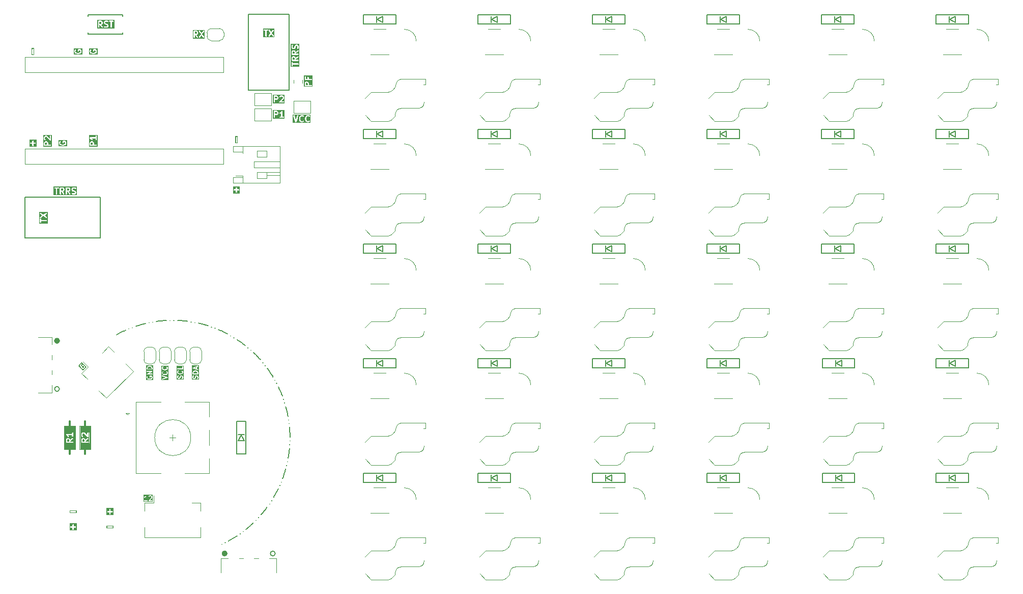
<source format=gbr>
%TF.GenerationSoftware,KiCad,Pcbnew,9.0.5-9.0.5~ubuntu24.04.1*%
%TF.CreationDate,2025-11-20T23:24:55+08:00*%
%TF.ProjectId,TPS,5450532e-6b69-4636-9164-5f7063625858,rev?*%
%TF.SameCoordinates,Original*%
%TF.FileFunction,Legend,Top*%
%TF.FilePolarity,Positive*%
%FSLAX46Y46*%
G04 Gerber Fmt 4.6, Leading zero omitted, Abs format (unit mm)*
G04 Created by KiCad (PCBNEW 9.0.5-9.0.5~ubuntu24.04.1) date 2025-11-20 23:24:55*
%MOMM*%
%LPD*%
G01*
G04 APERTURE LIST*
%ADD10C,0.150000*%
%ADD11C,0.200000*%
%ADD12C,0.160000*%
%ADD13C,0.120000*%
%ADD14C,0.300000*%
%ADD15C,0.100000*%
%ADD16C,0.475000*%
G04 APERTURE END LIST*
D10*
X53884595Y-82371740D02*
X54034360Y-82290944D01*
X54034360Y-82290944D02*
X54184824Y-82211457D01*
X54184824Y-82211457D02*
X54335976Y-82133287D01*
X54335976Y-82133287D02*
X54487804Y-82056439D01*
X54487804Y-82056439D02*
X54640297Y-81980918D01*
X54640297Y-81980918D02*
X54793444Y-81906731D01*
X54793444Y-81906731D02*
X54947232Y-81833884D01*
X54947232Y-81833884D02*
X55101649Y-81762381D01*
X55101649Y-81762381D02*
X55256685Y-81692229D01*
X55256685Y-81692229D02*
X55364981Y-81644188D01*
X55917806Y-81411043D02*
X55945633Y-81399834D01*
X56505700Y-81184668D02*
X56533875Y-81174363D01*
X57100600Y-80977401D02*
X57262410Y-80924722D01*
X57262410Y-80924722D02*
X57424674Y-80873457D01*
X57424674Y-80873457D02*
X57587378Y-80823611D01*
X57587378Y-80823611D02*
X57750512Y-80775186D01*
X57750512Y-80775186D02*
X57914062Y-80728186D01*
X57914062Y-80728186D02*
X58078016Y-80682616D01*
X58078016Y-80682616D02*
X58242361Y-80638478D01*
X58242361Y-80638478D02*
X58407085Y-80595776D01*
X58407085Y-80595776D02*
X58572175Y-80554513D01*
X58572175Y-80554513D02*
X58687322Y-80526636D01*
X59272955Y-80396230D02*
X59302340Y-80390184D01*
X59891879Y-80278763D02*
X59921444Y-80273668D01*
X60514275Y-80181349D02*
X60682901Y-80158490D01*
X60682901Y-80158490D02*
X60851721Y-80137104D01*
X60851721Y-80137104D02*
X61020721Y-80117191D01*
X61020721Y-80117191D02*
X61189889Y-80098755D01*
X61189889Y-80098755D02*
X61359210Y-80081795D01*
X61359210Y-80081795D02*
X61528674Y-80066313D01*
X61528674Y-80066313D02*
X61698266Y-80052311D01*
X61698266Y-80052311D02*
X61867974Y-80039789D01*
X61867974Y-80039789D02*
X62037784Y-80028749D01*
X62037784Y-80028749D02*
X62156062Y-80021937D01*
X62755579Y-79998484D02*
X62785571Y-79997796D01*
X63385534Y-79993720D02*
X63415533Y-79994001D01*
X64015314Y-80009307D02*
X64185308Y-80017007D01*
X64185308Y-80017007D02*
X64355229Y-80026190D01*
X64355229Y-80026190D02*
X64525064Y-80036855D01*
X64525064Y-80036855D02*
X64694799Y-80049002D01*
X64694799Y-80049002D02*
X64864421Y-80062630D01*
X64864421Y-80062630D02*
X65033919Y-80077737D01*
X65033919Y-80077737D02*
X65203277Y-80094323D01*
X65203277Y-80094323D02*
X65372485Y-80112386D01*
X65372485Y-80112386D02*
X65541529Y-80131925D01*
X65541529Y-80131925D02*
X65659115Y-80146399D01*
X66253145Y-80230656D02*
X66282776Y-80235349D01*
X66873775Y-80338750D02*
X66903239Y-80344397D01*
X67490589Y-80466834D02*
X67656459Y-80504844D01*
X67656459Y-80504844D02*
X67821991Y-80544299D01*
X67821991Y-80544299D02*
X67987172Y-80585198D01*
X67987172Y-80585198D02*
X68151990Y-80627536D01*
X68151990Y-80627536D02*
X68316432Y-80671311D01*
X68316432Y-80671311D02*
X68480486Y-80716519D01*
X68480486Y-80716519D02*
X68644140Y-80763157D01*
X68644140Y-80763157D02*
X68807380Y-80811222D01*
X68807380Y-80811222D02*
X68970194Y-80860709D01*
X68970194Y-80860709D02*
X69083289Y-80896001D01*
X69652638Y-81085245D02*
X69680950Y-81095167D01*
X70243888Y-81302704D02*
X70271865Y-81313534D01*
X70827806Y-81539147D02*
X70984191Y-81606238D01*
X70984191Y-81606238D02*
X71139985Y-81674691D01*
X71139985Y-81674691D02*
X71295176Y-81744501D01*
X71295176Y-81744501D02*
X71449751Y-81815662D01*
X71449751Y-81815662D02*
X71603699Y-81888170D01*
X71603699Y-81888170D02*
X71757009Y-81962019D01*
X71757009Y-81962019D02*
X71909669Y-82037202D01*
X71909669Y-82037202D02*
X72061667Y-82113715D01*
X72061667Y-82113715D02*
X72212991Y-82191551D01*
X72212991Y-82191551D02*
X72317940Y-82246520D01*
X72844210Y-82534637D02*
X72870289Y-82549467D01*
X73386977Y-82854433D02*
X73412563Y-82870098D01*
X73919131Y-83191595D02*
X74060978Y-83285600D01*
X74060978Y-83285600D02*
X74201999Y-83380838D01*
X74201999Y-83380838D02*
X74342185Y-83477304D01*
X74342185Y-83477304D02*
X74481523Y-83574990D01*
X74481523Y-83574990D02*
X74620003Y-83673887D01*
X74620003Y-83673887D02*
X74757615Y-83773990D01*
X74757615Y-83773990D02*
X74894348Y-83875289D01*
X74894348Y-83875289D02*
X75030192Y-83977778D01*
X75030192Y-83977778D02*
X75165136Y-84081448D01*
X75165136Y-84081448D02*
X75258549Y-84154318D01*
X75724735Y-84531998D02*
X75747737Y-84551257D01*
X76201479Y-84943799D02*
X76223847Y-84963791D01*
X76664673Y-85370785D02*
X76787399Y-85488665D01*
X76787399Y-85488665D02*
X76909092Y-85607612D01*
X76909092Y-85607612D02*
X77029742Y-85727617D01*
X77029742Y-85727617D02*
X77149340Y-85848670D01*
X77149340Y-85848670D02*
X77267878Y-85970761D01*
X77267878Y-85970761D02*
X77385345Y-86093883D01*
X77385345Y-86093883D02*
X77501733Y-86218025D01*
X77501733Y-86218025D02*
X77617034Y-86343178D01*
X77617034Y-86343178D02*
X77731238Y-86469333D01*
X77731238Y-86469333D02*
X77810096Y-86557749D01*
X78201134Y-87012788D02*
X78220316Y-87035854D01*
X78596452Y-87503287D02*
X78614879Y-87526960D01*
X78975719Y-88006300D02*
X79075358Y-88144247D01*
X79075358Y-88144247D02*
X79173790Y-88283059D01*
X79173790Y-88283059D02*
X79271006Y-88422725D01*
X79271006Y-88422725D02*
X79367000Y-88563234D01*
X79367000Y-88563234D02*
X79461764Y-88704575D01*
X79461764Y-88704575D02*
X79555291Y-88846737D01*
X79555291Y-88846737D02*
X79647574Y-88989710D01*
X79647574Y-88989710D02*
X79738606Y-89133484D01*
X79738606Y-89133484D02*
X79828379Y-89278046D01*
X79828379Y-89278046D02*
X79890134Y-89379151D01*
X80193389Y-89896846D02*
X80208132Y-89922974D01*
X80494506Y-90450194D02*
X80508397Y-90476784D01*
X80777592Y-91012980D02*
X80850924Y-91166537D01*
X80850924Y-91166537D02*
X80922914Y-91320729D01*
X80922914Y-91320729D02*
X80993555Y-91475542D01*
X80993555Y-91475542D02*
X81062843Y-91630967D01*
X81062843Y-91630967D02*
X81130772Y-91786990D01*
X81130772Y-91786990D02*
X81197337Y-91943600D01*
X81197337Y-91943600D02*
X81262532Y-92100784D01*
X81262532Y-92100784D02*
X81326354Y-92258532D01*
X81326354Y-92258532D02*
X81388796Y-92416831D01*
X81388796Y-92416831D02*
X81431452Y-92527359D01*
X81637125Y-93090981D02*
X81646952Y-93119326D01*
X81834311Y-93689298D02*
X81843218Y-93717945D01*
X82012068Y-94293672D02*
X82056724Y-94457877D01*
X82056724Y-94457877D02*
X82099946Y-94622466D01*
X82099946Y-94622466D02*
X82141730Y-94787425D01*
X82141730Y-94787425D02*
X82182073Y-94952743D01*
X82182073Y-94952743D02*
X82220971Y-95118406D01*
X82220971Y-95118406D02*
X82258423Y-95284403D01*
X82258423Y-95284403D02*
X82294424Y-95450720D01*
X82294424Y-95450720D02*
X82328973Y-95617345D01*
X82328973Y-95617345D02*
X82362066Y-95784265D01*
X82362066Y-95784265D02*
X82384246Y-95900644D01*
X82485690Y-96491982D02*
X82490284Y-96521628D01*
X82572574Y-97115935D02*
X82576209Y-97145714D01*
X82639258Y-97742368D02*
X82653796Y-97911915D01*
X82653796Y-97911915D02*
X82666853Y-98081582D01*
X82666853Y-98081582D02*
X82678429Y-98251357D01*
X82678429Y-98251357D02*
X82688524Y-98421227D01*
X82688524Y-98421227D02*
X82697135Y-98591178D01*
X82697135Y-98591178D02*
X82704263Y-98761197D01*
X82704263Y-98761197D02*
X82709907Y-98931273D01*
X82709907Y-98931273D02*
X82714067Y-99101391D01*
X82714067Y-99101391D02*
X82716742Y-99271539D01*
X82716742Y-99271539D02*
X82717728Y-99390008D01*
X82711666Y-99989954D02*
X82710879Y-100019944D01*
X82685441Y-100619381D02*
X82683685Y-100649329D01*
X82638898Y-101247631D02*
X82622846Y-101417042D01*
X82622846Y-101417042D02*
X82605317Y-101586306D01*
X82605317Y-101586306D02*
X82586312Y-101755410D01*
X82586312Y-101755410D02*
X82565831Y-101924342D01*
X82565831Y-101924342D02*
X82543877Y-102093089D01*
X82543877Y-102093089D02*
X82520452Y-102261638D01*
X82520452Y-102261638D02*
X82495556Y-102429976D01*
X82495556Y-102429976D02*
X82469192Y-102598091D01*
X82469192Y-102598091D02*
X82441363Y-102765969D01*
X82441363Y-102765969D02*
X82421123Y-102882700D01*
X82307751Y-103471868D02*
X82301607Y-103501232D01*
X82169264Y-104086430D02*
X82162174Y-104115580D01*
X82010997Y-104696198D02*
X81964875Y-104859998D01*
X81964875Y-104859998D02*
X81917326Y-105023389D01*
X81917326Y-105023389D02*
X81868353Y-105186358D01*
X81868353Y-105186358D02*
X81817959Y-105348895D01*
X81817959Y-105348895D02*
X81766150Y-105510985D01*
X81766150Y-105510985D02*
X81712927Y-105672617D01*
X81712927Y-105672617D02*
X81658296Y-105833778D01*
X81658296Y-105833778D02*
X81602261Y-105994457D01*
X81602261Y-105994457D02*
X81544826Y-106154640D01*
X81544826Y-106154640D02*
X81504015Y-106265862D01*
X81286996Y-106825214D02*
X81275695Y-106853004D01*
X81040721Y-107405054D02*
X81028528Y-107432464D01*
X80775845Y-107976636D02*
X80701144Y-108129532D01*
X80701144Y-108129532D02*
X80625111Y-108281770D01*
X80625111Y-108281770D02*
X80547753Y-108433339D01*
X80547753Y-108433339D02*
X80469074Y-108584228D01*
X80469074Y-108584228D02*
X80389083Y-108734424D01*
X80389083Y-108734424D02*
X80307783Y-108883916D01*
X80307783Y-108883916D02*
X80225182Y-109032693D01*
X80225182Y-109032693D02*
X80141286Y-109180743D01*
X80141286Y-109180743D02*
X80056101Y-109328056D01*
X80056101Y-109328056D02*
X79996038Y-109430175D01*
X79682385Y-109941637D02*
X79666291Y-109966955D01*
X79336280Y-110468019D02*
X79319377Y-110492803D01*
X78973353Y-110982945D02*
X78872486Y-111119997D01*
X78872486Y-111119997D02*
X78770426Y-111256164D01*
X78770426Y-111256164D02*
X78667183Y-111391435D01*
X78667183Y-111391435D02*
X78562762Y-111525800D01*
X78562762Y-111525800D02*
X78457173Y-111659248D01*
X78457173Y-111659248D02*
X78350424Y-111791770D01*
X78350424Y-111791770D02*
X78242522Y-111923355D01*
X78242522Y-111923355D02*
X78133476Y-112053994D01*
X78133476Y-112053994D02*
X78023294Y-112183676D01*
X78023294Y-112183676D02*
X77945918Y-112273392D01*
X77545766Y-112720438D02*
X77525399Y-112742465D01*
X77111016Y-113176352D02*
X77089948Y-113197709D01*
X76661765Y-113617984D02*
X76537991Y-113734764D01*
X76537991Y-113734764D02*
X76413202Y-113850459D01*
X76413202Y-113850459D02*
X76287409Y-113965061D01*
X76287409Y-113965061D02*
X76160620Y-114078560D01*
X76160620Y-114078560D02*
X76032846Y-114190949D01*
X76032846Y-114190949D02*
X75904096Y-114302219D01*
X75904096Y-114302219D02*
X75774380Y-114412360D01*
X75774380Y-114412360D02*
X75643707Y-114521366D01*
X75643707Y-114521366D02*
X75512089Y-114629227D01*
X75512089Y-114629227D02*
X75419901Y-114703641D01*
X74946180Y-115071825D02*
X74922198Y-115089850D01*
X74436831Y-115442540D02*
X74412280Y-115459781D01*
X73915773Y-115796608D02*
X73773092Y-115889342D01*
X73773092Y-115889342D02*
X73629607Y-115980827D01*
X73629607Y-115980827D02*
X73485329Y-116071056D01*
X73485329Y-116071056D02*
X73340269Y-116160023D01*
X73340269Y-116160023D02*
X73194438Y-116247721D01*
X73194438Y-116247721D02*
X73047848Y-116334143D01*
X73047848Y-116334143D02*
X72900508Y-116419282D01*
X72900508Y-116419282D02*
X72752432Y-116503132D01*
X72752432Y-116503132D02*
X72603629Y-116585687D01*
X72603629Y-116585687D02*
X72499609Y-116642394D01*
X71967625Y-116919820D02*
X71940804Y-116933260D01*
X71400137Y-117193357D02*
X71372896Y-117205924D01*
D11*
G36*
X53379143Y-114554377D02*
G01*
X52198858Y-114554377D01*
X52198858Y-114323757D01*
X52309969Y-114323757D01*
X52309969Y-114362775D01*
X52324901Y-114398823D01*
X52352491Y-114426413D01*
X52388539Y-114441345D01*
X52408048Y-114443266D01*
X53169953Y-114443266D01*
X53189462Y-114441345D01*
X53225510Y-114426413D01*
X53253100Y-114398823D01*
X53268032Y-114362775D01*
X53268032Y-114323757D01*
X53253100Y-114287709D01*
X53225510Y-114260119D01*
X53189462Y-114245187D01*
X53169953Y-114243266D01*
X52408048Y-114243266D01*
X52388539Y-114245187D01*
X52352491Y-114260119D01*
X52324901Y-114287709D01*
X52309969Y-114323757D01*
X52198858Y-114323757D01*
X52198858Y-114132155D01*
X53379143Y-114132155D01*
X53379143Y-114554377D01*
G37*
G36*
X53379143Y-112395409D02*
G01*
X52198858Y-112395409D01*
X52198858Y-111785757D01*
X52309969Y-111785757D01*
X52309969Y-111824775D01*
X52324901Y-111860823D01*
X52352491Y-111888413D01*
X52388539Y-111903345D01*
X52408048Y-111905266D01*
X52689000Y-111905266D01*
X52689000Y-112186219D01*
X52690921Y-112205728D01*
X52705853Y-112241776D01*
X52733443Y-112269366D01*
X52769491Y-112284298D01*
X52808509Y-112284298D01*
X52844557Y-112269366D01*
X52872147Y-112241776D01*
X52887079Y-112205728D01*
X52889000Y-112186219D01*
X52889000Y-111905266D01*
X53169953Y-111905266D01*
X53189462Y-111903345D01*
X53225510Y-111888413D01*
X53253100Y-111860823D01*
X53268032Y-111824775D01*
X53268032Y-111785757D01*
X53253100Y-111749709D01*
X53225510Y-111722119D01*
X53189462Y-111707187D01*
X53169953Y-111705266D01*
X52889000Y-111705266D01*
X52889000Y-111424314D01*
X52887079Y-111404805D01*
X52872147Y-111368757D01*
X52844557Y-111341167D01*
X52808509Y-111326235D01*
X52769491Y-111326235D01*
X52733443Y-111341167D01*
X52705853Y-111368757D01*
X52690921Y-111404805D01*
X52689000Y-111424314D01*
X52689000Y-111705266D01*
X52408048Y-111705266D01*
X52388539Y-111707187D01*
X52352491Y-111722119D01*
X52324901Y-111749709D01*
X52309969Y-111785757D01*
X52198858Y-111785757D01*
X52198858Y-111215124D01*
X53379143Y-111215124D01*
X53379143Y-112395409D01*
G37*
G36*
X74052377Y-50559141D02*
G01*
X73630155Y-50559141D01*
X73630155Y-49588047D01*
X73741266Y-49588047D01*
X73741266Y-50349951D01*
X73743187Y-50369460D01*
X73758119Y-50405508D01*
X73785709Y-50433098D01*
X73821757Y-50448030D01*
X73860775Y-50448030D01*
X73896823Y-50433098D01*
X73924413Y-50405508D01*
X73939345Y-50369460D01*
X73941266Y-50349951D01*
X73941266Y-49588047D01*
X73939345Y-49568538D01*
X73924413Y-49532490D01*
X73896823Y-49504900D01*
X73860775Y-49489968D01*
X73821757Y-49489968D01*
X73785709Y-49504900D01*
X73758119Y-49532490D01*
X73743187Y-49568538D01*
X73741266Y-49588047D01*
X73630155Y-49588047D01*
X73630155Y-49378857D01*
X74052377Y-49378857D01*
X74052377Y-50559141D01*
G37*
G36*
X74401409Y-58899141D02*
G01*
X73221124Y-58899141D01*
X73221124Y-58289490D01*
X73332235Y-58289490D01*
X73332235Y-58328508D01*
X73347167Y-58364556D01*
X73374757Y-58392146D01*
X73410805Y-58407078D01*
X73430314Y-58408999D01*
X73711266Y-58408999D01*
X73711266Y-58689951D01*
X73713187Y-58709460D01*
X73728119Y-58745508D01*
X73755709Y-58773098D01*
X73791757Y-58788030D01*
X73830775Y-58788030D01*
X73866823Y-58773098D01*
X73894413Y-58745508D01*
X73909345Y-58709460D01*
X73911266Y-58689951D01*
X73911266Y-58408999D01*
X74192219Y-58408999D01*
X74211728Y-58407078D01*
X74247776Y-58392146D01*
X74275366Y-58364556D01*
X74290298Y-58328508D01*
X74290298Y-58289490D01*
X74275366Y-58253442D01*
X74247776Y-58225852D01*
X74211728Y-58210920D01*
X74192219Y-58208999D01*
X73911266Y-58208999D01*
X73911266Y-57928047D01*
X73909345Y-57908538D01*
X73894413Y-57872490D01*
X73866823Y-57844900D01*
X73830775Y-57829968D01*
X73791757Y-57829968D01*
X73755709Y-57844900D01*
X73728119Y-57872490D01*
X73713187Y-57908538D01*
X73711266Y-57928047D01*
X73711266Y-58208999D01*
X73430314Y-58208999D01*
X73410805Y-58210920D01*
X73374757Y-58225852D01*
X73347167Y-58253442D01*
X73332235Y-58289490D01*
X73221124Y-58289490D01*
X73221124Y-57718857D01*
X74401409Y-57718857D01*
X74401409Y-58899141D01*
G37*
G36*
X47229143Y-112014377D02*
G01*
X46048858Y-112014377D01*
X46048858Y-111783757D01*
X46159969Y-111783757D01*
X46159969Y-111822775D01*
X46174901Y-111858823D01*
X46202491Y-111886413D01*
X46238539Y-111901345D01*
X46258048Y-111903266D01*
X47019953Y-111903266D01*
X47039462Y-111901345D01*
X47075510Y-111886413D01*
X47103100Y-111858823D01*
X47118032Y-111822775D01*
X47118032Y-111783757D01*
X47103100Y-111747709D01*
X47075510Y-111720119D01*
X47039462Y-111705187D01*
X47019953Y-111703266D01*
X46258048Y-111703266D01*
X46238539Y-111705187D01*
X46202491Y-111720119D01*
X46174901Y-111747709D01*
X46159969Y-111783757D01*
X46048858Y-111783757D01*
X46048858Y-111592155D01*
X47229143Y-111592155D01*
X47229143Y-112014377D01*
G37*
G36*
X47229143Y-114933409D02*
G01*
X46048858Y-114933409D01*
X46048858Y-114323757D01*
X46159969Y-114323757D01*
X46159969Y-114362775D01*
X46174901Y-114398823D01*
X46202491Y-114426413D01*
X46238539Y-114441345D01*
X46258048Y-114443266D01*
X46539000Y-114443266D01*
X46539000Y-114724219D01*
X46540921Y-114743728D01*
X46555853Y-114779776D01*
X46583443Y-114807366D01*
X46619491Y-114822298D01*
X46658509Y-114822298D01*
X46694557Y-114807366D01*
X46722147Y-114779776D01*
X46737079Y-114743728D01*
X46739000Y-114724219D01*
X46739000Y-114443266D01*
X47019953Y-114443266D01*
X47039462Y-114441345D01*
X47075510Y-114426413D01*
X47103100Y-114398823D01*
X47118032Y-114362775D01*
X47118032Y-114323757D01*
X47103100Y-114287709D01*
X47075510Y-114260119D01*
X47039462Y-114245187D01*
X47019953Y-114243266D01*
X46739000Y-114243266D01*
X46739000Y-113962314D01*
X46737079Y-113942805D01*
X46722147Y-113906757D01*
X46694557Y-113879167D01*
X46658509Y-113864235D01*
X46619491Y-113864235D01*
X46583443Y-113879167D01*
X46555853Y-113906757D01*
X46540921Y-113942805D01*
X46539000Y-113962314D01*
X46539000Y-114243266D01*
X46258048Y-114243266D01*
X46238539Y-114245187D01*
X46202491Y-114260119D01*
X46174901Y-114287709D01*
X46159969Y-114323757D01*
X46048858Y-114323757D01*
X46048858Y-113753124D01*
X47229143Y-113753124D01*
X47229143Y-114933409D01*
G37*
G36*
X42426330Y-63920373D02*
G01*
X41004108Y-63920373D01*
X41004108Y-63139755D01*
X41115219Y-63139755D01*
X41115219Y-63711183D01*
X41117140Y-63730692D01*
X41132072Y-63766740D01*
X41159662Y-63794330D01*
X41195710Y-63809262D01*
X41234728Y-63809262D01*
X41270776Y-63794330D01*
X41298366Y-63766740D01*
X41313298Y-63730692D01*
X41315219Y-63711183D01*
X41315219Y-63525469D01*
X42215219Y-63525469D01*
X42234728Y-63523548D01*
X42270776Y-63508616D01*
X42298366Y-63481026D01*
X42313298Y-63444978D01*
X42313298Y-63405960D01*
X42298366Y-63369912D01*
X42270776Y-63342322D01*
X42234728Y-63327390D01*
X42215219Y-63325469D01*
X41315219Y-63325469D01*
X41315219Y-63139755D01*
X41313298Y-63120246D01*
X41298366Y-63084198D01*
X41270776Y-63056608D01*
X41234728Y-63041676D01*
X41195710Y-63041676D01*
X41159662Y-63056608D01*
X41132072Y-63084198D01*
X41117140Y-63120246D01*
X41115219Y-63139755D01*
X41004108Y-63139755D01*
X41004108Y-62235098D01*
X41115219Y-62235098D01*
X41122871Y-62273358D01*
X41144582Y-62305778D01*
X41159749Y-62318198D01*
X41534941Y-62568326D01*
X41159749Y-62818454D01*
X41144582Y-62830874D01*
X41122871Y-62863294D01*
X41115219Y-62901554D01*
X41122791Y-62939831D01*
X41144434Y-62972296D01*
X41176854Y-62994007D01*
X41215114Y-63001659D01*
X41253391Y-62994087D01*
X41270689Y-62984864D01*
X41715219Y-62688510D01*
X42159749Y-62984864D01*
X42177047Y-62994087D01*
X42215324Y-63001659D01*
X42253584Y-62994007D01*
X42286004Y-62972296D01*
X42307647Y-62939831D01*
X42315219Y-62901554D01*
X42307567Y-62863294D01*
X42285856Y-62830874D01*
X42270689Y-62818454D01*
X41895496Y-62568326D01*
X42270689Y-62318198D01*
X42285856Y-62305778D01*
X42307567Y-62273358D01*
X42315219Y-62235098D01*
X42307647Y-62196821D01*
X42286004Y-62164356D01*
X42253584Y-62142645D01*
X42215324Y-62134993D01*
X42177047Y-62142565D01*
X42159749Y-62151788D01*
X41715219Y-62448141D01*
X41270689Y-62151788D01*
X41253391Y-62142565D01*
X41215114Y-62134993D01*
X41176854Y-62142645D01*
X41144434Y-62164356D01*
X41122791Y-62196821D01*
X41115219Y-62235098D01*
X41004108Y-62235098D01*
X41004108Y-62023882D01*
X42426330Y-62023882D01*
X42426330Y-63920373D01*
G37*
G36*
X44943811Y-58120024D02*
G01*
X44968480Y-58144692D01*
X44998285Y-58204302D01*
X44998285Y-58299945D01*
X44968480Y-58359554D01*
X44943811Y-58384222D01*
X44884202Y-58414028D01*
X44626857Y-58414028D01*
X44626857Y-58090219D01*
X44884202Y-58090219D01*
X44943811Y-58120024D01*
G37*
G36*
X45943811Y-58120024D02*
G01*
X45968480Y-58144692D01*
X45998285Y-58204302D01*
X45998285Y-58299945D01*
X45968480Y-58359554D01*
X45943811Y-58384222D01*
X45884202Y-58414028D01*
X45626857Y-58414028D01*
X45626857Y-58090219D01*
X45884202Y-58090219D01*
X45943811Y-58120024D01*
G37*
G36*
X47261777Y-59201330D02*
G01*
X43412905Y-59201330D01*
X43412905Y-57970710D01*
X43524016Y-57970710D01*
X43524016Y-58009728D01*
X43538948Y-58045776D01*
X43566538Y-58073366D01*
X43602586Y-58088298D01*
X43622095Y-58090219D01*
X43807809Y-58090219D01*
X43807809Y-58990219D01*
X43809730Y-59009728D01*
X43824662Y-59045776D01*
X43852252Y-59073366D01*
X43888300Y-59088298D01*
X43927318Y-59088298D01*
X43963366Y-59073366D01*
X43990956Y-59045776D01*
X44005888Y-59009728D01*
X44007809Y-58990219D01*
X44007809Y-58090219D01*
X44193523Y-58090219D01*
X44213032Y-58088298D01*
X44249080Y-58073366D01*
X44276670Y-58045776D01*
X44291602Y-58009728D01*
X44291602Y-57990219D01*
X44426857Y-57990219D01*
X44426857Y-58990219D01*
X44428778Y-59009728D01*
X44443710Y-59045776D01*
X44471300Y-59073366D01*
X44507348Y-59088298D01*
X44546366Y-59088298D01*
X44582414Y-59073366D01*
X44610004Y-59045776D01*
X44624936Y-59009728D01*
X44626857Y-58990219D01*
X44626857Y-58614028D01*
X44712887Y-58614028D01*
X45016362Y-59047565D01*
X45029123Y-59062446D01*
X45062028Y-59083415D01*
X45100453Y-59090196D01*
X45138547Y-59081756D01*
X45170512Y-59059381D01*
X45191481Y-59026476D01*
X45198262Y-58988052D01*
X45189822Y-58949957D01*
X45180208Y-58932873D01*
X44950240Y-58604347D01*
X44952530Y-58603471D01*
X45047768Y-58555852D01*
X45056164Y-58550566D01*
X45058604Y-58549556D01*
X45061350Y-58547302D01*
X45064358Y-58545409D01*
X45066087Y-58543414D01*
X45073758Y-58537120D01*
X45121376Y-58489501D01*
X45127668Y-58481834D01*
X45129666Y-58480102D01*
X45131559Y-58477093D01*
X45133813Y-58474348D01*
X45134823Y-58471907D01*
X45140109Y-58463511D01*
X45187728Y-58368274D01*
X45194734Y-58349965D01*
X45194988Y-58346381D01*
X45196364Y-58343061D01*
X45198285Y-58323552D01*
X45198285Y-58180695D01*
X45196364Y-58161186D01*
X45194988Y-58157865D01*
X45194734Y-58154282D01*
X45187728Y-58135973D01*
X45140109Y-58040736D01*
X45134823Y-58032339D01*
X45133813Y-58029899D01*
X45131559Y-58027153D01*
X45129666Y-58024145D01*
X45127668Y-58022412D01*
X45121376Y-58014746D01*
X45096850Y-57990219D01*
X45426857Y-57990219D01*
X45426857Y-58990219D01*
X45428778Y-59009728D01*
X45443710Y-59045776D01*
X45471300Y-59073366D01*
X45507348Y-59088298D01*
X45546366Y-59088298D01*
X45582414Y-59073366D01*
X45610004Y-59045776D01*
X45624936Y-59009728D01*
X45626857Y-58990219D01*
X45626857Y-58614028D01*
X45712887Y-58614028D01*
X46016362Y-59047565D01*
X46029123Y-59062446D01*
X46062028Y-59083415D01*
X46100453Y-59090196D01*
X46138547Y-59081756D01*
X46170512Y-59059381D01*
X46191481Y-59026476D01*
X46198262Y-58988052D01*
X46189822Y-58949957D01*
X46180208Y-58932873D01*
X45950240Y-58604347D01*
X45952530Y-58603471D01*
X46047768Y-58555852D01*
X46056164Y-58550566D01*
X46058604Y-58549556D01*
X46061350Y-58547302D01*
X46064358Y-58545409D01*
X46066087Y-58543414D01*
X46073758Y-58537120D01*
X46121376Y-58489501D01*
X46127668Y-58481834D01*
X46129666Y-58480102D01*
X46131559Y-58477093D01*
X46133813Y-58474348D01*
X46134823Y-58471907D01*
X46140109Y-58463511D01*
X46187728Y-58368274D01*
X46194734Y-58349965D01*
X46194988Y-58346381D01*
X46196364Y-58343061D01*
X46198285Y-58323552D01*
X46198285Y-58180695D01*
X46379238Y-58180695D01*
X46379238Y-58275933D01*
X46381159Y-58295442D01*
X46382534Y-58298762D01*
X46382789Y-58302346D01*
X46389795Y-58320654D01*
X46437414Y-58415892D01*
X46442699Y-58424288D01*
X46443710Y-58426728D01*
X46445963Y-58429474D01*
X46447857Y-58432482D01*
X46449851Y-58434211D01*
X46456146Y-58441882D01*
X46503765Y-58489500D01*
X46511431Y-58495792D01*
X46513164Y-58497790D01*
X46516172Y-58499683D01*
X46518918Y-58501937D01*
X46521358Y-58502947D01*
X46529755Y-58508233D01*
X46624992Y-58555852D01*
X46626420Y-58556398D01*
X46627000Y-58556828D01*
X46635176Y-58559749D01*
X46643301Y-58562858D01*
X46644021Y-58562909D01*
X46645460Y-58563423D01*
X46825285Y-58608379D01*
X46896192Y-58643833D01*
X46920861Y-58668501D01*
X46950666Y-58728111D01*
X46950666Y-58776135D01*
X46920861Y-58835743D01*
X46896192Y-58860413D01*
X46836583Y-58890219D01*
X46638321Y-58890219D01*
X46510861Y-58847732D01*
X46491745Y-58843385D01*
X46452825Y-58846151D01*
X46417926Y-58863601D01*
X46392361Y-58893077D01*
X46380023Y-58930093D01*
X46382789Y-58969013D01*
X46400239Y-59003912D01*
X46429715Y-59029477D01*
X46447615Y-59037468D01*
X46590472Y-59085087D01*
X46600144Y-59087286D01*
X46602586Y-59088298D01*
X46606123Y-59088646D01*
X46609587Y-59089434D01*
X46612221Y-59089246D01*
X46622095Y-59090219D01*
X46860190Y-59090219D01*
X46879699Y-59088298D01*
X46883019Y-59086922D01*
X46886603Y-59086668D01*
X46904911Y-59079662D01*
X47000149Y-59032043D01*
X47008544Y-59026758D01*
X47010986Y-59025747D01*
X47013733Y-59023491D01*
X47016739Y-59021600D01*
X47018469Y-59019605D01*
X47026139Y-59013310D01*
X47073758Y-58965690D01*
X47080050Y-58958023D01*
X47082047Y-58956292D01*
X47083940Y-58953284D01*
X47086195Y-58950537D01*
X47087206Y-58948095D01*
X47092490Y-58939701D01*
X47140109Y-58844464D01*
X47147115Y-58826155D01*
X47147369Y-58822571D01*
X47148745Y-58819251D01*
X47150666Y-58799742D01*
X47150666Y-58704504D01*
X47148745Y-58684995D01*
X47147369Y-58681674D01*
X47147115Y-58678091D01*
X47140109Y-58659782D01*
X47092490Y-58564545D01*
X47087204Y-58556148D01*
X47086194Y-58553708D01*
X47083940Y-58550962D01*
X47082047Y-58547954D01*
X47080049Y-58546221D01*
X47073757Y-58538555D01*
X47026139Y-58490936D01*
X47018468Y-58484641D01*
X47016739Y-58482647D01*
X47013731Y-58480753D01*
X47010985Y-58478500D01*
X47008545Y-58477489D01*
X47000149Y-58472204D01*
X46904911Y-58424585D01*
X46903484Y-58424039D01*
X46902904Y-58423609D01*
X46894727Y-58420687D01*
X46886603Y-58417579D01*
X46885880Y-58417527D01*
X46884443Y-58417014D01*
X46704618Y-58372057D01*
X46633711Y-58336604D01*
X46609043Y-58311935D01*
X46579238Y-58252325D01*
X46579238Y-58204302D01*
X46609043Y-58144692D01*
X46633711Y-58120023D01*
X46693321Y-58090219D01*
X46891582Y-58090219D01*
X47019043Y-58132706D01*
X47038158Y-58137053D01*
X47077078Y-58134287D01*
X47111977Y-58116837D01*
X47137542Y-58087361D01*
X47149881Y-58050345D01*
X47147114Y-58011425D01*
X47129665Y-57976526D01*
X47100189Y-57950961D01*
X47082288Y-57942970D01*
X46939432Y-57895351D01*
X46929760Y-57893151D01*
X46927318Y-57892140D01*
X46923779Y-57891791D01*
X46920316Y-57891004D01*
X46917682Y-57891191D01*
X46907809Y-57890219D01*
X46669714Y-57890219D01*
X46650205Y-57892140D01*
X46646884Y-57893515D01*
X46643301Y-57893770D01*
X46624992Y-57900776D01*
X46529755Y-57948395D01*
X46521358Y-57953680D01*
X46518918Y-57954691D01*
X46516172Y-57956944D01*
X46513164Y-57958838D01*
X46511431Y-57960835D01*
X46503765Y-57967128D01*
X46456146Y-58014746D01*
X46449851Y-58022416D01*
X46447857Y-58024146D01*
X46445963Y-58027153D01*
X46443710Y-58029900D01*
X46442699Y-58032339D01*
X46437414Y-58040736D01*
X46389795Y-58135974D01*
X46382789Y-58154282D01*
X46382534Y-58157865D01*
X46381159Y-58161186D01*
X46379238Y-58180695D01*
X46198285Y-58180695D01*
X46196364Y-58161186D01*
X46194988Y-58157865D01*
X46194734Y-58154282D01*
X46187728Y-58135973D01*
X46140109Y-58040736D01*
X46134823Y-58032339D01*
X46133813Y-58029899D01*
X46131559Y-58027153D01*
X46129666Y-58024145D01*
X46127668Y-58022412D01*
X46121376Y-58014746D01*
X46073758Y-57967127D01*
X46066087Y-57960832D01*
X46064358Y-57958838D01*
X46061350Y-57956944D01*
X46058604Y-57954691D01*
X46056164Y-57953680D01*
X46047768Y-57948395D01*
X45952530Y-57900776D01*
X45934222Y-57893770D01*
X45930638Y-57893515D01*
X45927318Y-57892140D01*
X45907809Y-57890219D01*
X45526857Y-57890219D01*
X45507348Y-57892140D01*
X45471300Y-57907072D01*
X45443710Y-57934662D01*
X45428778Y-57970710D01*
X45426857Y-57990219D01*
X45096850Y-57990219D01*
X45073758Y-57967127D01*
X45066087Y-57960832D01*
X45064358Y-57958838D01*
X45061350Y-57956944D01*
X45058604Y-57954691D01*
X45056164Y-57953680D01*
X45047768Y-57948395D01*
X44952530Y-57900776D01*
X44934222Y-57893770D01*
X44930638Y-57893515D01*
X44927318Y-57892140D01*
X44907809Y-57890219D01*
X44526857Y-57890219D01*
X44507348Y-57892140D01*
X44471300Y-57907072D01*
X44443710Y-57934662D01*
X44428778Y-57970710D01*
X44426857Y-57990219D01*
X44291602Y-57990219D01*
X44291602Y-57970710D01*
X44276670Y-57934662D01*
X44249080Y-57907072D01*
X44213032Y-57892140D01*
X44193523Y-57890219D01*
X43622095Y-57890219D01*
X43602586Y-57892140D01*
X43566538Y-57907072D01*
X43538948Y-57934662D01*
X43524016Y-57970710D01*
X43412905Y-57970710D01*
X43412905Y-57779108D01*
X47261777Y-57779108D01*
X47261777Y-59201330D01*
G37*
G36*
X80128117Y-32965330D02*
G01*
X78231626Y-32965330D01*
X78231626Y-31734710D01*
X78342737Y-31734710D01*
X78342737Y-31773728D01*
X78357669Y-31809776D01*
X78385259Y-31837366D01*
X78421307Y-31852298D01*
X78440816Y-31854219D01*
X78626530Y-31854219D01*
X78626530Y-32754219D01*
X78628451Y-32773728D01*
X78643383Y-32809776D01*
X78670973Y-32837366D01*
X78707021Y-32852298D01*
X78746039Y-32852298D01*
X78782087Y-32837366D01*
X78809677Y-32809776D01*
X78824609Y-32773728D01*
X78826530Y-32754219D01*
X78826530Y-31854219D01*
X79012244Y-31854219D01*
X79031753Y-31852298D01*
X79067801Y-31837366D01*
X79095391Y-31809776D01*
X79110323Y-31773728D01*
X79110323Y-31754114D01*
X79150340Y-31754114D01*
X79157912Y-31792391D01*
X79167135Y-31809689D01*
X79463488Y-32254219D01*
X79167135Y-32698749D01*
X79157912Y-32716047D01*
X79150340Y-32754324D01*
X79157992Y-32792584D01*
X79179703Y-32825004D01*
X79212168Y-32846647D01*
X79250445Y-32854219D01*
X79288705Y-32846567D01*
X79321125Y-32824856D01*
X79333545Y-32809689D01*
X79583673Y-32434496D01*
X79833801Y-32809689D01*
X79846221Y-32824856D01*
X79878641Y-32846567D01*
X79916901Y-32854219D01*
X79955178Y-32846647D01*
X79987643Y-32825004D01*
X80009354Y-32792584D01*
X80017006Y-32754324D01*
X80009434Y-32716047D01*
X80000211Y-32698749D01*
X79703857Y-32254219D01*
X80000211Y-31809689D01*
X80009434Y-31792391D01*
X80017006Y-31754114D01*
X80009354Y-31715854D01*
X79987643Y-31683434D01*
X79955178Y-31661791D01*
X79916901Y-31654219D01*
X79878641Y-31661871D01*
X79846221Y-31683582D01*
X79833801Y-31698749D01*
X79583673Y-32073941D01*
X79333545Y-31698749D01*
X79321125Y-31683582D01*
X79288705Y-31661871D01*
X79250445Y-31654219D01*
X79212168Y-31661791D01*
X79179703Y-31683434D01*
X79157992Y-31715854D01*
X79150340Y-31754114D01*
X79110323Y-31754114D01*
X79110323Y-31734710D01*
X79095391Y-31698662D01*
X79067801Y-31671072D01*
X79031753Y-31656140D01*
X79012244Y-31654219D01*
X78440816Y-31654219D01*
X78421307Y-31656140D01*
X78385259Y-31671072D01*
X78357669Y-31698662D01*
X78342737Y-31734710D01*
X78231626Y-31734710D01*
X78231626Y-31543108D01*
X80128117Y-31543108D01*
X80128117Y-32965330D01*
G37*
G36*
X83435554Y-36338519D02*
G01*
X83460223Y-36363187D01*
X83490028Y-36422797D01*
X83490028Y-36680142D01*
X83166219Y-36680142D01*
X83166219Y-36422797D01*
X83196024Y-36363187D01*
X83220692Y-36338518D01*
X83280302Y-36308714D01*
X83375945Y-36308714D01*
X83435554Y-36338519D01*
G37*
G36*
X83435554Y-35338519D02*
G01*
X83460223Y-35363187D01*
X83490028Y-35422797D01*
X83490028Y-35680142D01*
X83166219Y-35680142D01*
X83166219Y-35422797D01*
X83196024Y-35363187D01*
X83220692Y-35338518D01*
X83280302Y-35308714D01*
X83375945Y-35308714D01*
X83435554Y-35338519D01*
G37*
G36*
X84277330Y-37894094D02*
G01*
X82855108Y-37894094D01*
X82855108Y-37113476D01*
X82966219Y-37113476D01*
X82966219Y-37684904D01*
X82968140Y-37704413D01*
X82983072Y-37740461D01*
X83010662Y-37768051D01*
X83046710Y-37782983D01*
X83085728Y-37782983D01*
X83121776Y-37768051D01*
X83149366Y-37740461D01*
X83164298Y-37704413D01*
X83166219Y-37684904D01*
X83166219Y-37499190D01*
X84066219Y-37499190D01*
X84085728Y-37497269D01*
X84121776Y-37482337D01*
X84149366Y-37454747D01*
X84164298Y-37418699D01*
X84164298Y-37379681D01*
X84149366Y-37343633D01*
X84121776Y-37316043D01*
X84085728Y-37301111D01*
X84066219Y-37299190D01*
X83166219Y-37299190D01*
X83166219Y-37113476D01*
X83164298Y-37093967D01*
X83149366Y-37057919D01*
X83121776Y-37030329D01*
X83085728Y-37015397D01*
X83046710Y-37015397D01*
X83010662Y-37030329D01*
X82983072Y-37057919D01*
X82968140Y-37093967D01*
X82966219Y-37113476D01*
X82855108Y-37113476D01*
X82855108Y-36399190D01*
X82966219Y-36399190D01*
X82966219Y-36780142D01*
X82968140Y-36799651D01*
X82983072Y-36835699D01*
X83010662Y-36863289D01*
X83046710Y-36878221D01*
X83066219Y-36880142D01*
X84066219Y-36880142D01*
X84085728Y-36878221D01*
X84121776Y-36863289D01*
X84149366Y-36835699D01*
X84164298Y-36799651D01*
X84164298Y-36760633D01*
X84149366Y-36724585D01*
X84121776Y-36696995D01*
X84085728Y-36682063D01*
X84066219Y-36680142D01*
X83690028Y-36680142D01*
X83690028Y-36594112D01*
X84123565Y-36290637D01*
X84138446Y-36277876D01*
X84159415Y-36244971D01*
X84166196Y-36206546D01*
X84157756Y-36168452D01*
X84135381Y-36136487D01*
X84102476Y-36115518D01*
X84064052Y-36108737D01*
X84025957Y-36117177D01*
X84008873Y-36126791D01*
X83680347Y-36356758D01*
X83679471Y-36354468D01*
X83631852Y-36259231D01*
X83626566Y-36250834D01*
X83625556Y-36248394D01*
X83623302Y-36245648D01*
X83621409Y-36242640D01*
X83619411Y-36240907D01*
X83613119Y-36233241D01*
X83565501Y-36185622D01*
X83557830Y-36179327D01*
X83556101Y-36177333D01*
X83553093Y-36175439D01*
X83550347Y-36173186D01*
X83547907Y-36172175D01*
X83539511Y-36166890D01*
X83444273Y-36119271D01*
X83425965Y-36112265D01*
X83422381Y-36112010D01*
X83419061Y-36110635D01*
X83399552Y-36108714D01*
X83256695Y-36108714D01*
X83237186Y-36110635D01*
X83233865Y-36112010D01*
X83230282Y-36112265D01*
X83211973Y-36119271D01*
X83116736Y-36166890D01*
X83108339Y-36172175D01*
X83105899Y-36173186D01*
X83103153Y-36175439D01*
X83100145Y-36177333D01*
X83098412Y-36179330D01*
X83090746Y-36185623D01*
X83043127Y-36233241D01*
X83036832Y-36240911D01*
X83034838Y-36242641D01*
X83032944Y-36245648D01*
X83030691Y-36248395D01*
X83029680Y-36250834D01*
X83024395Y-36259231D01*
X82976776Y-36354469D01*
X82969770Y-36372777D01*
X82969515Y-36376360D01*
X82968140Y-36379681D01*
X82966219Y-36399190D01*
X82855108Y-36399190D01*
X82855108Y-35399190D01*
X82966219Y-35399190D01*
X82966219Y-35780142D01*
X82968140Y-35799651D01*
X82983072Y-35835699D01*
X83010662Y-35863289D01*
X83046710Y-35878221D01*
X83066219Y-35880142D01*
X84066219Y-35880142D01*
X84085728Y-35878221D01*
X84121776Y-35863289D01*
X84149366Y-35835699D01*
X84164298Y-35799651D01*
X84164298Y-35760633D01*
X84149366Y-35724585D01*
X84121776Y-35696995D01*
X84085728Y-35682063D01*
X84066219Y-35680142D01*
X83690028Y-35680142D01*
X83690028Y-35594112D01*
X84123565Y-35290637D01*
X84138446Y-35277876D01*
X84159415Y-35244971D01*
X84166196Y-35206546D01*
X84157756Y-35168452D01*
X84135381Y-35136487D01*
X84102476Y-35115518D01*
X84064052Y-35108737D01*
X84025957Y-35117177D01*
X84008873Y-35126791D01*
X83680347Y-35356758D01*
X83679471Y-35354468D01*
X83631852Y-35259231D01*
X83626566Y-35250834D01*
X83625556Y-35248394D01*
X83623302Y-35245648D01*
X83621409Y-35242640D01*
X83619411Y-35240907D01*
X83613119Y-35233241D01*
X83565501Y-35185622D01*
X83557830Y-35179327D01*
X83556101Y-35177333D01*
X83553093Y-35175439D01*
X83550347Y-35173186D01*
X83547907Y-35172175D01*
X83539511Y-35166890D01*
X83444273Y-35119271D01*
X83425965Y-35112265D01*
X83422381Y-35112010D01*
X83419061Y-35110635D01*
X83399552Y-35108714D01*
X83256695Y-35108714D01*
X83237186Y-35110635D01*
X83233865Y-35112010D01*
X83230282Y-35112265D01*
X83211973Y-35119271D01*
X83116736Y-35166890D01*
X83108339Y-35172175D01*
X83105899Y-35173186D01*
X83103153Y-35175439D01*
X83100145Y-35177333D01*
X83098412Y-35179330D01*
X83090746Y-35185623D01*
X83043127Y-35233241D01*
X83036832Y-35240911D01*
X83034838Y-35242641D01*
X83032944Y-35245648D01*
X83030691Y-35248395D01*
X83029680Y-35250834D01*
X83024395Y-35259231D01*
X82976776Y-35354469D01*
X82969770Y-35372777D01*
X82969515Y-35376360D01*
X82968140Y-35379681D01*
X82966219Y-35399190D01*
X82855108Y-35399190D01*
X82855108Y-34399190D01*
X82966219Y-34399190D01*
X82966219Y-34637285D01*
X82968140Y-34656794D01*
X82969515Y-34660114D01*
X82969770Y-34663698D01*
X82976776Y-34682006D01*
X83024395Y-34777244D01*
X83029680Y-34785640D01*
X83030691Y-34788080D01*
X83032944Y-34790826D01*
X83034838Y-34793834D01*
X83036832Y-34795563D01*
X83043127Y-34803234D01*
X83090746Y-34850852D01*
X83098412Y-34857144D01*
X83100145Y-34859142D01*
X83103153Y-34861035D01*
X83105899Y-34863289D01*
X83108339Y-34864299D01*
X83116736Y-34869585D01*
X83211973Y-34917204D01*
X83230282Y-34924210D01*
X83233865Y-34924464D01*
X83237186Y-34925840D01*
X83256695Y-34927761D01*
X83351933Y-34927761D01*
X83371442Y-34925840D01*
X83374762Y-34924464D01*
X83378346Y-34924210D01*
X83396654Y-34917204D01*
X83491892Y-34869585D01*
X83500288Y-34864299D01*
X83502728Y-34863289D01*
X83505474Y-34861035D01*
X83508482Y-34859142D01*
X83510211Y-34857147D01*
X83517882Y-34850853D01*
X83565500Y-34803234D01*
X83571792Y-34795567D01*
X83573790Y-34793835D01*
X83575683Y-34790826D01*
X83577937Y-34788081D01*
X83578947Y-34785640D01*
X83584233Y-34777244D01*
X83631852Y-34682007D01*
X83632398Y-34680578D01*
X83632828Y-34679999D01*
X83635749Y-34671822D01*
X83638858Y-34663698D01*
X83638909Y-34662977D01*
X83639423Y-34661539D01*
X83684379Y-34481713D01*
X83719833Y-34410806D01*
X83744501Y-34386137D01*
X83804111Y-34356333D01*
X83852135Y-34356333D01*
X83911746Y-34386139D01*
X83936414Y-34410806D01*
X83966219Y-34470416D01*
X83966219Y-34668677D01*
X83923732Y-34796138D01*
X83919385Y-34815254D01*
X83922151Y-34854174D01*
X83939601Y-34889073D01*
X83969077Y-34914638D01*
X84006093Y-34926976D01*
X84045013Y-34924210D01*
X84079912Y-34906760D01*
X84105477Y-34877284D01*
X84113468Y-34859384D01*
X84161087Y-34716527D01*
X84163286Y-34706854D01*
X84164298Y-34704413D01*
X84164646Y-34700875D01*
X84165434Y-34697412D01*
X84165246Y-34694777D01*
X84166219Y-34684904D01*
X84166219Y-34446809D01*
X84164298Y-34427300D01*
X84162922Y-34423979D01*
X84162668Y-34420396D01*
X84155662Y-34402087D01*
X84108043Y-34306850D01*
X84102757Y-34298453D01*
X84101747Y-34296013D01*
X84099493Y-34293267D01*
X84097600Y-34290259D01*
X84095603Y-34288527D01*
X84089310Y-34280859D01*
X84041690Y-34233241D01*
X84034020Y-34226946D01*
X84032291Y-34224952D01*
X84029286Y-34223060D01*
X84026537Y-34220804D01*
X84024093Y-34219792D01*
X84015701Y-34214509D01*
X83920463Y-34166890D01*
X83902155Y-34159884D01*
X83898571Y-34159629D01*
X83895251Y-34158254D01*
X83875742Y-34156333D01*
X83780504Y-34156333D01*
X83760995Y-34158254D01*
X83757674Y-34159629D01*
X83754091Y-34159884D01*
X83735782Y-34166890D01*
X83640545Y-34214509D01*
X83632148Y-34219794D01*
X83629708Y-34220805D01*
X83626962Y-34223058D01*
X83623954Y-34224952D01*
X83622221Y-34226949D01*
X83614555Y-34233242D01*
X83566936Y-34280860D01*
X83560641Y-34288530D01*
X83558647Y-34290260D01*
X83556753Y-34293267D01*
X83554500Y-34296014D01*
X83553489Y-34298453D01*
X83548204Y-34306850D01*
X83500585Y-34402088D01*
X83500039Y-34403514D01*
X83499609Y-34404095D01*
X83496687Y-34412271D01*
X83493579Y-34420396D01*
X83493527Y-34421118D01*
X83493014Y-34422556D01*
X83448057Y-34602380D01*
X83412604Y-34673287D01*
X83387935Y-34697955D01*
X83328326Y-34727761D01*
X83280302Y-34727761D01*
X83220692Y-34697956D01*
X83196024Y-34673287D01*
X83166219Y-34613677D01*
X83166219Y-34415417D01*
X83208706Y-34287956D01*
X83213053Y-34268841D01*
X83210287Y-34229921D01*
X83192837Y-34195022D01*
X83163361Y-34169457D01*
X83126345Y-34157118D01*
X83087425Y-34159885D01*
X83052526Y-34177334D01*
X83026961Y-34206810D01*
X83018970Y-34224711D01*
X82971351Y-34367567D01*
X82969151Y-34377238D01*
X82968140Y-34379681D01*
X82967791Y-34383219D01*
X82967004Y-34386683D01*
X82967191Y-34389316D01*
X82966219Y-34399190D01*
X82855108Y-34399190D01*
X82855108Y-34045222D01*
X84277330Y-34045222D01*
X84277330Y-37894094D01*
G37*
G36*
X86157285Y-47196330D02*
G01*
X83166341Y-47196330D01*
X83166341Y-45997726D01*
X83277452Y-45997726D01*
X83281799Y-46016842D01*
X83615132Y-47016841D01*
X83623123Y-47034742D01*
X83627806Y-47040141D01*
X83631001Y-47046531D01*
X83640472Y-47054746D01*
X83648688Y-47064218D01*
X83655076Y-47067412D01*
X83660477Y-47072096D01*
X83672378Y-47076063D01*
X83683587Y-47081667D01*
X83690711Y-47082173D01*
X83697493Y-47084434D01*
X83710002Y-47083544D01*
X83722507Y-47084434D01*
X83729285Y-47082174D01*
X83736413Y-47081668D01*
X83747629Y-47076059D01*
X83759523Y-47072095D01*
X83764920Y-47067414D01*
X83771312Y-47064218D01*
X83779530Y-47054742D01*
X83788999Y-47046530D01*
X83792192Y-47040143D01*
X83796877Y-47034742D01*
X83804868Y-47016842D01*
X84005885Y-46413790D01*
X84229048Y-46413790D01*
X84229048Y-46556647D01*
X84229383Y-46560049D01*
X84229166Y-46561508D01*
X84230245Y-46568805D01*
X84230969Y-46576156D01*
X84231533Y-46577519D01*
X84232034Y-46580901D01*
X84279653Y-46771376D01*
X84280166Y-46772813D01*
X84280218Y-46773536D01*
X84283326Y-46781660D01*
X84286248Y-46789837D01*
X84286678Y-46790417D01*
X84287224Y-46791844D01*
X84334843Y-46887082D01*
X84340125Y-46895474D01*
X84341138Y-46897918D01*
X84343394Y-46900667D01*
X84345286Y-46903672D01*
X84347280Y-46905401D01*
X84353575Y-46913071D01*
X84448813Y-47008311D01*
X84463966Y-47020747D01*
X84467285Y-47022122D01*
X84470001Y-47024477D01*
X84487901Y-47032468D01*
X84630758Y-47080087D01*
X84640430Y-47082286D01*
X84642872Y-47083298D01*
X84646409Y-47083646D01*
X84649873Y-47084434D01*
X84652507Y-47084246D01*
X84662381Y-47085219D01*
X84757619Y-47085219D01*
X84767492Y-47084246D01*
X84770126Y-47084434D01*
X84773589Y-47083646D01*
X84777128Y-47083298D01*
X84779570Y-47082286D01*
X84789242Y-47080087D01*
X84932098Y-47032468D01*
X84949999Y-47024477D01*
X84952714Y-47022122D01*
X84956034Y-47020747D01*
X84971187Y-47008310D01*
X85018806Y-46960690D01*
X85031243Y-46945537D01*
X85046174Y-46909488D01*
X85046173Y-46870470D01*
X85031242Y-46834422D01*
X85003651Y-46806832D01*
X84967603Y-46791901D01*
X84928585Y-46791902D01*
X84892537Y-46806833D01*
X84877383Y-46819270D01*
X84846456Y-46850197D01*
X84741392Y-46885219D01*
X84678607Y-46885219D01*
X84573542Y-46850197D01*
X84506472Y-46783127D01*
X84471018Y-46712218D01*
X84429048Y-46544337D01*
X84429048Y-46426100D01*
X84432125Y-46413790D01*
X85229048Y-46413790D01*
X85229048Y-46556647D01*
X85229383Y-46560049D01*
X85229166Y-46561508D01*
X85230245Y-46568805D01*
X85230969Y-46576156D01*
X85231533Y-46577519D01*
X85232034Y-46580901D01*
X85279653Y-46771376D01*
X85280166Y-46772813D01*
X85280218Y-46773536D01*
X85283326Y-46781660D01*
X85286248Y-46789837D01*
X85286678Y-46790417D01*
X85287224Y-46791844D01*
X85334843Y-46887082D01*
X85340125Y-46895474D01*
X85341138Y-46897918D01*
X85343394Y-46900667D01*
X85345286Y-46903672D01*
X85347280Y-46905401D01*
X85353575Y-46913071D01*
X85448813Y-47008311D01*
X85463966Y-47020747D01*
X85467285Y-47022122D01*
X85470001Y-47024477D01*
X85487901Y-47032468D01*
X85630758Y-47080087D01*
X85640430Y-47082286D01*
X85642872Y-47083298D01*
X85646409Y-47083646D01*
X85649873Y-47084434D01*
X85652507Y-47084246D01*
X85662381Y-47085219D01*
X85757619Y-47085219D01*
X85767492Y-47084246D01*
X85770126Y-47084434D01*
X85773589Y-47083646D01*
X85777128Y-47083298D01*
X85779570Y-47082286D01*
X85789242Y-47080087D01*
X85932098Y-47032468D01*
X85949999Y-47024477D01*
X85952714Y-47022122D01*
X85956034Y-47020747D01*
X85971187Y-47008310D01*
X86018806Y-46960690D01*
X86031243Y-46945537D01*
X86046174Y-46909488D01*
X86046173Y-46870470D01*
X86031242Y-46834422D01*
X86003651Y-46806832D01*
X85967603Y-46791901D01*
X85928585Y-46791902D01*
X85892537Y-46806833D01*
X85877383Y-46819270D01*
X85846456Y-46850197D01*
X85741392Y-46885219D01*
X85678607Y-46885219D01*
X85573542Y-46850197D01*
X85506472Y-46783127D01*
X85471018Y-46712218D01*
X85429048Y-46544337D01*
X85429048Y-46426100D01*
X85471018Y-46258218D01*
X85506471Y-46187312D01*
X85573543Y-46120240D01*
X85678607Y-46085219D01*
X85741392Y-46085219D01*
X85846457Y-46120240D01*
X85877384Y-46151167D01*
X85892537Y-46163604D01*
X85928586Y-46178535D01*
X85967604Y-46178535D01*
X86003652Y-46163604D01*
X86031242Y-46136014D01*
X86046173Y-46099966D01*
X86046173Y-46060948D01*
X86031242Y-46024899D01*
X86018805Y-46009746D01*
X85971187Y-45962127D01*
X85956033Y-45949691D01*
X85952714Y-45948316D01*
X85949999Y-45945961D01*
X85932098Y-45937970D01*
X85789242Y-45890351D01*
X85779570Y-45888151D01*
X85777128Y-45887140D01*
X85773589Y-45886791D01*
X85770126Y-45886004D01*
X85767492Y-45886191D01*
X85757619Y-45885219D01*
X85662381Y-45885219D01*
X85652507Y-45886191D01*
X85649873Y-45886004D01*
X85646409Y-45886791D01*
X85642872Y-45887140D01*
X85640430Y-45888151D01*
X85630758Y-45890351D01*
X85487901Y-45937970D01*
X85470001Y-45945961D01*
X85467285Y-45948316D01*
X85463967Y-45949691D01*
X85448813Y-45962127D01*
X85353575Y-46057365D01*
X85347280Y-46065035D01*
X85345286Y-46066765D01*
X85343392Y-46069772D01*
X85341139Y-46072519D01*
X85340128Y-46074958D01*
X85334843Y-46083355D01*
X85287224Y-46178593D01*
X85286678Y-46180019D01*
X85286248Y-46180600D01*
X85283326Y-46188776D01*
X85280218Y-46196901D01*
X85280166Y-46197623D01*
X85279653Y-46199061D01*
X85232034Y-46389536D01*
X85231533Y-46392917D01*
X85230969Y-46394281D01*
X85230245Y-46401631D01*
X85229166Y-46408929D01*
X85229383Y-46410387D01*
X85229048Y-46413790D01*
X84432125Y-46413790D01*
X84471018Y-46258218D01*
X84506471Y-46187312D01*
X84573543Y-46120240D01*
X84678607Y-46085219D01*
X84741392Y-46085219D01*
X84846457Y-46120240D01*
X84877384Y-46151167D01*
X84892537Y-46163604D01*
X84928586Y-46178535D01*
X84967604Y-46178535D01*
X85003652Y-46163604D01*
X85031242Y-46136014D01*
X85046173Y-46099966D01*
X85046173Y-46060948D01*
X85031242Y-46024899D01*
X85018805Y-46009746D01*
X84971187Y-45962127D01*
X84956033Y-45949691D01*
X84952714Y-45948316D01*
X84949999Y-45945961D01*
X84932098Y-45937970D01*
X84789242Y-45890351D01*
X84779570Y-45888151D01*
X84777128Y-45887140D01*
X84773589Y-45886791D01*
X84770126Y-45886004D01*
X84767492Y-45886191D01*
X84757619Y-45885219D01*
X84662381Y-45885219D01*
X84652507Y-45886191D01*
X84649873Y-45886004D01*
X84646409Y-45886791D01*
X84642872Y-45887140D01*
X84640430Y-45888151D01*
X84630758Y-45890351D01*
X84487901Y-45937970D01*
X84470001Y-45945961D01*
X84467285Y-45948316D01*
X84463967Y-45949691D01*
X84448813Y-45962127D01*
X84353575Y-46057365D01*
X84347280Y-46065035D01*
X84345286Y-46066765D01*
X84343392Y-46069772D01*
X84341139Y-46072519D01*
X84340128Y-46074958D01*
X84334843Y-46083355D01*
X84287224Y-46178593D01*
X84286678Y-46180019D01*
X84286248Y-46180600D01*
X84283326Y-46188776D01*
X84280218Y-46196901D01*
X84280166Y-46197623D01*
X84279653Y-46199061D01*
X84232034Y-46389536D01*
X84231533Y-46392917D01*
X84230969Y-46394281D01*
X84230245Y-46401631D01*
X84229166Y-46408929D01*
X84229383Y-46410387D01*
X84229048Y-46413790D01*
X84005885Y-46413790D01*
X84138201Y-46016842D01*
X84142548Y-45997727D01*
X84139782Y-45958807D01*
X84122332Y-45923908D01*
X84092856Y-45898343D01*
X84055840Y-45886004D01*
X84016920Y-45888771D01*
X83982021Y-45906220D01*
X83956456Y-45935696D01*
X83948465Y-45953597D01*
X83710000Y-46668991D01*
X83471535Y-45953596D01*
X83463544Y-45935696D01*
X83437979Y-45906220D01*
X83403080Y-45888770D01*
X83364160Y-45886004D01*
X83327144Y-45898342D01*
X83297668Y-45923907D01*
X83280218Y-45958806D01*
X83277452Y-45997726D01*
X83166341Y-45997726D01*
X83166341Y-45774108D01*
X86157285Y-45774108D01*
X86157285Y-47196330D01*
G37*
G36*
X45931554Y-99789471D02*
G01*
X45956223Y-99814139D01*
X45986028Y-99873749D01*
X45986028Y-100131094D01*
X45662219Y-100131094D01*
X45662219Y-99873749D01*
X45692024Y-99814139D01*
X45716692Y-99789470D01*
X45776302Y-99759666D01*
X45871945Y-99759666D01*
X45931554Y-99789471D01*
G37*
G36*
X46773330Y-100442205D02*
G01*
X45351108Y-100442205D01*
X45351108Y-99850142D01*
X45462219Y-99850142D01*
X45462219Y-100231094D01*
X45464140Y-100250603D01*
X45479072Y-100286651D01*
X45506662Y-100314241D01*
X45542710Y-100329173D01*
X45562219Y-100331094D01*
X46562219Y-100331094D01*
X46581728Y-100329173D01*
X46617776Y-100314241D01*
X46645366Y-100286651D01*
X46660298Y-100250603D01*
X46660298Y-100211585D01*
X46645366Y-100175537D01*
X46617776Y-100147947D01*
X46581728Y-100133015D01*
X46562219Y-100131094D01*
X46186028Y-100131094D01*
X46186028Y-100045064D01*
X46619565Y-99741589D01*
X46634446Y-99728828D01*
X46655415Y-99695923D01*
X46662196Y-99657498D01*
X46653756Y-99619404D01*
X46631381Y-99587439D01*
X46598476Y-99566470D01*
X46560052Y-99559689D01*
X46521957Y-99568129D01*
X46504873Y-99577743D01*
X46176347Y-99807710D01*
X46175471Y-99805420D01*
X46127852Y-99710183D01*
X46122566Y-99701786D01*
X46121556Y-99699346D01*
X46119302Y-99696600D01*
X46117409Y-99693592D01*
X46115411Y-99691859D01*
X46109119Y-99684193D01*
X46061501Y-99636574D01*
X46053830Y-99630279D01*
X46052101Y-99628285D01*
X46049093Y-99626391D01*
X46046347Y-99624138D01*
X46043907Y-99623127D01*
X46035511Y-99617842D01*
X45940273Y-99570223D01*
X45921965Y-99563217D01*
X45918381Y-99562962D01*
X45915061Y-99561587D01*
X45895552Y-99559666D01*
X45752695Y-99559666D01*
X45733186Y-99561587D01*
X45729865Y-99562962D01*
X45726282Y-99563217D01*
X45707973Y-99570223D01*
X45612736Y-99617842D01*
X45604339Y-99623127D01*
X45601899Y-99624138D01*
X45599153Y-99626391D01*
X45596145Y-99628285D01*
X45594412Y-99630282D01*
X45586746Y-99636575D01*
X45539127Y-99684193D01*
X45532832Y-99691863D01*
X45530838Y-99693593D01*
X45528944Y-99696600D01*
X45526691Y-99699347D01*
X45525680Y-99701786D01*
X45520395Y-99710183D01*
X45472776Y-99805421D01*
X45465770Y-99823729D01*
X45465515Y-99827312D01*
X45464140Y-99830633D01*
X45462219Y-99850142D01*
X45351108Y-99850142D01*
X45351108Y-98993104D01*
X45462219Y-98993104D01*
X45464140Y-99002709D01*
X45464140Y-99012508D01*
X45467929Y-99021656D01*
X45469871Y-99031364D01*
X45475322Y-99039504D01*
X45479072Y-99048556D01*
X45486071Y-99055555D01*
X45491582Y-99063784D01*
X45506588Y-99076072D01*
X45506662Y-99076146D01*
X45506694Y-99076159D01*
X45506749Y-99076204D01*
X45641365Y-99165948D01*
X45718129Y-99242712D01*
X45758490Y-99323434D01*
X45768933Y-99340024D01*
X45798410Y-99365589D01*
X45835426Y-99377927D01*
X45874346Y-99375162D01*
X45909244Y-99357713D01*
X45934809Y-99328236D01*
X45947148Y-99291220D01*
X45944382Y-99252300D01*
X45937376Y-99233991D01*
X45889757Y-99138754D01*
X45884470Y-99130355D01*
X45883461Y-99127918D01*
X45881209Y-99125174D01*
X45879314Y-99122163D01*
X45877316Y-99120430D01*
X45871025Y-99112764D01*
X45851260Y-99092999D01*
X46462219Y-99092999D01*
X46462219Y-99278713D01*
X46464140Y-99298222D01*
X46479072Y-99334270D01*
X46506662Y-99361860D01*
X46542710Y-99376792D01*
X46581728Y-99376792D01*
X46617776Y-99361860D01*
X46645366Y-99334270D01*
X46660298Y-99298222D01*
X46662219Y-99278713D01*
X46662219Y-98707285D01*
X46660298Y-98687776D01*
X46645366Y-98651728D01*
X46617776Y-98624138D01*
X46581728Y-98609206D01*
X46542710Y-98609206D01*
X46506662Y-98624138D01*
X46479072Y-98651728D01*
X46464140Y-98687776D01*
X46462219Y-98707285D01*
X46462219Y-98892999D01*
X45562219Y-98892999D01*
X45562148Y-98893005D01*
X45562114Y-98892999D01*
X45562012Y-98893019D01*
X45542710Y-98894920D01*
X45533561Y-98898709D01*
X45523854Y-98900651D01*
X45515713Y-98906102D01*
X45506662Y-98909852D01*
X45499662Y-98916851D01*
X45491434Y-98922362D01*
X45485998Y-98930515D01*
X45479072Y-98937442D01*
X45475283Y-98946588D01*
X45469791Y-98954827D01*
X45467889Y-98964437D01*
X45464140Y-98973490D01*
X45464140Y-98983393D01*
X45462219Y-98993104D01*
X45351108Y-98993104D01*
X45351108Y-98498095D01*
X46773330Y-98498095D01*
X46773330Y-100442205D01*
G37*
D12*
G36*
X48344581Y-87591451D02*
G01*
X48452562Y-87699431D01*
X48469422Y-87750009D01*
X48469422Y-87777921D01*
X48452562Y-87828499D01*
X48371521Y-87909541D01*
X48320939Y-87926402D01*
X48293030Y-87926402D01*
X48242448Y-87909541D01*
X48134470Y-87801563D01*
X48117611Y-87750983D01*
X48117611Y-87723073D01*
X48134470Y-87672494D01*
X48215512Y-87591452D01*
X48266093Y-87574592D01*
X48294002Y-87574592D01*
X48344581Y-87591451D01*
G37*
G36*
X48869079Y-87763966D02*
G01*
X48306985Y-88326060D01*
X47502453Y-87521529D01*
X47583265Y-87440717D01*
X47795987Y-87440717D01*
X47795987Y-87494592D01*
X47795992Y-87494648D01*
X47795987Y-87494676D01*
X47796734Y-87502182D01*
X47797524Y-87510199D01*
X47797535Y-87510227D01*
X47797541Y-87510281D01*
X47824477Y-87644968D01*
X47827322Y-87654313D01*
X47827613Y-87656265D01*
X47828464Y-87658062D01*
X47829045Y-87659970D01*
X47830146Y-87661614D01*
X47834325Y-87670439D01*
X47915137Y-87805126D01*
X47916765Y-87807320D01*
X47917218Y-87808412D01*
X47920968Y-87812982D01*
X47924484Y-87817718D01*
X47925431Y-87818419D01*
X47927167Y-87820535D01*
X48142667Y-88036034D01*
X48154789Y-88045983D01*
X48157446Y-88047083D01*
X48159617Y-88048966D01*
X48173937Y-88055360D01*
X48254750Y-88082297D01*
X48262489Y-88084056D01*
X48264441Y-88084865D01*
X48267269Y-88085143D01*
X48270042Y-88085774D01*
X48272149Y-88085624D01*
X48280048Y-88086402D01*
X48333922Y-88086402D01*
X48341819Y-88085624D01*
X48343927Y-88085774D01*
X48346699Y-88085143D01*
X48349529Y-88084865D01*
X48351480Y-88084056D01*
X48359220Y-88082297D01*
X48440032Y-88055360D01*
X48454353Y-88048967D01*
X48456527Y-88047081D01*
X48459181Y-88045982D01*
X48471304Y-88036033D01*
X48579053Y-87928283D01*
X48589002Y-87916160D01*
X48590101Y-87913505D01*
X48591985Y-87911334D01*
X48598378Y-87897014D01*
X48625317Y-87816201D01*
X48627076Y-87808461D01*
X48627885Y-87806510D01*
X48628163Y-87803681D01*
X48628794Y-87800909D01*
X48628644Y-87798800D01*
X48629422Y-87790903D01*
X48629422Y-87737028D01*
X48628644Y-87729130D01*
X48628794Y-87727022D01*
X48628163Y-87724249D01*
X48627885Y-87721421D01*
X48627076Y-87719469D01*
X48625317Y-87711730D01*
X48598378Y-87630917D01*
X48591985Y-87616597D01*
X48590100Y-87614424D01*
X48589001Y-87611770D01*
X48579052Y-87599647D01*
X48444366Y-87464960D01*
X48432243Y-87455011D01*
X48429585Y-87453910D01*
X48427415Y-87452028D01*
X48413095Y-87445634D01*
X48332283Y-87418697D01*
X48324543Y-87416937D01*
X48322592Y-87416129D01*
X48319763Y-87415850D01*
X48316991Y-87415220D01*
X48314883Y-87415369D01*
X48306985Y-87414592D01*
X48253110Y-87414592D01*
X48245211Y-87415369D01*
X48243104Y-87415220D01*
X48240331Y-87415850D01*
X48237503Y-87416129D01*
X48235551Y-87416937D01*
X48227812Y-87418697D01*
X48147000Y-87445634D01*
X48132680Y-87452028D01*
X48130509Y-87453910D01*
X48127852Y-87455011D01*
X48115730Y-87464960D01*
X48007979Y-87572710D01*
X47998030Y-87584833D01*
X47996929Y-87587490D01*
X47995047Y-87589661D01*
X47988653Y-87603981D01*
X47985934Y-87612137D01*
X47978652Y-87600001D01*
X47955987Y-87486673D01*
X47955987Y-87453699D01*
X47972846Y-87403120D01*
X48067243Y-87308723D01*
X48077192Y-87296601D01*
X48089138Y-87267762D01*
X48089138Y-87236547D01*
X48077192Y-87207709D01*
X48055120Y-87185637D01*
X48026282Y-87173691D01*
X47995067Y-87173691D01*
X47966228Y-87185637D01*
X47954106Y-87195586D01*
X47846355Y-87303336D01*
X47836406Y-87315459D01*
X47835305Y-87318116D01*
X47833423Y-87320287D01*
X47827029Y-87334607D01*
X47800092Y-87415419D01*
X47798332Y-87423158D01*
X47797524Y-87425110D01*
X47797245Y-87427938D01*
X47796615Y-87430711D01*
X47796764Y-87432818D01*
X47795987Y-87440717D01*
X47583265Y-87440717D01*
X48064548Y-86959434D01*
X48869079Y-87763966D01*
G37*
D11*
G36*
X67194859Y-32083024D02*
G01*
X67219528Y-32107692D01*
X67249333Y-32167302D01*
X67249333Y-32262945D01*
X67219528Y-32322554D01*
X67194859Y-32347222D01*
X67135250Y-32377028D01*
X66877905Y-32377028D01*
X66877905Y-32053219D01*
X67135250Y-32053219D01*
X67194859Y-32083024D01*
G37*
G36*
X68560444Y-33164330D02*
G01*
X66566794Y-33164330D01*
X66566794Y-31953219D01*
X66677905Y-31953219D01*
X66677905Y-32953219D01*
X66679826Y-32972728D01*
X66694758Y-33008776D01*
X66722348Y-33036366D01*
X66758396Y-33051298D01*
X66797414Y-33051298D01*
X66833462Y-33036366D01*
X66861052Y-33008776D01*
X66875984Y-32972728D01*
X66877905Y-32953219D01*
X66877905Y-32577028D01*
X66963935Y-32577028D01*
X67267410Y-33010565D01*
X67280171Y-33025446D01*
X67313076Y-33046415D01*
X67351501Y-33053196D01*
X67389595Y-33044756D01*
X67421560Y-33022381D01*
X67442529Y-32989476D01*
X67449310Y-32951052D01*
X67440870Y-32912957D01*
X67431256Y-32895873D01*
X67201288Y-32567347D01*
X67203578Y-32566471D01*
X67298816Y-32518852D01*
X67307212Y-32513566D01*
X67309652Y-32512556D01*
X67312398Y-32510302D01*
X67315406Y-32508409D01*
X67317135Y-32506414D01*
X67324806Y-32500120D01*
X67372424Y-32452501D01*
X67378716Y-32444834D01*
X67380714Y-32443102D01*
X67382607Y-32440093D01*
X67384861Y-32437348D01*
X67385871Y-32434907D01*
X67391157Y-32426511D01*
X67438776Y-32331274D01*
X67445782Y-32312965D01*
X67446036Y-32309381D01*
X67447412Y-32306061D01*
X67449333Y-32286552D01*
X67449333Y-32143695D01*
X67447412Y-32124186D01*
X67446036Y-32120865D01*
X67445782Y-32117282D01*
X67438776Y-32098973D01*
X67391157Y-32003736D01*
X67385871Y-31995339D01*
X67384861Y-31992899D01*
X67382607Y-31990153D01*
X67380714Y-31987145D01*
X67378716Y-31985412D01*
X67372424Y-31977746D01*
X67347793Y-31953114D01*
X67582667Y-31953114D01*
X67590239Y-31991391D01*
X67599462Y-32008689D01*
X67895815Y-32453219D01*
X67599462Y-32897749D01*
X67590239Y-32915047D01*
X67582667Y-32953324D01*
X67590319Y-32991584D01*
X67612030Y-33024004D01*
X67644495Y-33045647D01*
X67682772Y-33053219D01*
X67721032Y-33045567D01*
X67753452Y-33023856D01*
X67765872Y-33008689D01*
X68016000Y-32633496D01*
X68266128Y-33008689D01*
X68278548Y-33023856D01*
X68310968Y-33045567D01*
X68349228Y-33053219D01*
X68387505Y-33045647D01*
X68419970Y-33024004D01*
X68441681Y-32991584D01*
X68449333Y-32953324D01*
X68441761Y-32915047D01*
X68432538Y-32897749D01*
X68136184Y-32453219D01*
X68432538Y-32008689D01*
X68441761Y-31991391D01*
X68449333Y-31953114D01*
X68441681Y-31914854D01*
X68419970Y-31882434D01*
X68387505Y-31860791D01*
X68349228Y-31853219D01*
X68310968Y-31860871D01*
X68278548Y-31882582D01*
X68266128Y-31897749D01*
X68016000Y-32272941D01*
X67765872Y-31897749D01*
X67753452Y-31882582D01*
X67721032Y-31860871D01*
X67682772Y-31853219D01*
X67644495Y-31860791D01*
X67612030Y-31882434D01*
X67590319Y-31914854D01*
X67582667Y-31953114D01*
X67347793Y-31953114D01*
X67324806Y-31930127D01*
X67317135Y-31923832D01*
X67315406Y-31921838D01*
X67312398Y-31919944D01*
X67309652Y-31917691D01*
X67307212Y-31916680D01*
X67298816Y-31911395D01*
X67203578Y-31863776D01*
X67185270Y-31856770D01*
X67181686Y-31856515D01*
X67178366Y-31855140D01*
X67158857Y-31853219D01*
X66777905Y-31853219D01*
X66758396Y-31855140D01*
X66722348Y-31870072D01*
X66694758Y-31897662D01*
X66679826Y-31933710D01*
X66677905Y-31953219D01*
X66566794Y-31953219D01*
X66566794Y-31742108D01*
X68560444Y-31742108D01*
X68560444Y-33164330D01*
G37*
G36*
X80532859Y-45385024D02*
G01*
X80557528Y-45409692D01*
X80587333Y-45469302D01*
X80587333Y-45564945D01*
X80557528Y-45624554D01*
X80532859Y-45649222D01*
X80473250Y-45679028D01*
X80215905Y-45679028D01*
X80215905Y-45355219D01*
X80473250Y-45355219D01*
X80532859Y-45385024D01*
G37*
G36*
X81848904Y-46466330D02*
G01*
X79904794Y-46466330D01*
X79904794Y-45255219D01*
X80015905Y-45255219D01*
X80015905Y-46255219D01*
X80017826Y-46274728D01*
X80032758Y-46310776D01*
X80060348Y-46338366D01*
X80096396Y-46353298D01*
X80135414Y-46353298D01*
X80171462Y-46338366D01*
X80199052Y-46310776D01*
X80213984Y-46274728D01*
X80215905Y-46255219D01*
X80215905Y-45879028D01*
X80496857Y-45879028D01*
X80516366Y-45877107D01*
X80519686Y-45875731D01*
X80523270Y-45875477D01*
X80541578Y-45868471D01*
X80636816Y-45820852D01*
X80645212Y-45815566D01*
X80647652Y-45814556D01*
X80650398Y-45812302D01*
X80653406Y-45810409D01*
X80655135Y-45808414D01*
X80662806Y-45802120D01*
X80710424Y-45754501D01*
X80716716Y-45746834D01*
X80718714Y-45745102D01*
X80720607Y-45742093D01*
X80722861Y-45739348D01*
X80723871Y-45736907D01*
X80729157Y-45728511D01*
X80776776Y-45633274D01*
X80783782Y-45614965D01*
X80784036Y-45611381D01*
X80785412Y-45608061D01*
X80787333Y-45588552D01*
X80787333Y-45528426D01*
X80969071Y-45528426D01*
X80971837Y-45567346D01*
X80989286Y-45602245D01*
X81018763Y-45627809D01*
X81055779Y-45640148D01*
X81094699Y-45637382D01*
X81113007Y-45630376D01*
X81208245Y-45582757D01*
X81216641Y-45577471D01*
X81219081Y-45576461D01*
X81221827Y-45574207D01*
X81224835Y-45572314D01*
X81226564Y-45570319D01*
X81234235Y-45564025D01*
X81254000Y-45544260D01*
X81254000Y-46155219D01*
X81068286Y-46155219D01*
X81048777Y-46157140D01*
X81012729Y-46172072D01*
X80985139Y-46199662D01*
X80970207Y-46235710D01*
X80970207Y-46274728D01*
X80985139Y-46310776D01*
X81012729Y-46338366D01*
X81048777Y-46353298D01*
X81068286Y-46355219D01*
X81639714Y-46355219D01*
X81659223Y-46353298D01*
X81695271Y-46338366D01*
X81722861Y-46310776D01*
X81737793Y-46274728D01*
X81737793Y-46235710D01*
X81722861Y-46199662D01*
X81695271Y-46172072D01*
X81659223Y-46157140D01*
X81639714Y-46155219D01*
X81454000Y-46155219D01*
X81454000Y-45255219D01*
X81453993Y-45255148D01*
X81454000Y-45255114D01*
X81453979Y-45255012D01*
X81452079Y-45235710D01*
X81448289Y-45226561D01*
X81446348Y-45216854D01*
X81440896Y-45208713D01*
X81437147Y-45199662D01*
X81430147Y-45192662D01*
X81424637Y-45184434D01*
X81416482Y-45178997D01*
X81409557Y-45172072D01*
X81400413Y-45168284D01*
X81392172Y-45162790D01*
X81382558Y-45160888D01*
X81373509Y-45157140D01*
X81363608Y-45157140D01*
X81353896Y-45155219D01*
X81344291Y-45157140D01*
X81334491Y-45157140D01*
X81325342Y-45160929D01*
X81315635Y-45162871D01*
X81307494Y-45168322D01*
X81298443Y-45172072D01*
X81291443Y-45179071D01*
X81283215Y-45184582D01*
X81270926Y-45199588D01*
X81270853Y-45199662D01*
X81270839Y-45199694D01*
X81270795Y-45199749D01*
X81181051Y-45334365D01*
X81104287Y-45411128D01*
X81023565Y-45451490D01*
X81006974Y-45461933D01*
X80981410Y-45491410D01*
X80969071Y-45528426D01*
X80787333Y-45528426D01*
X80787333Y-45445695D01*
X80785412Y-45426186D01*
X80784036Y-45422865D01*
X80783782Y-45419282D01*
X80776776Y-45400973D01*
X80729157Y-45305736D01*
X80723871Y-45297339D01*
X80722861Y-45294899D01*
X80720607Y-45292153D01*
X80718714Y-45289145D01*
X80716716Y-45287412D01*
X80710424Y-45279746D01*
X80662806Y-45232127D01*
X80655135Y-45225832D01*
X80653406Y-45223838D01*
X80650398Y-45221944D01*
X80647652Y-45219691D01*
X80645212Y-45218680D01*
X80636816Y-45213395D01*
X80541578Y-45165776D01*
X80523270Y-45158770D01*
X80519686Y-45158515D01*
X80516366Y-45157140D01*
X80496857Y-45155219D01*
X80115905Y-45155219D01*
X80096396Y-45157140D01*
X80060348Y-45172072D01*
X80032758Y-45199662D01*
X80017826Y-45235710D01*
X80015905Y-45255219D01*
X79904794Y-45255219D01*
X79904794Y-45044108D01*
X81848904Y-45044108D01*
X81848904Y-46466330D01*
G37*
G36*
X80532859Y-42845024D02*
G01*
X80557528Y-42869692D01*
X80587333Y-42929302D01*
X80587333Y-43024945D01*
X80557528Y-43084554D01*
X80532859Y-43109222D01*
X80473250Y-43139028D01*
X80215905Y-43139028D01*
X80215905Y-42815219D01*
X80473250Y-42815219D01*
X80532859Y-42845024D01*
G37*
G36*
X81850825Y-43926330D02*
G01*
X79904794Y-43926330D01*
X79904794Y-42715219D01*
X80015905Y-42715219D01*
X80015905Y-43715219D01*
X80017826Y-43734728D01*
X80032758Y-43770776D01*
X80060348Y-43798366D01*
X80096396Y-43813298D01*
X80135414Y-43813298D01*
X80171462Y-43798366D01*
X80199052Y-43770776D01*
X80213984Y-43734728D01*
X80215905Y-43715219D01*
X80215905Y-43695710D01*
X80922588Y-43695710D01*
X80922588Y-43734728D01*
X80937520Y-43770776D01*
X80965110Y-43798366D01*
X81001158Y-43813298D01*
X81020667Y-43815219D01*
X81639714Y-43815219D01*
X81659223Y-43813298D01*
X81695271Y-43798366D01*
X81722861Y-43770776D01*
X81737793Y-43734728D01*
X81737793Y-43695710D01*
X81722861Y-43659662D01*
X81695271Y-43632072D01*
X81659223Y-43617140D01*
X81639714Y-43615219D01*
X81262089Y-43615219D01*
X81662806Y-43214501D01*
X81675242Y-43199347D01*
X81676616Y-43196028D01*
X81678972Y-43193313D01*
X81686963Y-43175413D01*
X81734582Y-43032556D01*
X81736781Y-43022883D01*
X81737793Y-43020442D01*
X81738141Y-43016904D01*
X81738929Y-43013441D01*
X81738741Y-43010806D01*
X81739714Y-43000933D01*
X81739714Y-42905695D01*
X81737793Y-42886186D01*
X81736417Y-42882865D01*
X81736163Y-42879282D01*
X81729157Y-42860973D01*
X81681538Y-42765736D01*
X81676252Y-42757339D01*
X81675242Y-42754899D01*
X81672988Y-42752153D01*
X81671095Y-42749145D01*
X81669097Y-42747412D01*
X81662805Y-42739746D01*
X81615187Y-42692127D01*
X81607516Y-42685832D01*
X81605787Y-42683838D01*
X81602779Y-42681944D01*
X81600033Y-42679691D01*
X81597593Y-42678680D01*
X81589197Y-42673395D01*
X81493959Y-42625776D01*
X81475651Y-42618770D01*
X81472067Y-42618515D01*
X81468747Y-42617140D01*
X81449238Y-42615219D01*
X81211143Y-42615219D01*
X81191634Y-42617140D01*
X81188313Y-42618515D01*
X81184730Y-42618770D01*
X81166421Y-42625776D01*
X81071184Y-42673395D01*
X81062787Y-42678680D01*
X81060347Y-42679691D01*
X81057601Y-42681944D01*
X81054593Y-42683838D01*
X81052860Y-42685835D01*
X81045194Y-42692128D01*
X80997575Y-42739746D01*
X80985139Y-42754900D01*
X80970207Y-42790948D01*
X80970207Y-42829966D01*
X80985139Y-42866014D01*
X81012729Y-42893604D01*
X81048777Y-42908536D01*
X81087795Y-42908536D01*
X81123843Y-42893604D01*
X81138997Y-42881168D01*
X81175140Y-42845023D01*
X81234750Y-42815219D01*
X81425631Y-42815219D01*
X81485240Y-42845024D01*
X81509909Y-42869692D01*
X81539714Y-42929302D01*
X81539714Y-42984706D01*
X81504692Y-43089770D01*
X80949956Y-43644508D01*
X80937520Y-43659662D01*
X80922588Y-43695710D01*
X80215905Y-43695710D01*
X80215905Y-43339028D01*
X80496857Y-43339028D01*
X80516366Y-43337107D01*
X80519686Y-43335731D01*
X80523270Y-43335477D01*
X80541578Y-43328471D01*
X80636816Y-43280852D01*
X80645212Y-43275566D01*
X80647652Y-43274556D01*
X80650398Y-43272302D01*
X80653406Y-43270409D01*
X80655135Y-43268414D01*
X80662806Y-43262120D01*
X80710424Y-43214501D01*
X80716716Y-43206834D01*
X80718714Y-43205102D01*
X80720607Y-43202093D01*
X80722861Y-43199348D01*
X80723871Y-43196907D01*
X80729157Y-43188511D01*
X80776776Y-43093274D01*
X80783782Y-43074965D01*
X80784036Y-43071381D01*
X80785412Y-43068061D01*
X80787333Y-43048552D01*
X80787333Y-42905695D01*
X80785412Y-42886186D01*
X80784036Y-42882865D01*
X80783782Y-42879282D01*
X80776776Y-42860973D01*
X80729157Y-42765736D01*
X80723871Y-42757339D01*
X80722861Y-42754899D01*
X80720607Y-42752153D01*
X80718714Y-42749145D01*
X80716716Y-42747412D01*
X80710424Y-42739746D01*
X80662806Y-42692127D01*
X80655135Y-42685832D01*
X80653406Y-42683838D01*
X80650398Y-42681944D01*
X80647652Y-42679691D01*
X80645212Y-42678680D01*
X80636816Y-42673395D01*
X80541578Y-42625776D01*
X80523270Y-42618770D01*
X80519686Y-42618515D01*
X80516366Y-42617140D01*
X80496857Y-42615219D01*
X80115905Y-42615219D01*
X80096396Y-42617140D01*
X80060348Y-42632072D01*
X80032758Y-42659662D01*
X80017826Y-42695710D01*
X80015905Y-42715219D01*
X79904794Y-42715219D01*
X79904794Y-42504108D01*
X81850825Y-42504108D01*
X81850825Y-43926330D01*
G37*
G36*
X51318906Y-30405024D02*
G01*
X51343575Y-30429692D01*
X51373380Y-30489302D01*
X51373380Y-30584945D01*
X51343575Y-30644554D01*
X51318906Y-30669222D01*
X51259297Y-30699028D01*
X51001952Y-30699028D01*
X51001952Y-30375219D01*
X51259297Y-30375219D01*
X51318906Y-30405024D01*
G37*
G36*
X53492094Y-31486330D02*
G01*
X50690841Y-31486330D01*
X50690841Y-30275219D01*
X50801952Y-30275219D01*
X50801952Y-31275219D01*
X50803873Y-31294728D01*
X50818805Y-31330776D01*
X50846395Y-31358366D01*
X50882443Y-31373298D01*
X50921461Y-31373298D01*
X50957509Y-31358366D01*
X50985099Y-31330776D01*
X51000031Y-31294728D01*
X51001952Y-31275219D01*
X51001952Y-30899028D01*
X51087982Y-30899028D01*
X51391457Y-31332565D01*
X51404218Y-31347446D01*
X51437123Y-31368415D01*
X51475548Y-31375196D01*
X51513642Y-31366756D01*
X51545607Y-31344381D01*
X51566576Y-31311476D01*
X51573357Y-31273052D01*
X51564917Y-31234957D01*
X51555303Y-31217873D01*
X51325335Y-30889347D01*
X51327625Y-30888471D01*
X51422863Y-30840852D01*
X51431259Y-30835566D01*
X51433699Y-30834556D01*
X51436445Y-30832302D01*
X51439453Y-30830409D01*
X51441182Y-30828414D01*
X51448853Y-30822120D01*
X51496471Y-30774501D01*
X51502763Y-30766834D01*
X51504761Y-30765102D01*
X51506654Y-30762093D01*
X51508908Y-30759348D01*
X51509918Y-30756907D01*
X51515204Y-30748511D01*
X51562823Y-30653274D01*
X51569829Y-30634965D01*
X51570083Y-30631381D01*
X51571459Y-30628061D01*
X51573380Y-30608552D01*
X51573380Y-30465695D01*
X51754333Y-30465695D01*
X51754333Y-30560933D01*
X51756254Y-30580442D01*
X51757629Y-30583762D01*
X51757884Y-30587346D01*
X51764890Y-30605654D01*
X51812509Y-30700892D01*
X51817794Y-30709288D01*
X51818805Y-30711728D01*
X51821058Y-30714474D01*
X51822952Y-30717482D01*
X51824946Y-30719211D01*
X51831241Y-30726882D01*
X51878860Y-30774500D01*
X51886526Y-30780792D01*
X51888259Y-30782790D01*
X51891267Y-30784683D01*
X51894013Y-30786937D01*
X51896453Y-30787947D01*
X51904850Y-30793233D01*
X52000087Y-30840852D01*
X52001515Y-30841398D01*
X52002095Y-30841828D01*
X52010271Y-30844749D01*
X52018396Y-30847858D01*
X52019116Y-30847909D01*
X52020555Y-30848423D01*
X52200380Y-30893379D01*
X52271287Y-30928833D01*
X52295956Y-30953501D01*
X52325761Y-31013111D01*
X52325761Y-31061135D01*
X52295956Y-31120743D01*
X52271287Y-31145413D01*
X52211678Y-31175219D01*
X52013416Y-31175219D01*
X51885956Y-31132732D01*
X51866840Y-31128385D01*
X51827920Y-31131151D01*
X51793021Y-31148601D01*
X51767456Y-31178077D01*
X51755118Y-31215093D01*
X51757884Y-31254013D01*
X51775334Y-31288912D01*
X51804810Y-31314477D01*
X51822710Y-31322468D01*
X51965567Y-31370087D01*
X51975239Y-31372286D01*
X51977681Y-31373298D01*
X51981218Y-31373646D01*
X51984682Y-31374434D01*
X51987316Y-31374246D01*
X51997190Y-31375219D01*
X52235285Y-31375219D01*
X52254794Y-31373298D01*
X52258114Y-31371922D01*
X52261698Y-31371668D01*
X52280006Y-31364662D01*
X52375244Y-31317043D01*
X52383639Y-31311758D01*
X52386081Y-31310747D01*
X52388828Y-31308491D01*
X52391834Y-31306600D01*
X52393564Y-31304605D01*
X52401234Y-31298310D01*
X52448853Y-31250690D01*
X52455145Y-31243023D01*
X52457142Y-31241292D01*
X52459035Y-31238284D01*
X52461290Y-31235537D01*
X52462301Y-31233095D01*
X52467585Y-31224701D01*
X52515204Y-31129464D01*
X52522210Y-31111155D01*
X52522464Y-31107571D01*
X52523840Y-31104251D01*
X52525761Y-31084742D01*
X52525761Y-30989504D01*
X52523840Y-30969995D01*
X52522464Y-30966674D01*
X52522210Y-30963091D01*
X52515204Y-30944782D01*
X52467585Y-30849545D01*
X52462299Y-30841148D01*
X52461289Y-30838708D01*
X52459035Y-30835962D01*
X52457142Y-30832954D01*
X52455144Y-30831221D01*
X52448852Y-30823555D01*
X52401234Y-30775936D01*
X52393563Y-30769641D01*
X52391834Y-30767647D01*
X52388826Y-30765753D01*
X52386080Y-30763500D01*
X52383640Y-30762489D01*
X52375244Y-30757204D01*
X52280006Y-30709585D01*
X52278579Y-30709039D01*
X52277999Y-30708609D01*
X52269822Y-30705687D01*
X52261698Y-30702579D01*
X52260975Y-30702527D01*
X52259538Y-30702014D01*
X52079713Y-30657057D01*
X52008806Y-30621604D01*
X51984138Y-30596935D01*
X51954333Y-30537325D01*
X51954333Y-30489302D01*
X51984138Y-30429692D01*
X52008806Y-30405023D01*
X52068416Y-30375219D01*
X52266677Y-30375219D01*
X52394138Y-30417706D01*
X52413253Y-30422053D01*
X52452173Y-30419287D01*
X52487072Y-30401837D01*
X52512637Y-30372361D01*
X52524976Y-30335345D01*
X52522209Y-30296425D01*
X52504760Y-30261526D01*
X52498054Y-30255710D01*
X52613397Y-30255710D01*
X52613397Y-30294728D01*
X52628329Y-30330776D01*
X52655919Y-30358366D01*
X52691967Y-30373298D01*
X52711476Y-30375219D01*
X52897190Y-30375219D01*
X52897190Y-31275219D01*
X52899111Y-31294728D01*
X52914043Y-31330776D01*
X52941633Y-31358366D01*
X52977681Y-31373298D01*
X53016699Y-31373298D01*
X53052747Y-31358366D01*
X53080337Y-31330776D01*
X53095269Y-31294728D01*
X53097190Y-31275219D01*
X53097190Y-30375219D01*
X53282904Y-30375219D01*
X53302413Y-30373298D01*
X53338461Y-30358366D01*
X53366051Y-30330776D01*
X53380983Y-30294728D01*
X53380983Y-30255710D01*
X53366051Y-30219662D01*
X53338461Y-30192072D01*
X53302413Y-30177140D01*
X53282904Y-30175219D01*
X52711476Y-30175219D01*
X52691967Y-30177140D01*
X52655919Y-30192072D01*
X52628329Y-30219662D01*
X52613397Y-30255710D01*
X52498054Y-30255710D01*
X52475284Y-30235961D01*
X52457383Y-30227970D01*
X52314527Y-30180351D01*
X52304855Y-30178151D01*
X52302413Y-30177140D01*
X52298874Y-30176791D01*
X52295411Y-30176004D01*
X52292777Y-30176191D01*
X52282904Y-30175219D01*
X52044809Y-30175219D01*
X52025300Y-30177140D01*
X52021979Y-30178515D01*
X52018396Y-30178770D01*
X52000087Y-30185776D01*
X51904850Y-30233395D01*
X51896453Y-30238680D01*
X51894013Y-30239691D01*
X51891267Y-30241944D01*
X51888259Y-30243838D01*
X51886526Y-30245835D01*
X51878860Y-30252128D01*
X51831241Y-30299746D01*
X51824946Y-30307416D01*
X51822952Y-30309146D01*
X51821058Y-30312153D01*
X51818805Y-30314900D01*
X51817794Y-30317339D01*
X51812509Y-30325736D01*
X51764890Y-30420974D01*
X51757884Y-30439282D01*
X51757629Y-30442865D01*
X51756254Y-30446186D01*
X51754333Y-30465695D01*
X51573380Y-30465695D01*
X51571459Y-30446186D01*
X51570083Y-30442865D01*
X51569829Y-30439282D01*
X51562823Y-30420973D01*
X51515204Y-30325736D01*
X51509918Y-30317339D01*
X51508908Y-30314899D01*
X51506654Y-30312153D01*
X51504761Y-30309145D01*
X51502763Y-30307412D01*
X51496471Y-30299746D01*
X51448853Y-30252127D01*
X51441182Y-30245832D01*
X51439453Y-30243838D01*
X51436445Y-30241944D01*
X51433699Y-30239691D01*
X51431259Y-30238680D01*
X51422863Y-30233395D01*
X51327625Y-30185776D01*
X51309317Y-30178770D01*
X51305733Y-30178515D01*
X51302413Y-30177140D01*
X51282904Y-30175219D01*
X50901952Y-30175219D01*
X50882443Y-30177140D01*
X50846395Y-30192072D01*
X50818805Y-30219662D01*
X50803873Y-30255710D01*
X50801952Y-30275219D01*
X50690841Y-30275219D01*
X50690841Y-30064108D01*
X53492094Y-30064108D01*
X53492094Y-31486330D01*
G37*
D12*
G36*
X62478164Y-89942927D02*
G01*
X61340386Y-89942927D01*
X61340386Y-89231327D01*
X61429903Y-89231327D01*
X61432115Y-89262463D01*
X61446075Y-89290383D01*
X61469657Y-89310834D01*
X61483977Y-89317228D01*
X62056291Y-89507999D01*
X61483977Y-89698771D01*
X61469657Y-89705165D01*
X61446075Y-89725617D01*
X61432115Y-89753536D01*
X61429903Y-89784672D01*
X61439774Y-89814284D01*
X61460226Y-89837866D01*
X61488145Y-89851826D01*
X61519281Y-89854038D01*
X61534573Y-89850561D01*
X62334573Y-89583894D01*
X62348893Y-89577500D01*
X62353208Y-89573757D01*
X62358325Y-89571199D01*
X62364899Y-89563618D01*
X62372475Y-89557048D01*
X62375031Y-89551934D01*
X62378776Y-89547617D01*
X62381947Y-89538101D01*
X62386434Y-89529129D01*
X62386839Y-89523428D01*
X62388647Y-89518005D01*
X62387935Y-89507996D01*
X62388647Y-89497993D01*
X62386840Y-89492572D01*
X62386435Y-89486869D01*
X62381946Y-89477892D01*
X62378776Y-89468381D01*
X62375032Y-89464064D01*
X62372475Y-89458950D01*
X62364896Y-89452377D01*
X62358324Y-89444799D01*
X62353209Y-89442241D01*
X62348893Y-89438498D01*
X62334573Y-89432104D01*
X61534573Y-89165438D01*
X61519281Y-89161961D01*
X61488145Y-89164173D01*
X61460225Y-89178133D01*
X61439774Y-89201715D01*
X61429903Y-89231327D01*
X61340386Y-89231327D01*
X61340386Y-88669904D01*
X61429275Y-88669904D01*
X61429275Y-88746095D01*
X61430052Y-88753992D01*
X61429903Y-88756101D01*
X61430533Y-88758873D01*
X61430812Y-88761702D01*
X61431620Y-88763653D01*
X61433380Y-88771393D01*
X61471475Y-88885679D01*
X61477869Y-88899999D01*
X61479751Y-88902169D01*
X61480852Y-88904827D01*
X61490801Y-88916950D01*
X61566992Y-88993140D01*
X61573126Y-88998175D01*
X61574511Y-88999771D01*
X61576914Y-89001284D01*
X61579114Y-89003089D01*
X61581068Y-89003898D01*
X61587783Y-89008125D01*
X61663974Y-89046220D01*
X61665115Y-89046656D01*
X61665580Y-89047001D01*
X61672128Y-89049340D01*
X61678621Y-89051825D01*
X61679197Y-89051865D01*
X61680348Y-89052277D01*
X61832729Y-89090373D01*
X61835434Y-89090773D01*
X61836525Y-89091225D01*
X61842398Y-89091803D01*
X61848243Y-89092668D01*
X61849411Y-89092494D01*
X61852132Y-89092762D01*
X61966418Y-89092762D01*
X61969138Y-89092494D01*
X61970307Y-89092668D01*
X61976151Y-89091803D01*
X61982025Y-89091225D01*
X61983115Y-89090773D01*
X61985821Y-89090373D01*
X62138202Y-89052277D01*
X62139352Y-89051865D01*
X62139929Y-89051825D01*
X62146421Y-89049340D01*
X62152970Y-89047001D01*
X62153434Y-89046656D01*
X62154576Y-89046220D01*
X62230766Y-89008125D01*
X62237482Y-89003897D01*
X62239434Y-89003089D01*
X62241630Y-89001286D01*
X62244038Y-88999771D01*
X62245423Y-88998173D01*
X62251557Y-88993140D01*
X62327748Y-88916950D01*
X62337697Y-88904827D01*
X62338797Y-88902171D01*
X62340681Y-88899999D01*
X62347075Y-88885679D01*
X62385170Y-88771393D01*
X62386929Y-88763653D01*
X62387738Y-88761702D01*
X62388016Y-88758873D01*
X62388647Y-88756101D01*
X62388497Y-88753992D01*
X62389275Y-88746095D01*
X62389275Y-88669904D01*
X62388497Y-88662006D01*
X62388647Y-88659898D01*
X62388016Y-88657125D01*
X62387738Y-88654297D01*
X62386929Y-88652345D01*
X62385170Y-88644606D01*
X62347075Y-88530321D01*
X62340681Y-88516001D01*
X62338798Y-88513830D01*
X62337698Y-88511173D01*
X62327749Y-88499051D01*
X62289653Y-88460954D01*
X62277530Y-88451005D01*
X62248691Y-88439060D01*
X62217477Y-88439060D01*
X62188638Y-88451005D01*
X62166566Y-88473077D01*
X62154621Y-88501916D01*
X62154621Y-88533130D01*
X62166566Y-88561969D01*
X62176515Y-88574092D01*
X62201257Y-88598833D01*
X62229275Y-88682887D01*
X62229275Y-88733112D01*
X62201257Y-88817166D01*
X62147600Y-88870822D01*
X62090875Y-88899185D01*
X61956571Y-88932762D01*
X61861979Y-88932762D01*
X61727673Y-88899185D01*
X61670949Y-88870822D01*
X61617292Y-88817165D01*
X61589275Y-88733112D01*
X61589275Y-88682887D01*
X61617293Y-88598832D01*
X61642034Y-88574091D01*
X61651983Y-88561968D01*
X61663928Y-88533129D01*
X61663928Y-88501915D01*
X61651982Y-88473076D01*
X61629910Y-88451005D01*
X61601071Y-88439060D01*
X61569857Y-88439060D01*
X61541018Y-88451006D01*
X61528896Y-88460955D01*
X61490801Y-88499051D01*
X61480852Y-88511174D01*
X61479751Y-88513830D01*
X61477869Y-88516001D01*
X61471475Y-88530321D01*
X61433380Y-88644606D01*
X61431620Y-88652345D01*
X61430812Y-88654297D01*
X61430533Y-88657125D01*
X61429903Y-88659898D01*
X61430052Y-88662006D01*
X61429275Y-88669904D01*
X61340386Y-88669904D01*
X61340386Y-87869904D01*
X61429275Y-87869904D01*
X61429275Y-87946095D01*
X61430052Y-87953992D01*
X61429903Y-87956101D01*
X61430533Y-87958873D01*
X61430812Y-87961702D01*
X61431620Y-87963653D01*
X61433380Y-87971393D01*
X61471475Y-88085679D01*
X61477869Y-88099999D01*
X61479751Y-88102169D01*
X61480852Y-88104827D01*
X61490801Y-88116950D01*
X61566992Y-88193140D01*
X61573126Y-88198175D01*
X61574511Y-88199771D01*
X61576914Y-88201284D01*
X61579114Y-88203089D01*
X61581068Y-88203898D01*
X61587783Y-88208125D01*
X61663974Y-88246220D01*
X61665115Y-88246656D01*
X61665580Y-88247001D01*
X61672128Y-88249340D01*
X61678621Y-88251825D01*
X61679197Y-88251865D01*
X61680348Y-88252277D01*
X61832729Y-88290373D01*
X61835434Y-88290773D01*
X61836525Y-88291225D01*
X61842398Y-88291803D01*
X61848243Y-88292668D01*
X61849411Y-88292494D01*
X61852132Y-88292762D01*
X61966418Y-88292762D01*
X61969138Y-88292494D01*
X61970307Y-88292668D01*
X61976151Y-88291803D01*
X61982025Y-88291225D01*
X61983115Y-88290773D01*
X61985821Y-88290373D01*
X62138202Y-88252277D01*
X62139352Y-88251865D01*
X62139929Y-88251825D01*
X62146421Y-88249340D01*
X62152970Y-88247001D01*
X62153434Y-88246656D01*
X62154576Y-88246220D01*
X62230766Y-88208125D01*
X62237482Y-88203897D01*
X62239434Y-88203089D01*
X62241630Y-88201286D01*
X62244038Y-88199771D01*
X62245423Y-88198173D01*
X62251557Y-88193140D01*
X62327748Y-88116950D01*
X62337697Y-88104827D01*
X62338797Y-88102171D01*
X62340681Y-88099999D01*
X62347075Y-88085679D01*
X62385170Y-87971393D01*
X62386929Y-87963653D01*
X62387738Y-87961702D01*
X62388016Y-87958873D01*
X62388647Y-87956101D01*
X62388497Y-87953992D01*
X62389275Y-87946095D01*
X62389275Y-87869904D01*
X62388497Y-87862006D01*
X62388647Y-87859898D01*
X62388016Y-87857125D01*
X62387738Y-87854297D01*
X62386929Y-87852345D01*
X62385170Y-87844606D01*
X62347075Y-87730321D01*
X62340681Y-87716001D01*
X62338798Y-87713830D01*
X62337698Y-87711173D01*
X62327749Y-87699051D01*
X62289653Y-87660954D01*
X62277530Y-87651005D01*
X62248691Y-87639060D01*
X62217477Y-87639060D01*
X62188638Y-87651005D01*
X62166566Y-87673077D01*
X62154621Y-87701916D01*
X62154621Y-87733130D01*
X62166566Y-87761969D01*
X62176515Y-87774092D01*
X62201257Y-87798833D01*
X62229275Y-87882887D01*
X62229275Y-87933112D01*
X62201257Y-88017166D01*
X62147600Y-88070822D01*
X62090875Y-88099185D01*
X61956571Y-88132762D01*
X61861979Y-88132762D01*
X61727673Y-88099185D01*
X61670949Y-88070822D01*
X61617292Y-88017165D01*
X61589275Y-87933112D01*
X61589275Y-87882887D01*
X61617293Y-87798832D01*
X61642034Y-87774091D01*
X61651983Y-87761968D01*
X61663928Y-87733129D01*
X61663928Y-87701915D01*
X61651982Y-87673076D01*
X61629910Y-87651005D01*
X61601071Y-87639060D01*
X61569857Y-87639060D01*
X61541018Y-87651006D01*
X61528896Y-87660955D01*
X61490801Y-87699051D01*
X61480852Y-87711174D01*
X61479751Y-87713830D01*
X61477869Y-87716001D01*
X61471475Y-87730321D01*
X61433380Y-87844606D01*
X61431620Y-87852345D01*
X61430812Y-87854297D01*
X61430533Y-87857125D01*
X61429903Y-87859898D01*
X61430052Y-87862006D01*
X61429275Y-87869904D01*
X61340386Y-87869904D01*
X61340386Y-87550171D01*
X62478164Y-87550171D01*
X62478164Y-89942927D01*
G37*
G36*
X65018164Y-89829270D02*
G01*
X63880386Y-89829270D01*
X63880386Y-89317523D01*
X63969275Y-89317523D01*
X63969275Y-89508000D01*
X63970812Y-89523607D01*
X63971912Y-89526263D01*
X63972116Y-89529130D01*
X63977721Y-89543777D01*
X64015816Y-89619967D01*
X64020042Y-89626681D01*
X64020852Y-89628636D01*
X64022657Y-89630835D01*
X64024170Y-89633239D01*
X64025764Y-89634621D01*
X64030801Y-89640759D01*
X64068896Y-89678853D01*
X64075030Y-89683887D01*
X64076416Y-89685485D01*
X64078824Y-89687000D01*
X64081019Y-89688802D01*
X64082969Y-89689609D01*
X64089688Y-89693839D01*
X64165878Y-89731935D01*
X64180525Y-89737540D01*
X64183392Y-89737743D01*
X64186049Y-89738844D01*
X64201656Y-89740381D01*
X64277846Y-89740381D01*
X64293453Y-89738844D01*
X64296109Y-89737743D01*
X64298977Y-89737540D01*
X64313623Y-89731935D01*
X64389814Y-89693839D01*
X64396528Y-89689612D01*
X64398483Y-89688803D01*
X64400682Y-89686997D01*
X64403086Y-89685485D01*
X64404468Y-89683890D01*
X64410606Y-89678854D01*
X64448700Y-89640759D01*
X64453734Y-89634624D01*
X64455332Y-89633239D01*
X64456847Y-89630830D01*
X64458649Y-89628636D01*
X64459456Y-89626685D01*
X64463686Y-89619967D01*
X64501781Y-89543777D01*
X64502217Y-89542635D01*
X64502562Y-89542171D01*
X64504901Y-89535622D01*
X64507386Y-89529130D01*
X64507426Y-89528553D01*
X64507838Y-89527403D01*
X64543804Y-89383539D01*
X64572165Y-89326817D01*
X64591902Y-89307080D01*
X64639588Y-89283238D01*
X64678009Y-89283238D01*
X64725695Y-89307081D01*
X64745432Y-89326817D01*
X64769275Y-89374503D01*
X64769275Y-89533112D01*
X64735285Y-89635083D01*
X64731808Y-89650375D01*
X64734020Y-89681512D01*
X64747980Y-89709431D01*
X64771562Y-89729882D01*
X64801174Y-89739753D01*
X64832311Y-89737541D01*
X64860230Y-89723581D01*
X64880681Y-89699999D01*
X64887075Y-89685679D01*
X64925170Y-89571393D01*
X64926929Y-89563653D01*
X64927738Y-89561702D01*
X64928016Y-89558873D01*
X64928647Y-89556101D01*
X64928497Y-89553992D01*
X64929275Y-89546095D01*
X64929275Y-89355619D01*
X64927738Y-89340012D01*
X64926637Y-89337355D01*
X64926434Y-89334489D01*
X64920829Y-89319842D01*
X64882734Y-89243651D01*
X64878505Y-89236933D01*
X64877697Y-89234981D01*
X64875893Y-89232783D01*
X64874380Y-89230379D01*
X64872783Y-89228994D01*
X64867748Y-89222859D01*
X64829652Y-89184764D01*
X64823518Y-89179730D01*
X64822133Y-89178133D01*
X64819725Y-89176617D01*
X64817529Y-89174815D01*
X64815577Y-89174006D01*
X64808861Y-89169779D01*
X64732671Y-89131684D01*
X64718024Y-89126079D01*
X64715157Y-89125875D01*
X64712501Y-89124775D01*
X64696894Y-89123238D01*
X64620703Y-89123238D01*
X64605096Y-89124775D01*
X64602439Y-89125875D01*
X64599573Y-89126079D01*
X64584926Y-89131684D01*
X64508736Y-89169779D01*
X64502017Y-89174008D01*
X64500067Y-89174816D01*
X64497872Y-89176617D01*
X64495464Y-89178133D01*
X64494078Y-89179730D01*
X64487944Y-89184765D01*
X64449849Y-89222859D01*
X64444812Y-89228996D01*
X64443218Y-89230379D01*
X64441705Y-89232782D01*
X64439900Y-89234982D01*
X64439090Y-89236936D01*
X64434864Y-89243651D01*
X64396768Y-89319842D01*
X64396331Y-89320983D01*
X64395987Y-89321448D01*
X64393650Y-89327988D01*
X64391163Y-89334488D01*
X64391121Y-89335065D01*
X64390711Y-89336216D01*
X64354745Y-89480077D01*
X64326384Y-89536800D01*
X64306647Y-89556537D01*
X64258961Y-89580381D01*
X64220541Y-89580381D01*
X64172854Y-89556537D01*
X64153117Y-89536799D01*
X64129275Y-89489115D01*
X64129275Y-89330506D01*
X64163265Y-89228536D01*
X64166742Y-89213244D01*
X64164530Y-89182108D01*
X64150570Y-89154189D01*
X64126988Y-89133737D01*
X64097376Y-89123866D01*
X64066240Y-89126078D01*
X64038321Y-89140038D01*
X64017869Y-89163620D01*
X64011475Y-89177940D01*
X63973380Y-89292225D01*
X63971620Y-89299964D01*
X63970812Y-89301916D01*
X63970533Y-89304744D01*
X63969903Y-89307517D01*
X63970052Y-89309625D01*
X63969275Y-89317523D01*
X63880386Y-89317523D01*
X63880386Y-88555618D01*
X63969275Y-88555618D01*
X63969275Y-88631809D01*
X63970052Y-88639706D01*
X63969903Y-88641815D01*
X63970533Y-88644587D01*
X63970812Y-88647416D01*
X63971620Y-88649367D01*
X63973380Y-88657107D01*
X64011475Y-88771393D01*
X64017869Y-88785713D01*
X64019751Y-88787883D01*
X64020852Y-88790541D01*
X64030801Y-88802664D01*
X64106992Y-88878854D01*
X64113126Y-88883889D01*
X64114511Y-88885485D01*
X64116914Y-88886998D01*
X64119114Y-88888803D01*
X64121068Y-88889612D01*
X64127783Y-88893839D01*
X64203974Y-88931934D01*
X64205115Y-88932370D01*
X64205580Y-88932715D01*
X64212128Y-88935054D01*
X64218621Y-88937539D01*
X64219197Y-88937579D01*
X64220348Y-88937991D01*
X64372729Y-88976087D01*
X64375434Y-88976487D01*
X64376525Y-88976939D01*
X64382398Y-88977517D01*
X64388243Y-88978382D01*
X64389411Y-88978208D01*
X64392132Y-88978476D01*
X64506418Y-88978476D01*
X64509138Y-88978208D01*
X64510307Y-88978382D01*
X64516151Y-88977517D01*
X64522025Y-88976939D01*
X64523115Y-88976487D01*
X64525821Y-88976087D01*
X64678202Y-88937991D01*
X64679352Y-88937579D01*
X64679929Y-88937539D01*
X64686421Y-88935054D01*
X64692970Y-88932715D01*
X64693434Y-88932370D01*
X64694576Y-88931934D01*
X64770766Y-88893839D01*
X64777482Y-88889611D01*
X64779434Y-88888803D01*
X64781630Y-88887000D01*
X64784038Y-88885485D01*
X64785423Y-88883887D01*
X64791557Y-88878854D01*
X64867748Y-88802664D01*
X64877697Y-88790541D01*
X64878797Y-88787885D01*
X64880681Y-88785713D01*
X64887075Y-88771393D01*
X64925170Y-88657107D01*
X64926929Y-88649367D01*
X64927738Y-88647416D01*
X64928016Y-88644587D01*
X64928647Y-88641815D01*
X64928497Y-88639706D01*
X64929275Y-88631809D01*
X64929275Y-88555618D01*
X64928497Y-88547720D01*
X64928647Y-88545612D01*
X64928016Y-88542839D01*
X64927738Y-88540011D01*
X64926929Y-88538059D01*
X64925170Y-88530320D01*
X64887075Y-88416035D01*
X64880681Y-88401715D01*
X64878798Y-88399544D01*
X64877698Y-88396887D01*
X64867749Y-88384765D01*
X64829653Y-88346668D01*
X64817530Y-88336719D01*
X64788691Y-88324774D01*
X64757477Y-88324774D01*
X64728638Y-88336719D01*
X64706566Y-88358791D01*
X64694621Y-88387630D01*
X64694621Y-88418844D01*
X64706566Y-88447683D01*
X64716515Y-88459806D01*
X64741257Y-88484547D01*
X64769275Y-88568601D01*
X64769275Y-88618826D01*
X64741257Y-88702880D01*
X64687600Y-88756536D01*
X64630875Y-88784899D01*
X64496571Y-88818476D01*
X64401979Y-88818476D01*
X64267673Y-88784899D01*
X64210949Y-88756536D01*
X64157292Y-88702879D01*
X64129275Y-88618826D01*
X64129275Y-88568601D01*
X64157293Y-88484546D01*
X64182034Y-88459805D01*
X64191983Y-88447682D01*
X64203928Y-88418843D01*
X64203928Y-88387629D01*
X64191982Y-88358790D01*
X64169910Y-88336719D01*
X64141071Y-88324774D01*
X64109857Y-88324774D01*
X64081018Y-88336720D01*
X64068896Y-88346669D01*
X64030801Y-88384765D01*
X64020852Y-88396888D01*
X64019751Y-88399544D01*
X64017869Y-88401715D01*
X64011475Y-88416035D01*
X63973380Y-88530320D01*
X63971620Y-88538059D01*
X63970812Y-88540011D01*
X63970533Y-88542839D01*
X63969903Y-88545612D01*
X63970052Y-88547720D01*
X63969275Y-88555618D01*
X63880386Y-88555618D01*
X63880386Y-88044773D01*
X63970812Y-88044773D01*
X63970812Y-88075987D01*
X63982757Y-88104826D01*
X64004829Y-88126898D01*
X64033668Y-88138843D01*
X64049275Y-88140380D01*
X64849275Y-88140380D01*
X64864882Y-88138843D01*
X64893721Y-88126898D01*
X64915793Y-88104826D01*
X64927738Y-88075987D01*
X64929275Y-88060380D01*
X64929275Y-87679428D01*
X64927738Y-87663821D01*
X64915793Y-87634982D01*
X64893721Y-87612910D01*
X64864882Y-87600965D01*
X64833668Y-87600965D01*
X64804829Y-87612910D01*
X64782757Y-87634982D01*
X64770812Y-87663821D01*
X64769275Y-87679428D01*
X64769275Y-87980380D01*
X64049275Y-87980380D01*
X64033668Y-87981917D01*
X64004829Y-87993862D01*
X63982757Y-88015934D01*
X63970812Y-88044773D01*
X63880386Y-88044773D01*
X63880386Y-87512076D01*
X65018164Y-87512076D01*
X65018164Y-89829270D01*
G37*
G36*
X67170875Y-88535860D02*
G01*
X67227600Y-88564223D01*
X67281257Y-88617879D01*
X67309275Y-88701933D01*
X67309275Y-88799427D01*
X66669275Y-88799427D01*
X66669275Y-88701933D01*
X66697292Y-88617880D01*
X66750949Y-88564223D01*
X66807673Y-88535860D01*
X66941979Y-88502284D01*
X67036571Y-88502284D01*
X67170875Y-88535860D01*
G37*
G36*
X67080703Y-88006527D02*
G01*
X66842258Y-87927046D01*
X67080703Y-87847564D01*
X67080703Y-88006527D01*
G37*
G36*
X67558164Y-89848317D02*
G01*
X66420386Y-89848317D01*
X66420386Y-89336570D01*
X66509275Y-89336570D01*
X66509275Y-89527047D01*
X66510812Y-89542654D01*
X66511912Y-89545310D01*
X66512116Y-89548177D01*
X66517721Y-89562824D01*
X66555816Y-89639014D01*
X66560042Y-89645728D01*
X66560852Y-89647683D01*
X66562657Y-89649882D01*
X66564170Y-89652286D01*
X66565764Y-89653668D01*
X66570801Y-89659806D01*
X66608896Y-89697900D01*
X66615030Y-89702934D01*
X66616416Y-89704532D01*
X66618824Y-89706047D01*
X66621019Y-89707849D01*
X66622969Y-89708656D01*
X66629688Y-89712886D01*
X66705878Y-89750982D01*
X66720525Y-89756587D01*
X66723392Y-89756790D01*
X66726049Y-89757891D01*
X66741656Y-89759428D01*
X66817846Y-89759428D01*
X66833453Y-89757891D01*
X66836109Y-89756790D01*
X66838977Y-89756587D01*
X66853623Y-89750982D01*
X66929814Y-89712886D01*
X66936528Y-89708659D01*
X66938483Y-89707850D01*
X66940682Y-89706044D01*
X66943086Y-89704532D01*
X66944468Y-89702937D01*
X66950606Y-89697901D01*
X66988700Y-89659806D01*
X66993734Y-89653671D01*
X66995332Y-89652286D01*
X66996847Y-89649877D01*
X66998649Y-89647683D01*
X66999456Y-89645732D01*
X67003686Y-89639014D01*
X67041781Y-89562824D01*
X67042217Y-89561682D01*
X67042562Y-89561218D01*
X67044901Y-89554669D01*
X67047386Y-89548177D01*
X67047426Y-89547600D01*
X67047838Y-89546450D01*
X67083804Y-89402586D01*
X67112165Y-89345864D01*
X67131902Y-89326127D01*
X67179588Y-89302285D01*
X67218009Y-89302285D01*
X67265695Y-89326128D01*
X67285432Y-89345864D01*
X67309275Y-89393550D01*
X67309275Y-89552159D01*
X67275285Y-89654130D01*
X67271808Y-89669422D01*
X67274020Y-89700559D01*
X67287980Y-89728478D01*
X67311562Y-89748929D01*
X67341174Y-89758800D01*
X67372311Y-89756588D01*
X67400230Y-89742628D01*
X67420681Y-89719046D01*
X67427075Y-89704726D01*
X67465170Y-89590440D01*
X67466929Y-89582700D01*
X67467738Y-89580749D01*
X67468016Y-89577920D01*
X67468647Y-89575148D01*
X67468497Y-89573039D01*
X67469275Y-89565142D01*
X67469275Y-89374666D01*
X67467738Y-89359059D01*
X67466637Y-89356402D01*
X67466434Y-89353536D01*
X67460829Y-89338889D01*
X67422734Y-89262698D01*
X67418505Y-89255980D01*
X67417697Y-89254028D01*
X67415893Y-89251830D01*
X67414380Y-89249426D01*
X67412783Y-89248041D01*
X67407748Y-89241906D01*
X67369652Y-89203811D01*
X67363518Y-89198777D01*
X67362133Y-89197180D01*
X67359725Y-89195664D01*
X67357529Y-89193862D01*
X67355577Y-89193053D01*
X67348861Y-89188826D01*
X67272671Y-89150731D01*
X67258024Y-89145126D01*
X67255157Y-89144922D01*
X67252501Y-89143822D01*
X67236894Y-89142285D01*
X67160703Y-89142285D01*
X67145096Y-89143822D01*
X67142439Y-89144922D01*
X67139573Y-89145126D01*
X67124926Y-89150731D01*
X67048736Y-89188826D01*
X67042017Y-89193055D01*
X67040067Y-89193863D01*
X67037872Y-89195664D01*
X67035464Y-89197180D01*
X67034078Y-89198777D01*
X67027944Y-89203812D01*
X66989849Y-89241906D01*
X66984812Y-89248043D01*
X66983218Y-89249426D01*
X66981705Y-89251829D01*
X66979900Y-89254029D01*
X66979090Y-89255983D01*
X66974864Y-89262698D01*
X66936768Y-89338889D01*
X66936331Y-89340030D01*
X66935987Y-89340495D01*
X66933650Y-89347035D01*
X66931163Y-89353535D01*
X66931121Y-89354112D01*
X66930711Y-89355263D01*
X66894745Y-89499124D01*
X66866384Y-89555847D01*
X66846647Y-89575584D01*
X66798961Y-89599428D01*
X66760541Y-89599428D01*
X66712854Y-89575584D01*
X66693117Y-89555846D01*
X66669275Y-89508162D01*
X66669275Y-89349553D01*
X66703265Y-89247583D01*
X66706742Y-89232291D01*
X66704530Y-89201155D01*
X66690570Y-89173236D01*
X66666988Y-89152784D01*
X66637376Y-89142913D01*
X66606240Y-89145125D01*
X66578321Y-89159085D01*
X66557869Y-89182667D01*
X66551475Y-89196987D01*
X66513380Y-89311272D01*
X66511620Y-89319011D01*
X66510812Y-89320963D01*
X66510533Y-89323791D01*
X66509903Y-89326564D01*
X66510052Y-89328672D01*
X66509275Y-89336570D01*
X66420386Y-89336570D01*
X66420386Y-88688951D01*
X66509275Y-88688951D01*
X66509275Y-88879427D01*
X66510812Y-88895034D01*
X66522757Y-88923873D01*
X66544829Y-88945945D01*
X66573668Y-88957890D01*
X66589275Y-88959427D01*
X67389275Y-88959427D01*
X67404882Y-88957890D01*
X67433721Y-88945945D01*
X67455793Y-88923873D01*
X67467738Y-88895034D01*
X67469275Y-88879427D01*
X67469275Y-88688951D01*
X67468497Y-88681053D01*
X67468647Y-88678945D01*
X67468016Y-88676172D01*
X67467738Y-88673344D01*
X67466929Y-88671392D01*
X67465170Y-88663653D01*
X67427075Y-88549367D01*
X67420681Y-88535047D01*
X67418797Y-88532874D01*
X67417697Y-88530219D01*
X67407748Y-88518096D01*
X67331557Y-88441906D01*
X67325423Y-88436872D01*
X67324038Y-88435275D01*
X67321630Y-88433759D01*
X67319434Y-88431957D01*
X67317482Y-88431148D01*
X67310766Y-88426921D01*
X67234576Y-88388826D01*
X67233434Y-88388389D01*
X67232970Y-88388045D01*
X67226421Y-88385705D01*
X67219929Y-88383221D01*
X67219352Y-88383180D01*
X67218202Y-88382769D01*
X67065821Y-88344673D01*
X67063115Y-88344272D01*
X67062025Y-88343821D01*
X67056151Y-88343242D01*
X67050307Y-88342378D01*
X67049138Y-88342551D01*
X67046418Y-88342284D01*
X66932132Y-88342284D01*
X66929411Y-88342551D01*
X66928243Y-88342378D01*
X66922398Y-88343242D01*
X66916525Y-88343821D01*
X66915434Y-88344272D01*
X66912729Y-88344673D01*
X66760348Y-88382769D01*
X66759197Y-88383180D01*
X66758621Y-88383221D01*
X66752128Y-88385705D01*
X66745580Y-88388045D01*
X66745115Y-88388389D01*
X66743974Y-88388826D01*
X66667783Y-88426921D01*
X66661068Y-88431147D01*
X66659114Y-88431957D01*
X66656914Y-88433761D01*
X66654511Y-88435275D01*
X66653126Y-88436870D01*
X66646992Y-88441906D01*
X66570801Y-88518096D01*
X66560852Y-88530219D01*
X66559751Y-88532876D01*
X66557869Y-88535047D01*
X66551475Y-88549367D01*
X66513380Y-88663653D01*
X66511620Y-88671392D01*
X66510812Y-88673344D01*
X66510533Y-88676172D01*
X66509903Y-88678945D01*
X66510052Y-88681053D01*
X66509275Y-88688951D01*
X66420386Y-88688951D01*
X66420386Y-87917040D01*
X66509903Y-87917040D01*
X66510613Y-87927046D01*
X66509903Y-87937052D01*
X66511709Y-87942472D01*
X66512115Y-87948176D01*
X66516603Y-87957152D01*
X66519774Y-87966664D01*
X66523518Y-87970981D01*
X66526075Y-87976095D01*
X66533650Y-87982665D01*
X66540225Y-87990246D01*
X66545341Y-87992804D01*
X66549657Y-87996547D01*
X66563977Y-88002941D01*
X67363977Y-88269608D01*
X67379269Y-88273085D01*
X67410405Y-88270873D01*
X67438324Y-88256913D01*
X67458776Y-88233331D01*
X67468647Y-88203719D01*
X67466434Y-88172583D01*
X67452475Y-88144664D01*
X67428893Y-88124212D01*
X67414573Y-88117818D01*
X67240703Y-88059861D01*
X67240703Y-87794231D01*
X67414573Y-87736275D01*
X67428893Y-87729881D01*
X67452475Y-87709429D01*
X67466435Y-87681510D01*
X67468647Y-87650374D01*
X67458776Y-87620762D01*
X67438325Y-87597180D01*
X67410406Y-87583220D01*
X67379269Y-87581008D01*
X67363977Y-87584485D01*
X66563977Y-87851151D01*
X66549657Y-87857545D01*
X66545339Y-87861289D01*
X66540226Y-87863846D01*
X66533655Y-87871421D01*
X66526075Y-87877996D01*
X66523516Y-87883112D01*
X66519774Y-87887428D01*
X66516603Y-87896938D01*
X66512115Y-87905916D01*
X66511709Y-87911619D01*
X66509903Y-87917040D01*
X66420386Y-87917040D01*
X66420386Y-87492119D01*
X67558164Y-87492119D01*
X67558164Y-89848317D01*
G37*
G36*
X59550875Y-87754908D02*
G01*
X59607600Y-87783271D01*
X59661257Y-87836927D01*
X59689275Y-87920981D01*
X59689275Y-88018475D01*
X59049275Y-88018475D01*
X59049275Y-87920981D01*
X59077292Y-87836928D01*
X59130949Y-87783271D01*
X59187673Y-87754908D01*
X59321979Y-87721332D01*
X59416571Y-87721332D01*
X59550875Y-87754908D01*
G37*
G36*
X59938164Y-89943555D02*
G01*
X58800386Y-89943555D01*
X58800386Y-89393713D01*
X58889275Y-89393713D01*
X58889275Y-89507999D01*
X58890052Y-89515896D01*
X58889903Y-89518005D01*
X58890533Y-89520777D01*
X58890812Y-89523606D01*
X58891620Y-89525557D01*
X58893380Y-89533297D01*
X58931475Y-89647583D01*
X58937869Y-89661903D01*
X58939751Y-89664073D01*
X58940852Y-89666731D01*
X58950801Y-89678854D01*
X59026992Y-89755044D01*
X59033126Y-89760079D01*
X59034511Y-89761675D01*
X59036914Y-89763188D01*
X59039114Y-89764993D01*
X59041068Y-89765802D01*
X59047783Y-89770029D01*
X59123974Y-89808124D01*
X59125115Y-89808560D01*
X59125580Y-89808905D01*
X59132128Y-89811244D01*
X59138621Y-89813729D01*
X59139197Y-89813769D01*
X59140348Y-89814181D01*
X59292729Y-89852277D01*
X59295434Y-89852677D01*
X59296525Y-89853129D01*
X59302398Y-89853707D01*
X59308243Y-89854572D01*
X59309411Y-89854398D01*
X59312132Y-89854666D01*
X59426418Y-89854666D01*
X59429138Y-89854398D01*
X59430307Y-89854572D01*
X59436151Y-89853707D01*
X59442025Y-89853129D01*
X59443115Y-89852677D01*
X59445821Y-89852277D01*
X59598202Y-89814181D01*
X59599352Y-89813769D01*
X59599929Y-89813729D01*
X59606421Y-89811244D01*
X59612970Y-89808905D01*
X59613434Y-89808560D01*
X59614576Y-89808124D01*
X59690766Y-89770029D01*
X59697482Y-89765801D01*
X59699434Y-89764993D01*
X59701630Y-89763190D01*
X59704038Y-89761675D01*
X59705423Y-89760077D01*
X59711557Y-89755044D01*
X59787748Y-89678854D01*
X59797697Y-89666731D01*
X59798797Y-89664075D01*
X59800681Y-89661903D01*
X59807075Y-89647583D01*
X59845170Y-89533297D01*
X59846929Y-89525557D01*
X59847738Y-89523606D01*
X59848016Y-89520777D01*
X59848647Y-89518005D01*
X59848497Y-89515896D01*
X59849275Y-89507999D01*
X59849275Y-89431808D01*
X59848497Y-89423910D01*
X59848647Y-89421802D01*
X59848016Y-89419029D01*
X59847738Y-89416201D01*
X59846929Y-89414249D01*
X59845170Y-89406510D01*
X59807075Y-89292225D01*
X59800681Y-89277905D01*
X59798798Y-89275734D01*
X59797698Y-89273077D01*
X59787749Y-89260955D01*
X59749653Y-89222858D01*
X59737530Y-89212909D01*
X59708691Y-89200964D01*
X59693084Y-89199427D01*
X59426418Y-89199427D01*
X59410811Y-89200964D01*
X59381972Y-89212909D01*
X59359900Y-89234981D01*
X59347955Y-89263820D01*
X59346418Y-89279427D01*
X59346418Y-89431808D01*
X59347955Y-89447415D01*
X59359900Y-89476254D01*
X59381972Y-89498326D01*
X59410811Y-89510271D01*
X59442025Y-89510271D01*
X59470864Y-89498326D01*
X59492936Y-89476254D01*
X59504881Y-89447415D01*
X59506418Y-89431808D01*
X59506418Y-89359427D01*
X59659947Y-89359427D01*
X59661257Y-89360737D01*
X59689275Y-89444791D01*
X59689275Y-89495016D01*
X59661257Y-89579070D01*
X59607600Y-89632726D01*
X59550875Y-89661089D01*
X59416571Y-89694666D01*
X59321979Y-89694666D01*
X59187673Y-89661089D01*
X59130949Y-89632726D01*
X59077292Y-89579069D01*
X59049275Y-89495016D01*
X59049275Y-89412598D01*
X59078924Y-89353300D01*
X59084529Y-89338653D01*
X59086742Y-89307517D01*
X59076871Y-89277904D01*
X59056419Y-89254323D01*
X59028500Y-89240364D01*
X58997364Y-89238151D01*
X58967751Y-89248022D01*
X58944170Y-89268474D01*
X58935816Y-89281746D01*
X58897721Y-89357936D01*
X58892116Y-89372583D01*
X58891912Y-89375449D01*
X58890812Y-89378106D01*
X58889275Y-89393713D01*
X58800386Y-89393713D01*
X58800386Y-88930982D01*
X58889470Y-88930982D01*
X58890812Y-88941537D01*
X58890812Y-88952177D01*
X58892763Y-88956889D01*
X58893407Y-88961948D01*
X58898684Y-88971184D01*
X58902757Y-88981016D01*
X58906363Y-88984622D01*
X58908893Y-88989049D01*
X58917302Y-88995561D01*
X58924829Y-89003088D01*
X58929541Y-89005039D01*
X58933573Y-89008162D01*
X58943838Y-89010961D01*
X58953668Y-89015033D01*
X58961647Y-89015818D01*
X58963687Y-89016375D01*
X58965261Y-89016174D01*
X58969275Y-89016570D01*
X59769275Y-89016570D01*
X59784882Y-89015033D01*
X59813721Y-89003088D01*
X59835793Y-88981016D01*
X59847738Y-88952177D01*
X59847738Y-88920963D01*
X59835793Y-88892124D01*
X59813721Y-88870052D01*
X59784882Y-88858107D01*
X59769275Y-88856570D01*
X59270519Y-88856570D01*
X59808966Y-88548886D01*
X59812252Y-88546553D01*
X59813721Y-88545945D01*
X59815216Y-88544449D01*
X59821754Y-88539809D01*
X59828266Y-88531399D01*
X59835793Y-88523873D01*
X59837744Y-88519160D01*
X59840867Y-88515129D01*
X59843666Y-88504863D01*
X59847738Y-88495034D01*
X59847738Y-88489935D01*
X59849080Y-88485015D01*
X59847738Y-88474459D01*
X59847738Y-88463820D01*
X59845786Y-88459107D01*
X59845143Y-88454049D01*
X59839865Y-88444812D01*
X59835793Y-88434981D01*
X59832186Y-88431374D01*
X59829657Y-88426948D01*
X59821247Y-88420435D01*
X59813721Y-88412909D01*
X59809008Y-88410957D01*
X59804977Y-88407835D01*
X59794711Y-88405035D01*
X59784882Y-88400964D01*
X59776902Y-88400178D01*
X59774863Y-88399622D01*
X59773288Y-88399822D01*
X59769275Y-88399427D01*
X58969275Y-88399427D01*
X58953668Y-88400964D01*
X58924829Y-88412909D01*
X58902757Y-88434981D01*
X58890812Y-88463820D01*
X58890812Y-88495034D01*
X58902757Y-88523873D01*
X58924829Y-88545945D01*
X58953668Y-88557890D01*
X58969275Y-88559427D01*
X59468031Y-88559427D01*
X58929584Y-88867111D01*
X58926297Y-88869443D01*
X58924829Y-88870052D01*
X58923333Y-88871547D01*
X58916796Y-88876188D01*
X58910283Y-88884597D01*
X58902757Y-88892124D01*
X58900805Y-88896836D01*
X58897683Y-88900868D01*
X58894883Y-88911133D01*
X58890812Y-88920963D01*
X58890812Y-88926061D01*
X58889470Y-88930982D01*
X58800386Y-88930982D01*
X58800386Y-87907999D01*
X58889275Y-87907999D01*
X58889275Y-88098475D01*
X58890812Y-88114082D01*
X58902757Y-88142921D01*
X58924829Y-88164993D01*
X58953668Y-88176938D01*
X58969275Y-88178475D01*
X59769275Y-88178475D01*
X59784882Y-88176938D01*
X59813721Y-88164993D01*
X59835793Y-88142921D01*
X59847738Y-88114082D01*
X59849275Y-88098475D01*
X59849275Y-87907999D01*
X59848497Y-87900101D01*
X59848647Y-87897993D01*
X59848016Y-87895220D01*
X59847738Y-87892392D01*
X59846929Y-87890440D01*
X59845170Y-87882701D01*
X59807075Y-87768415D01*
X59800681Y-87754095D01*
X59798797Y-87751922D01*
X59797697Y-87749267D01*
X59787748Y-87737144D01*
X59711557Y-87660954D01*
X59705423Y-87655920D01*
X59704038Y-87654323D01*
X59701630Y-87652807D01*
X59699434Y-87651005D01*
X59697482Y-87650196D01*
X59690766Y-87645969D01*
X59614576Y-87607874D01*
X59613434Y-87607437D01*
X59612970Y-87607093D01*
X59606421Y-87604753D01*
X59599929Y-87602269D01*
X59599352Y-87602228D01*
X59598202Y-87601817D01*
X59445821Y-87563721D01*
X59443115Y-87563320D01*
X59442025Y-87562869D01*
X59436151Y-87562290D01*
X59430307Y-87561426D01*
X59429138Y-87561599D01*
X59426418Y-87561332D01*
X59312132Y-87561332D01*
X59309411Y-87561599D01*
X59308243Y-87561426D01*
X59302398Y-87562290D01*
X59296525Y-87562869D01*
X59295434Y-87563320D01*
X59292729Y-87563721D01*
X59140348Y-87601817D01*
X59139197Y-87602228D01*
X59138621Y-87602269D01*
X59132128Y-87604753D01*
X59125580Y-87607093D01*
X59125115Y-87607437D01*
X59123974Y-87607874D01*
X59047783Y-87645969D01*
X59041068Y-87650195D01*
X59039114Y-87651005D01*
X59036914Y-87652809D01*
X59034511Y-87654323D01*
X59033126Y-87655918D01*
X59026992Y-87660954D01*
X58950801Y-87737144D01*
X58940852Y-87749267D01*
X58939751Y-87751924D01*
X58937869Y-87754095D01*
X58931475Y-87768415D01*
X58893380Y-87882701D01*
X58891620Y-87890440D01*
X58890812Y-87892392D01*
X58890533Y-87895220D01*
X58889903Y-87897993D01*
X58890052Y-87900101D01*
X58889275Y-87907999D01*
X58800386Y-87907999D01*
X58800386Y-87472443D01*
X59938164Y-87472443D01*
X59938164Y-89943555D01*
G37*
G36*
X59899412Y-110132664D02*
G01*
X58343214Y-110132664D01*
X58343214Y-109382340D01*
X58432103Y-109382340D01*
X58434316Y-109413476D01*
X58448275Y-109441395D01*
X58471856Y-109461847D01*
X58501469Y-109471718D01*
X58532605Y-109469505D01*
X58547252Y-109463900D01*
X58623443Y-109425805D01*
X58630161Y-109421575D01*
X58632112Y-109420768D01*
X58634306Y-109418966D01*
X58636715Y-109417451D01*
X58638100Y-109415853D01*
X58644235Y-109410819D01*
X58660047Y-109395006D01*
X58660047Y-109883775D01*
X58511475Y-109883775D01*
X58495868Y-109885312D01*
X58467029Y-109897257D01*
X58444957Y-109919329D01*
X58433012Y-109948168D01*
X58433012Y-109979382D01*
X58444957Y-110008221D01*
X58467029Y-110030293D01*
X58495868Y-110042238D01*
X58511475Y-110043775D01*
X58968618Y-110043775D01*
X58984225Y-110042238D01*
X59013064Y-110030293D01*
X59035136Y-110008221D01*
X59047081Y-109979382D01*
X59047081Y-109948168D01*
X59156822Y-109948168D01*
X59156822Y-109979382D01*
X59168767Y-110008221D01*
X59190839Y-110030293D01*
X59219678Y-110042238D01*
X59235285Y-110043775D01*
X59730523Y-110043775D01*
X59746130Y-110042238D01*
X59774969Y-110030293D01*
X59797041Y-110008221D01*
X59808986Y-109979382D01*
X59808986Y-109948168D01*
X59797041Y-109919329D01*
X59774969Y-109897257D01*
X59746130Y-109885312D01*
X59730523Y-109883775D01*
X59428423Y-109883775D01*
X59748997Y-109563200D01*
X59758946Y-109551078D01*
X59760046Y-109548420D01*
X59761929Y-109546250D01*
X59768323Y-109531930D01*
X59806418Y-109417644D01*
X59808177Y-109409904D01*
X59808986Y-109407953D01*
X59809264Y-109405124D01*
X59809895Y-109402352D01*
X59809745Y-109400243D01*
X59810523Y-109392346D01*
X59810523Y-109316156D01*
X59808986Y-109300549D01*
X59807885Y-109297892D01*
X59807682Y-109295026D01*
X59802077Y-109280379D01*
X59763982Y-109204188D01*
X59759752Y-109197469D01*
X59758945Y-109195519D01*
X59757143Y-109193324D01*
X59755628Y-109190916D01*
X59754030Y-109189530D01*
X59748996Y-109183396D01*
X59710902Y-109145301D01*
X59704764Y-109140264D01*
X59703382Y-109138670D01*
X59700978Y-109137157D01*
X59698779Y-109135352D01*
X59696824Y-109134542D01*
X59690110Y-109130316D01*
X59613919Y-109092221D01*
X59599272Y-109086616D01*
X59596405Y-109086412D01*
X59593749Y-109085312D01*
X59578142Y-109083775D01*
X59387666Y-109083775D01*
X59372059Y-109085312D01*
X59369402Y-109086412D01*
X59366536Y-109086616D01*
X59351889Y-109092221D01*
X59275699Y-109130316D01*
X59268982Y-109134543D01*
X59267031Y-109135352D01*
X59264834Y-109137154D01*
X59262427Y-109138670D01*
X59261041Y-109140267D01*
X59254908Y-109145301D01*
X59216812Y-109183396D01*
X59206863Y-109195518D01*
X59194917Y-109224357D01*
X59194916Y-109255571D01*
X59206862Y-109284410D01*
X59228933Y-109306482D01*
X59257772Y-109318428D01*
X59288986Y-109318429D01*
X59317825Y-109306483D01*
X59329948Y-109296534D01*
X59358864Y-109267618D01*
X59406551Y-109243775D01*
X59559257Y-109243775D01*
X59606942Y-109267617D01*
X59626680Y-109287354D01*
X59650523Y-109335040D01*
X59650523Y-109379363D01*
X59622504Y-109463418D01*
X59178716Y-109907206D01*
X59168767Y-109919329D01*
X59156822Y-109948168D01*
X59047081Y-109948168D01*
X59035136Y-109919329D01*
X59013064Y-109897257D01*
X58984225Y-109885312D01*
X58968618Y-109883775D01*
X58820047Y-109883775D01*
X58820047Y-109163775D01*
X58820041Y-109163722D01*
X58820048Y-109163692D01*
X58820029Y-109163601D01*
X58818510Y-109148168D01*
X58815479Y-109140852D01*
X58813926Y-109133083D01*
X58809563Y-109126569D01*
X58806565Y-109119329D01*
X58800964Y-109113728D01*
X58796557Y-109107147D01*
X58790035Y-109102799D01*
X58784493Y-109097257D01*
X58777174Y-109094225D01*
X58770585Y-109089833D01*
X58762895Y-109088311D01*
X58755654Y-109085312D01*
X58747737Y-109085312D01*
X58739964Y-109083774D01*
X58732274Y-109085312D01*
X58724440Y-109085312D01*
X58717124Y-109088342D01*
X58709355Y-109089896D01*
X58702841Y-109094258D01*
X58695601Y-109097257D01*
X58690000Y-109102857D01*
X58683419Y-109107265D01*
X58673591Y-109119266D01*
X58673529Y-109119329D01*
X58673517Y-109119356D01*
X58673483Y-109119399D01*
X58601686Y-109227093D01*
X58540276Y-109288502D01*
X58475698Y-109320792D01*
X58462426Y-109329146D01*
X58441974Y-109352727D01*
X58432103Y-109382340D01*
X58343214Y-109382340D01*
X58343214Y-108994885D01*
X59899412Y-108994885D01*
X59899412Y-110132664D01*
G37*
D11*
G36*
X48471554Y-99789471D02*
G01*
X48496223Y-99814139D01*
X48526028Y-99873749D01*
X48526028Y-100131094D01*
X48202219Y-100131094D01*
X48202219Y-99873749D01*
X48232024Y-99814139D01*
X48256692Y-99789470D01*
X48316302Y-99759666D01*
X48411945Y-99759666D01*
X48471554Y-99789471D01*
G37*
G36*
X49313330Y-100442205D02*
G01*
X47891108Y-100442205D01*
X47891108Y-99850142D01*
X48002219Y-99850142D01*
X48002219Y-100231094D01*
X48004140Y-100250603D01*
X48019072Y-100286651D01*
X48046662Y-100314241D01*
X48082710Y-100329173D01*
X48102219Y-100331094D01*
X49102219Y-100331094D01*
X49121728Y-100329173D01*
X49157776Y-100314241D01*
X49185366Y-100286651D01*
X49200298Y-100250603D01*
X49200298Y-100211585D01*
X49185366Y-100175537D01*
X49157776Y-100147947D01*
X49121728Y-100133015D01*
X49102219Y-100131094D01*
X48726028Y-100131094D01*
X48726028Y-100045064D01*
X49159565Y-99741589D01*
X49174446Y-99728828D01*
X49195415Y-99695923D01*
X49202196Y-99657498D01*
X49193756Y-99619404D01*
X49171381Y-99587439D01*
X49138476Y-99566470D01*
X49100052Y-99559689D01*
X49061957Y-99568129D01*
X49044873Y-99577743D01*
X48716347Y-99807710D01*
X48715471Y-99805420D01*
X48667852Y-99710183D01*
X48662566Y-99701786D01*
X48661556Y-99699346D01*
X48659302Y-99696600D01*
X48657409Y-99693592D01*
X48655411Y-99691859D01*
X48649119Y-99684193D01*
X48601501Y-99636574D01*
X48593830Y-99630279D01*
X48592101Y-99628285D01*
X48589093Y-99626391D01*
X48586347Y-99624138D01*
X48583907Y-99623127D01*
X48575511Y-99617842D01*
X48480273Y-99570223D01*
X48461965Y-99563217D01*
X48458381Y-99562962D01*
X48455061Y-99561587D01*
X48435552Y-99559666D01*
X48292695Y-99559666D01*
X48273186Y-99561587D01*
X48269865Y-99562962D01*
X48266282Y-99563217D01*
X48247973Y-99570223D01*
X48152736Y-99617842D01*
X48144339Y-99623127D01*
X48141899Y-99624138D01*
X48139153Y-99626391D01*
X48136145Y-99628285D01*
X48134412Y-99630282D01*
X48126746Y-99636575D01*
X48079127Y-99684193D01*
X48072832Y-99691863D01*
X48070838Y-99693593D01*
X48068944Y-99696600D01*
X48066691Y-99699347D01*
X48065680Y-99701786D01*
X48060395Y-99710183D01*
X48012776Y-99805421D01*
X48005770Y-99823729D01*
X48005515Y-99827312D01*
X48004140Y-99830633D01*
X48002219Y-99850142D01*
X47891108Y-99850142D01*
X47891108Y-98897761D01*
X48002219Y-98897761D01*
X48002219Y-99135856D01*
X48004140Y-99155365D01*
X48005515Y-99158685D01*
X48005770Y-99162269D01*
X48012776Y-99180577D01*
X48060395Y-99275815D01*
X48065680Y-99284211D01*
X48066691Y-99286651D01*
X48068944Y-99289397D01*
X48070838Y-99292405D01*
X48072832Y-99294134D01*
X48079127Y-99301805D01*
X48126746Y-99349423D01*
X48141899Y-99361860D01*
X48177948Y-99376791D01*
X48216966Y-99376791D01*
X48253014Y-99361860D01*
X48280604Y-99334270D01*
X48295535Y-99298222D01*
X48295535Y-99259204D01*
X48280604Y-99223155D01*
X48268167Y-99208002D01*
X48232024Y-99171858D01*
X48202219Y-99112248D01*
X48202219Y-98921368D01*
X48232024Y-98861758D01*
X48256692Y-98837089D01*
X48316302Y-98807285D01*
X48371706Y-98807285D01*
X48476770Y-98842306D01*
X49031508Y-99397043D01*
X49046662Y-99409479D01*
X49082710Y-99424411D01*
X49121728Y-99424411D01*
X49157776Y-99409479D01*
X49185366Y-99381889D01*
X49200298Y-99345841D01*
X49202219Y-99326332D01*
X49202219Y-98707285D01*
X49200298Y-98687776D01*
X49185366Y-98651728D01*
X49157776Y-98624138D01*
X49121728Y-98609206D01*
X49082710Y-98609206D01*
X49046662Y-98624138D01*
X49019072Y-98651728D01*
X49004140Y-98687776D01*
X49002219Y-98707285D01*
X49002219Y-99084910D01*
X48601501Y-98684193D01*
X48586347Y-98671757D01*
X48583028Y-98670382D01*
X48580313Y-98668027D01*
X48562412Y-98660036D01*
X48419556Y-98612417D01*
X48409884Y-98610217D01*
X48407442Y-98609206D01*
X48403903Y-98608857D01*
X48400440Y-98608070D01*
X48397806Y-98608257D01*
X48387933Y-98607285D01*
X48292695Y-98607285D01*
X48273186Y-98609206D01*
X48269865Y-98610581D01*
X48266282Y-98610836D01*
X48247973Y-98617842D01*
X48152736Y-98665461D01*
X48144339Y-98670746D01*
X48141899Y-98671757D01*
X48139153Y-98674010D01*
X48136145Y-98675904D01*
X48134412Y-98677901D01*
X48126746Y-98684194D01*
X48079127Y-98731812D01*
X48072832Y-98739482D01*
X48070838Y-98741212D01*
X48068944Y-98744219D01*
X48066691Y-98746966D01*
X48065680Y-98749405D01*
X48060395Y-98757802D01*
X48012776Y-98853040D01*
X48005770Y-98871348D01*
X48005515Y-98874931D01*
X48004140Y-98878252D01*
X48002219Y-98897761D01*
X47891108Y-98897761D01*
X47891108Y-98496174D01*
X49313330Y-98496174D01*
X49313330Y-100442205D01*
G37*
G36*
X85631554Y-40528852D02*
G01*
X85656223Y-40553520D01*
X85686028Y-40613130D01*
X85686028Y-40870475D01*
X85362219Y-40870475D01*
X85362219Y-40613130D01*
X85392024Y-40553520D01*
X85416692Y-40528851D01*
X85476302Y-40499047D01*
X85571945Y-40499047D01*
X85631554Y-40528852D01*
G37*
G36*
X86471409Y-41181586D02*
G01*
X85051108Y-41181586D01*
X85051108Y-40589523D01*
X85162219Y-40589523D01*
X85162219Y-40970475D01*
X85164140Y-40989984D01*
X85179072Y-41026032D01*
X85206662Y-41053622D01*
X85242710Y-41068554D01*
X85262219Y-41070475D01*
X86262219Y-41070475D01*
X86281728Y-41068554D01*
X86317776Y-41053622D01*
X86345366Y-41026032D01*
X86360298Y-40989984D01*
X86360298Y-40950966D01*
X86345366Y-40914918D01*
X86317776Y-40887328D01*
X86281728Y-40872396D01*
X86262219Y-40870475D01*
X85886028Y-40870475D01*
X85886028Y-40589523D01*
X85884107Y-40570014D01*
X85882731Y-40566693D01*
X85882477Y-40563110D01*
X85875471Y-40544801D01*
X85827852Y-40449564D01*
X85822566Y-40441167D01*
X85821556Y-40438727D01*
X85819302Y-40435981D01*
X85817409Y-40432973D01*
X85815411Y-40431240D01*
X85809119Y-40423574D01*
X85761501Y-40375955D01*
X85753830Y-40369660D01*
X85752101Y-40367666D01*
X85749093Y-40365772D01*
X85746347Y-40363519D01*
X85743907Y-40362508D01*
X85735511Y-40357223D01*
X85640273Y-40309604D01*
X85621965Y-40302598D01*
X85618381Y-40302343D01*
X85615061Y-40300968D01*
X85595552Y-40299047D01*
X85452695Y-40299047D01*
X85433186Y-40300968D01*
X85429865Y-40302343D01*
X85426282Y-40302598D01*
X85407973Y-40309604D01*
X85312736Y-40357223D01*
X85304339Y-40362508D01*
X85301899Y-40363519D01*
X85299153Y-40365772D01*
X85296145Y-40367666D01*
X85294412Y-40369663D01*
X85286746Y-40375956D01*
X85239127Y-40423574D01*
X85232832Y-40431244D01*
X85230838Y-40432974D01*
X85228944Y-40435981D01*
X85226691Y-40438728D01*
X85225680Y-40441167D01*
X85220395Y-40449564D01*
X85172776Y-40544802D01*
X85165770Y-40563110D01*
X85165515Y-40566693D01*
X85164140Y-40570014D01*
X85162219Y-40589523D01*
X85051108Y-40589523D01*
X85051108Y-39494285D01*
X85162219Y-39494285D01*
X85162219Y-39970475D01*
X85164140Y-39989984D01*
X85179072Y-40026032D01*
X85206662Y-40053622D01*
X85242710Y-40068554D01*
X85262219Y-40070475D01*
X86262219Y-40070475D01*
X86281728Y-40068554D01*
X86317776Y-40053622D01*
X86345366Y-40026032D01*
X86360298Y-39989984D01*
X86360298Y-39950966D01*
X86345366Y-39914918D01*
X86317776Y-39887328D01*
X86281728Y-39872396D01*
X86262219Y-39870475D01*
X85838409Y-39870475D01*
X85838409Y-39637142D01*
X85836488Y-39617633D01*
X85821556Y-39581585D01*
X85793966Y-39553995D01*
X85757918Y-39539063D01*
X85718900Y-39539063D01*
X85682852Y-39553995D01*
X85655262Y-39581585D01*
X85640330Y-39617633D01*
X85638409Y-39637142D01*
X85638409Y-39870475D01*
X85362219Y-39870475D01*
X85362219Y-39494285D01*
X85360298Y-39474776D01*
X85345366Y-39438728D01*
X85317776Y-39411138D01*
X85281728Y-39396206D01*
X85242710Y-39396206D01*
X85206662Y-39411138D01*
X85179072Y-39438728D01*
X85164140Y-39474776D01*
X85162219Y-39494285D01*
X85051108Y-39494285D01*
X85051108Y-39285095D01*
X86471409Y-39285095D01*
X86471409Y-41181586D01*
G37*
G36*
X48164330Y-35855634D02*
G01*
X46742108Y-35855634D01*
X46742108Y-35168333D01*
X46853219Y-35168333D01*
X46853219Y-35311190D01*
X46854191Y-35321063D01*
X46854004Y-35323697D01*
X46854791Y-35327160D01*
X46855140Y-35330699D01*
X46856151Y-35333141D01*
X46858351Y-35342813D01*
X46905970Y-35485669D01*
X46913961Y-35503570D01*
X46916316Y-35506285D01*
X46917691Y-35509604D01*
X46930127Y-35524758D01*
X47025365Y-35619996D01*
X47033031Y-35626287D01*
X47034764Y-35628285D01*
X47037775Y-35630180D01*
X47040519Y-35632432D01*
X47042956Y-35633441D01*
X47051355Y-35638728D01*
X47146592Y-35686347D01*
X47148020Y-35686893D01*
X47148600Y-35687323D01*
X47156776Y-35690244D01*
X47164901Y-35693353D01*
X47165621Y-35693404D01*
X47167060Y-35693918D01*
X47357536Y-35741537D01*
X47360917Y-35742037D01*
X47362281Y-35742602D01*
X47369631Y-35743325D01*
X47376929Y-35744405D01*
X47378387Y-35744187D01*
X47381790Y-35744523D01*
X47524647Y-35744523D01*
X47528049Y-35744187D01*
X47529508Y-35744405D01*
X47536805Y-35743325D01*
X47544156Y-35742602D01*
X47545519Y-35742037D01*
X47548901Y-35741537D01*
X47739376Y-35693918D01*
X47740813Y-35693404D01*
X47741536Y-35693353D01*
X47749660Y-35690244D01*
X47757837Y-35687323D01*
X47758417Y-35686892D01*
X47759844Y-35686347D01*
X47855082Y-35638728D01*
X47863474Y-35633445D01*
X47865918Y-35632433D01*
X47868667Y-35630176D01*
X47871672Y-35628285D01*
X47873401Y-35626290D01*
X47881071Y-35619996D01*
X47976311Y-35524758D01*
X47988747Y-35509605D01*
X47990122Y-35506285D01*
X47992477Y-35503570D01*
X48000468Y-35485670D01*
X48048087Y-35342813D01*
X48050286Y-35333140D01*
X48051298Y-35330699D01*
X48051646Y-35327161D01*
X48052434Y-35323698D01*
X48052246Y-35321063D01*
X48053219Y-35311190D01*
X48053219Y-35215952D01*
X48052246Y-35206078D01*
X48052434Y-35203444D01*
X48051646Y-35199980D01*
X48051298Y-35196443D01*
X48050286Y-35194001D01*
X48048087Y-35184329D01*
X48000468Y-35041472D01*
X47992477Y-35023572D01*
X47990122Y-35020856D01*
X47988747Y-35017537D01*
X47976310Y-35002383D01*
X47928690Y-34954765D01*
X47913537Y-34942328D01*
X47888046Y-34931770D01*
X47877489Y-34927397D01*
X47857980Y-34925476D01*
X47524647Y-34925476D01*
X47505138Y-34927397D01*
X47469090Y-34942329D01*
X47441500Y-34969919D01*
X47426568Y-35005967D01*
X47424647Y-35025476D01*
X47424647Y-35215952D01*
X47426568Y-35235461D01*
X47441500Y-35271509D01*
X47469090Y-35299099D01*
X47505138Y-35314031D01*
X47544156Y-35314031D01*
X47580204Y-35299099D01*
X47607794Y-35271509D01*
X47622726Y-35235461D01*
X47624647Y-35215952D01*
X47624647Y-35125476D01*
X47816560Y-35125476D01*
X47818197Y-35127113D01*
X47853219Y-35232178D01*
X47853219Y-35294963D01*
X47818197Y-35400028D01*
X47751127Y-35467098D01*
X47680218Y-35502552D01*
X47512337Y-35544523D01*
X47394099Y-35544523D01*
X47226218Y-35502552D01*
X47155313Y-35467100D01*
X47088240Y-35400027D01*
X47053219Y-35294963D01*
X47053219Y-35191940D01*
X47090281Y-35117817D01*
X47097287Y-35099508D01*
X47100053Y-35060588D01*
X47087714Y-35023572D01*
X47062149Y-34994095D01*
X47027251Y-34976646D01*
X46988331Y-34973881D01*
X46951315Y-34986219D01*
X46921838Y-35011784D01*
X46911395Y-35028374D01*
X46863776Y-35123612D01*
X46856770Y-35141920D01*
X46856515Y-35145503D01*
X46855140Y-35148824D01*
X46853219Y-35168333D01*
X46742108Y-35168333D01*
X46742108Y-34814365D01*
X48164330Y-34814365D01*
X48164330Y-35855634D01*
G37*
G36*
X40163377Y-35925141D02*
G01*
X39741155Y-35925141D01*
X39741155Y-34954047D01*
X39852266Y-34954047D01*
X39852266Y-35715951D01*
X39854187Y-35735460D01*
X39869119Y-35771508D01*
X39896709Y-35799098D01*
X39932757Y-35814030D01*
X39971775Y-35814030D01*
X40007823Y-35799098D01*
X40035413Y-35771508D01*
X40050345Y-35735460D01*
X40052266Y-35715951D01*
X40052266Y-34954047D01*
X40050345Y-34934538D01*
X40035413Y-34898490D01*
X40007823Y-34870900D01*
X39971775Y-34855968D01*
X39932757Y-34855968D01*
X39896709Y-34870900D01*
X39869119Y-34898490D01*
X39854187Y-34934538D01*
X39852266Y-34954047D01*
X39741155Y-34954047D01*
X39741155Y-34744857D01*
X40163377Y-34744857D01*
X40163377Y-35925141D01*
G37*
G36*
X40542409Y-51165141D02*
G01*
X39362124Y-51165141D01*
X39362124Y-50555490D01*
X39473235Y-50555490D01*
X39473235Y-50594508D01*
X39488167Y-50630556D01*
X39515757Y-50658146D01*
X39551805Y-50673078D01*
X39571314Y-50674999D01*
X39852266Y-50674999D01*
X39852266Y-50955951D01*
X39854187Y-50975460D01*
X39869119Y-51011508D01*
X39896709Y-51039098D01*
X39932757Y-51054030D01*
X39971775Y-51054030D01*
X40007823Y-51039098D01*
X40035413Y-51011508D01*
X40050345Y-50975460D01*
X40052266Y-50955951D01*
X40052266Y-50674999D01*
X40333219Y-50674999D01*
X40352728Y-50673078D01*
X40388776Y-50658146D01*
X40416366Y-50630556D01*
X40431298Y-50594508D01*
X40431298Y-50555490D01*
X40416366Y-50519442D01*
X40388776Y-50491852D01*
X40352728Y-50476920D01*
X40333219Y-50474999D01*
X40052266Y-50474999D01*
X40052266Y-50194047D01*
X40050345Y-50174538D01*
X40035413Y-50138490D01*
X40007823Y-50110900D01*
X39971775Y-50095968D01*
X39932757Y-50095968D01*
X39896709Y-50110900D01*
X39869119Y-50138490D01*
X39854187Y-50174538D01*
X39852266Y-50194047D01*
X39852266Y-50474999D01*
X39571314Y-50474999D01*
X39551805Y-50476920D01*
X39515757Y-50491852D01*
X39488167Y-50519442D01*
X39473235Y-50555490D01*
X39362124Y-50555490D01*
X39362124Y-49984857D01*
X40542409Y-49984857D01*
X40542409Y-51165141D01*
G37*
G36*
X50704330Y-35855634D02*
G01*
X49282108Y-35855634D01*
X49282108Y-35168333D01*
X49393219Y-35168333D01*
X49393219Y-35311190D01*
X49394191Y-35321063D01*
X49394004Y-35323697D01*
X49394791Y-35327160D01*
X49395140Y-35330699D01*
X49396151Y-35333141D01*
X49398351Y-35342813D01*
X49445970Y-35485669D01*
X49453961Y-35503570D01*
X49456316Y-35506285D01*
X49457691Y-35509604D01*
X49470127Y-35524758D01*
X49565365Y-35619996D01*
X49573031Y-35626287D01*
X49574764Y-35628285D01*
X49577775Y-35630180D01*
X49580519Y-35632432D01*
X49582956Y-35633441D01*
X49591355Y-35638728D01*
X49686592Y-35686347D01*
X49688020Y-35686893D01*
X49688600Y-35687323D01*
X49696776Y-35690244D01*
X49704901Y-35693353D01*
X49705621Y-35693404D01*
X49707060Y-35693918D01*
X49897536Y-35741537D01*
X49900917Y-35742037D01*
X49902281Y-35742602D01*
X49909631Y-35743325D01*
X49916929Y-35744405D01*
X49918387Y-35744187D01*
X49921790Y-35744523D01*
X50064647Y-35744523D01*
X50068049Y-35744187D01*
X50069508Y-35744405D01*
X50076805Y-35743325D01*
X50084156Y-35742602D01*
X50085519Y-35742037D01*
X50088901Y-35741537D01*
X50279376Y-35693918D01*
X50280813Y-35693404D01*
X50281536Y-35693353D01*
X50289660Y-35690244D01*
X50297837Y-35687323D01*
X50298417Y-35686892D01*
X50299844Y-35686347D01*
X50395082Y-35638728D01*
X50403474Y-35633445D01*
X50405918Y-35632433D01*
X50408667Y-35630176D01*
X50411672Y-35628285D01*
X50413401Y-35626290D01*
X50421071Y-35619996D01*
X50516311Y-35524758D01*
X50528747Y-35509605D01*
X50530122Y-35506285D01*
X50532477Y-35503570D01*
X50540468Y-35485670D01*
X50588087Y-35342813D01*
X50590286Y-35333140D01*
X50591298Y-35330699D01*
X50591646Y-35327161D01*
X50592434Y-35323698D01*
X50592246Y-35321063D01*
X50593219Y-35311190D01*
X50593219Y-35215952D01*
X50592246Y-35206078D01*
X50592434Y-35203444D01*
X50591646Y-35199980D01*
X50591298Y-35196443D01*
X50590286Y-35194001D01*
X50588087Y-35184329D01*
X50540468Y-35041472D01*
X50532477Y-35023572D01*
X50530122Y-35020856D01*
X50528747Y-35017537D01*
X50516310Y-35002383D01*
X50468690Y-34954765D01*
X50453537Y-34942328D01*
X50428046Y-34931770D01*
X50417489Y-34927397D01*
X50397980Y-34925476D01*
X50064647Y-34925476D01*
X50045138Y-34927397D01*
X50009090Y-34942329D01*
X49981500Y-34969919D01*
X49966568Y-35005967D01*
X49964647Y-35025476D01*
X49964647Y-35215952D01*
X49966568Y-35235461D01*
X49981500Y-35271509D01*
X50009090Y-35299099D01*
X50045138Y-35314031D01*
X50084156Y-35314031D01*
X50120204Y-35299099D01*
X50147794Y-35271509D01*
X50162726Y-35235461D01*
X50164647Y-35215952D01*
X50164647Y-35125476D01*
X50356560Y-35125476D01*
X50358197Y-35127113D01*
X50393219Y-35232178D01*
X50393219Y-35294963D01*
X50358197Y-35400028D01*
X50291127Y-35467098D01*
X50220218Y-35502552D01*
X50052337Y-35544523D01*
X49934099Y-35544523D01*
X49766218Y-35502552D01*
X49695313Y-35467100D01*
X49628240Y-35400027D01*
X49593219Y-35294963D01*
X49593219Y-35191940D01*
X49630281Y-35117817D01*
X49637287Y-35099508D01*
X49640053Y-35060588D01*
X49627714Y-35023572D01*
X49602149Y-34994095D01*
X49567251Y-34976646D01*
X49528331Y-34973881D01*
X49491315Y-34986219D01*
X49461838Y-35011784D01*
X49451395Y-35028374D01*
X49403776Y-35123612D01*
X49396770Y-35141920D01*
X49396515Y-35145503D01*
X49395140Y-35148824D01*
X49393219Y-35168333D01*
X49282108Y-35168333D01*
X49282108Y-34814365D01*
X50704330Y-34814365D01*
X50704330Y-35855634D01*
G37*
G36*
X42242554Y-50471471D02*
G01*
X42267223Y-50496139D01*
X42297028Y-50555749D01*
X42297028Y-50813094D01*
X41973219Y-50813094D01*
X41973219Y-50555749D01*
X42003024Y-50496139D01*
X42027692Y-50471470D01*
X42087302Y-50441666D01*
X42182945Y-50441666D01*
X42242554Y-50471471D01*
G37*
G36*
X43084330Y-51124205D02*
G01*
X41662108Y-51124205D01*
X41662108Y-50532142D01*
X41773219Y-50532142D01*
X41773219Y-50913094D01*
X41775140Y-50932603D01*
X41790072Y-50968651D01*
X41817662Y-50996241D01*
X41853710Y-51011173D01*
X41873219Y-51013094D01*
X42873219Y-51013094D01*
X42892728Y-51011173D01*
X42928776Y-50996241D01*
X42956366Y-50968651D01*
X42971298Y-50932603D01*
X42971298Y-50893585D01*
X42956366Y-50857537D01*
X42928776Y-50829947D01*
X42892728Y-50815015D01*
X42873219Y-50813094D01*
X42497028Y-50813094D01*
X42497028Y-50532142D01*
X42495107Y-50512633D01*
X42493731Y-50509312D01*
X42493477Y-50505729D01*
X42486471Y-50487420D01*
X42438852Y-50392183D01*
X42433566Y-50383786D01*
X42432556Y-50381346D01*
X42430302Y-50378600D01*
X42428409Y-50375592D01*
X42426411Y-50373859D01*
X42420119Y-50366193D01*
X42372501Y-50318574D01*
X42364830Y-50312279D01*
X42363101Y-50310285D01*
X42360093Y-50308391D01*
X42357347Y-50306138D01*
X42354907Y-50305127D01*
X42346511Y-50299842D01*
X42251273Y-50252223D01*
X42232965Y-50245217D01*
X42229381Y-50244962D01*
X42226061Y-50243587D01*
X42206552Y-50241666D01*
X42063695Y-50241666D01*
X42044186Y-50243587D01*
X42040865Y-50244962D01*
X42037282Y-50245217D01*
X42018973Y-50252223D01*
X41923736Y-50299842D01*
X41915339Y-50305127D01*
X41912899Y-50306138D01*
X41910153Y-50308391D01*
X41907145Y-50310285D01*
X41905412Y-50312282D01*
X41897746Y-50318575D01*
X41850127Y-50366193D01*
X41843832Y-50373863D01*
X41841838Y-50375593D01*
X41839944Y-50378600D01*
X41837691Y-50381347D01*
X41836680Y-50383786D01*
X41831395Y-50392183D01*
X41783776Y-50487421D01*
X41776770Y-50505729D01*
X41776515Y-50509312D01*
X41775140Y-50512633D01*
X41773219Y-50532142D01*
X41662108Y-50532142D01*
X41662108Y-49579761D01*
X41773219Y-49579761D01*
X41773219Y-49817856D01*
X41775140Y-49837365D01*
X41776515Y-49840685D01*
X41776770Y-49844269D01*
X41783776Y-49862577D01*
X41831395Y-49957815D01*
X41836680Y-49966211D01*
X41837691Y-49968651D01*
X41839944Y-49971397D01*
X41841838Y-49974405D01*
X41843832Y-49976134D01*
X41850127Y-49983805D01*
X41897746Y-50031423D01*
X41912899Y-50043860D01*
X41948948Y-50058791D01*
X41987966Y-50058791D01*
X42024014Y-50043860D01*
X42051604Y-50016270D01*
X42066535Y-49980222D01*
X42066535Y-49941204D01*
X42051604Y-49905155D01*
X42039167Y-49890002D01*
X42003024Y-49853858D01*
X41973219Y-49794248D01*
X41973219Y-49603368D01*
X42003024Y-49543758D01*
X42027692Y-49519089D01*
X42087302Y-49489285D01*
X42142706Y-49489285D01*
X42247770Y-49524306D01*
X42802508Y-50079043D01*
X42817662Y-50091479D01*
X42853710Y-50106411D01*
X42892728Y-50106411D01*
X42928776Y-50091479D01*
X42956366Y-50063889D01*
X42971298Y-50027841D01*
X42973219Y-50008332D01*
X42973219Y-49389285D01*
X42971298Y-49369776D01*
X42956366Y-49333728D01*
X42928776Y-49306138D01*
X42892728Y-49291206D01*
X42853710Y-49291206D01*
X42817662Y-49306138D01*
X42790072Y-49333728D01*
X42775140Y-49369776D01*
X42773219Y-49389285D01*
X42773219Y-49766910D01*
X42372501Y-49366193D01*
X42357347Y-49353757D01*
X42354028Y-49352382D01*
X42351313Y-49350027D01*
X42333412Y-49342036D01*
X42190556Y-49294417D01*
X42180884Y-49292217D01*
X42178442Y-49291206D01*
X42174903Y-49290857D01*
X42171440Y-49290070D01*
X42168806Y-49290257D01*
X42158933Y-49289285D01*
X42063695Y-49289285D01*
X42044186Y-49291206D01*
X42040865Y-49292581D01*
X42037282Y-49292836D01*
X42018973Y-49299842D01*
X41923736Y-49347461D01*
X41915339Y-49352746D01*
X41912899Y-49353757D01*
X41910153Y-49356010D01*
X41907145Y-49357904D01*
X41905412Y-49359901D01*
X41897746Y-49366194D01*
X41850127Y-49413812D01*
X41843832Y-49421482D01*
X41841838Y-49423212D01*
X41839944Y-49426219D01*
X41837691Y-49428966D01*
X41836680Y-49431405D01*
X41831395Y-49439802D01*
X41783776Y-49535040D01*
X41776770Y-49553348D01*
X41776515Y-49556931D01*
X41775140Y-49560252D01*
X41773219Y-49579761D01*
X41662108Y-49579761D01*
X41662108Y-49178174D01*
X43084330Y-49178174D01*
X43084330Y-51124205D01*
G37*
G36*
X45624330Y-51095634D02*
G01*
X44202108Y-51095634D01*
X44202108Y-50408333D01*
X44313219Y-50408333D01*
X44313219Y-50551190D01*
X44314191Y-50561063D01*
X44314004Y-50563697D01*
X44314791Y-50567160D01*
X44315140Y-50570699D01*
X44316151Y-50573141D01*
X44318351Y-50582813D01*
X44365970Y-50725669D01*
X44373961Y-50743570D01*
X44376316Y-50746285D01*
X44377691Y-50749604D01*
X44390127Y-50764758D01*
X44485365Y-50859996D01*
X44493031Y-50866287D01*
X44494764Y-50868285D01*
X44497775Y-50870180D01*
X44500519Y-50872432D01*
X44502956Y-50873441D01*
X44511355Y-50878728D01*
X44606592Y-50926347D01*
X44608020Y-50926893D01*
X44608600Y-50927323D01*
X44616776Y-50930244D01*
X44624901Y-50933353D01*
X44625621Y-50933404D01*
X44627060Y-50933918D01*
X44817536Y-50981537D01*
X44820917Y-50982037D01*
X44822281Y-50982602D01*
X44829631Y-50983325D01*
X44836929Y-50984405D01*
X44838387Y-50984187D01*
X44841790Y-50984523D01*
X44984647Y-50984523D01*
X44988049Y-50984187D01*
X44989508Y-50984405D01*
X44996805Y-50983325D01*
X45004156Y-50982602D01*
X45005519Y-50982037D01*
X45008901Y-50981537D01*
X45199376Y-50933918D01*
X45200813Y-50933404D01*
X45201536Y-50933353D01*
X45209660Y-50930244D01*
X45217837Y-50927323D01*
X45218417Y-50926892D01*
X45219844Y-50926347D01*
X45315082Y-50878728D01*
X45323474Y-50873445D01*
X45325918Y-50872433D01*
X45328667Y-50870176D01*
X45331672Y-50868285D01*
X45333401Y-50866290D01*
X45341071Y-50859996D01*
X45436311Y-50764758D01*
X45448747Y-50749605D01*
X45450122Y-50746285D01*
X45452477Y-50743570D01*
X45460468Y-50725670D01*
X45508087Y-50582813D01*
X45510286Y-50573140D01*
X45511298Y-50570699D01*
X45511646Y-50567161D01*
X45512434Y-50563698D01*
X45512246Y-50561063D01*
X45513219Y-50551190D01*
X45513219Y-50455952D01*
X45512246Y-50446078D01*
X45512434Y-50443444D01*
X45511646Y-50439980D01*
X45511298Y-50436443D01*
X45510286Y-50434001D01*
X45508087Y-50424329D01*
X45460468Y-50281472D01*
X45452477Y-50263572D01*
X45450122Y-50260856D01*
X45448747Y-50257537D01*
X45436310Y-50242383D01*
X45388690Y-50194765D01*
X45373537Y-50182328D01*
X45348046Y-50171770D01*
X45337489Y-50167397D01*
X45317980Y-50165476D01*
X44984647Y-50165476D01*
X44965138Y-50167397D01*
X44929090Y-50182329D01*
X44901500Y-50209919D01*
X44886568Y-50245967D01*
X44884647Y-50265476D01*
X44884647Y-50455952D01*
X44886568Y-50475461D01*
X44901500Y-50511509D01*
X44929090Y-50539099D01*
X44965138Y-50554031D01*
X45004156Y-50554031D01*
X45040204Y-50539099D01*
X45067794Y-50511509D01*
X45082726Y-50475461D01*
X45084647Y-50455952D01*
X45084647Y-50365476D01*
X45276560Y-50365476D01*
X45278197Y-50367113D01*
X45313219Y-50472178D01*
X45313219Y-50534963D01*
X45278197Y-50640028D01*
X45211127Y-50707098D01*
X45140218Y-50742552D01*
X44972337Y-50784523D01*
X44854099Y-50784523D01*
X44686218Y-50742552D01*
X44615313Y-50707100D01*
X44548240Y-50640027D01*
X44513219Y-50534963D01*
X44513219Y-50431940D01*
X44550281Y-50357817D01*
X44557287Y-50339508D01*
X44560053Y-50300588D01*
X44547714Y-50263572D01*
X44522149Y-50234095D01*
X44487251Y-50216646D01*
X44448331Y-50213881D01*
X44411315Y-50226219D01*
X44381838Y-50251784D01*
X44371395Y-50268374D01*
X44323776Y-50363612D01*
X44316770Y-50381920D01*
X44316515Y-50385503D01*
X44315140Y-50388824D01*
X44313219Y-50408333D01*
X44202108Y-50408333D01*
X44202108Y-50054365D01*
X45624330Y-50054365D01*
X45624330Y-51095634D01*
G37*
G36*
X49862554Y-50466471D02*
G01*
X49887223Y-50491139D01*
X49917028Y-50550749D01*
X49917028Y-50808094D01*
X49593219Y-50808094D01*
X49593219Y-50550749D01*
X49623024Y-50491139D01*
X49647692Y-50466470D01*
X49707302Y-50436666D01*
X49802945Y-50436666D01*
X49862554Y-50466471D01*
G37*
G36*
X50704330Y-51119205D02*
G01*
X49282108Y-51119205D01*
X49282108Y-50527142D01*
X49393219Y-50527142D01*
X49393219Y-50908094D01*
X49395140Y-50927603D01*
X49410072Y-50963651D01*
X49437662Y-50991241D01*
X49473710Y-51006173D01*
X49493219Y-51008094D01*
X50493219Y-51008094D01*
X50512728Y-51006173D01*
X50548776Y-50991241D01*
X50576366Y-50963651D01*
X50591298Y-50927603D01*
X50591298Y-50888585D01*
X50576366Y-50852537D01*
X50548776Y-50824947D01*
X50512728Y-50810015D01*
X50493219Y-50808094D01*
X50117028Y-50808094D01*
X50117028Y-50527142D01*
X50115107Y-50507633D01*
X50113731Y-50504312D01*
X50113477Y-50500729D01*
X50106471Y-50482420D01*
X50058852Y-50387183D01*
X50053566Y-50378786D01*
X50052556Y-50376346D01*
X50050302Y-50373600D01*
X50048409Y-50370592D01*
X50046411Y-50368859D01*
X50040119Y-50361193D01*
X49992501Y-50313574D01*
X49984830Y-50307279D01*
X49983101Y-50305285D01*
X49980093Y-50303391D01*
X49977347Y-50301138D01*
X49974907Y-50300127D01*
X49966511Y-50294842D01*
X49871273Y-50247223D01*
X49852965Y-50240217D01*
X49849381Y-50239962D01*
X49846061Y-50238587D01*
X49826552Y-50236666D01*
X49683695Y-50236666D01*
X49664186Y-50238587D01*
X49660865Y-50239962D01*
X49657282Y-50240217D01*
X49638973Y-50247223D01*
X49543736Y-50294842D01*
X49535339Y-50300127D01*
X49532899Y-50301138D01*
X49530153Y-50303391D01*
X49527145Y-50305285D01*
X49525412Y-50307282D01*
X49517746Y-50313575D01*
X49470127Y-50361193D01*
X49463832Y-50368863D01*
X49461838Y-50370593D01*
X49459944Y-50373600D01*
X49457691Y-50376347D01*
X49456680Y-50378786D01*
X49451395Y-50387183D01*
X49403776Y-50482421D01*
X49396770Y-50500729D01*
X49396515Y-50504312D01*
X49395140Y-50507633D01*
X49393219Y-50527142D01*
X49282108Y-50527142D01*
X49282108Y-49670104D01*
X49393219Y-49670104D01*
X49395140Y-49679709D01*
X49395140Y-49689508D01*
X49398929Y-49698656D01*
X49400871Y-49708364D01*
X49406322Y-49716504D01*
X49410072Y-49725556D01*
X49417071Y-49732555D01*
X49422582Y-49740784D01*
X49437588Y-49753072D01*
X49437662Y-49753146D01*
X49437694Y-49753159D01*
X49437749Y-49753204D01*
X49572365Y-49842948D01*
X49649129Y-49919712D01*
X49689490Y-50000434D01*
X49699933Y-50017024D01*
X49729410Y-50042589D01*
X49766426Y-50054927D01*
X49805346Y-50052162D01*
X49840244Y-50034713D01*
X49865809Y-50005236D01*
X49878148Y-49968220D01*
X49875382Y-49929300D01*
X49868376Y-49910991D01*
X49820757Y-49815754D01*
X49815470Y-49807355D01*
X49814461Y-49804918D01*
X49812209Y-49802174D01*
X49810314Y-49799163D01*
X49808316Y-49797430D01*
X49802025Y-49789764D01*
X49782260Y-49769999D01*
X50393219Y-49769999D01*
X50393219Y-49955713D01*
X50395140Y-49975222D01*
X50410072Y-50011270D01*
X50437662Y-50038860D01*
X50473710Y-50053792D01*
X50512728Y-50053792D01*
X50548776Y-50038860D01*
X50576366Y-50011270D01*
X50591298Y-49975222D01*
X50593219Y-49955713D01*
X50593219Y-49384285D01*
X50591298Y-49364776D01*
X50576366Y-49328728D01*
X50548776Y-49301138D01*
X50512728Y-49286206D01*
X50473710Y-49286206D01*
X50437662Y-49301138D01*
X50410072Y-49328728D01*
X50395140Y-49364776D01*
X50393219Y-49384285D01*
X50393219Y-49569999D01*
X49493219Y-49569999D01*
X49493148Y-49570005D01*
X49493114Y-49569999D01*
X49493012Y-49570019D01*
X49473710Y-49571920D01*
X49464561Y-49575709D01*
X49454854Y-49577651D01*
X49446713Y-49583102D01*
X49437662Y-49586852D01*
X49430662Y-49593851D01*
X49422434Y-49599362D01*
X49416998Y-49607515D01*
X49410072Y-49614442D01*
X49406283Y-49623588D01*
X49400791Y-49631827D01*
X49398889Y-49641437D01*
X49395140Y-49650490D01*
X49395140Y-49660393D01*
X49393219Y-49670104D01*
X49282108Y-49670104D01*
X49282108Y-49175095D01*
X50704330Y-49175095D01*
X50704330Y-51119205D01*
G37*
D10*
%TO.C,J9*%
X38611000Y-66316200D02*
X47249000Y-66316200D01*
X38611000Y-66316200D02*
X38611000Y-59559800D01*
X47249000Y-66316200D02*
X51184000Y-66316200D01*
X38611000Y-59559800D02*
X51184000Y-59559800D01*
X51184000Y-59559800D02*
X51184000Y-66316200D01*
%TO.C,J10*%
X75835800Y-29150000D02*
X75835800Y-37788000D01*
X75835800Y-29150000D02*
X82592200Y-29150000D01*
X75835800Y-37788000D02*
X75835800Y-41723000D01*
X82592200Y-29150000D02*
X82592200Y-41723000D01*
X82592200Y-41723000D02*
X75835800Y-41723000D01*
%TO.C,D17*%
X152100000Y-48300000D02*
X152100000Y-49800000D01*
X152100000Y-49800000D02*
X157500000Y-49800000D01*
X154300000Y-48550000D02*
X154300000Y-49550000D01*
X154400000Y-49050000D02*
X155300000Y-48550000D01*
X155300000Y-48550000D02*
X155300000Y-49550000D01*
X155300000Y-49550000D02*
X154400000Y-49050000D01*
X157500000Y-48300000D02*
X152100000Y-48300000D01*
X157500000Y-48300000D02*
X157500000Y-49800000D01*
%TO.C,D26*%
X171280000Y-105450000D02*
X171280000Y-106950000D01*
X171280000Y-106950000D02*
X176680000Y-106950000D01*
X173480000Y-105700000D02*
X173480000Y-106700000D01*
X173580000Y-106200000D02*
X174480000Y-105700000D01*
X174480000Y-105700000D02*
X174480000Y-106700000D01*
X174480000Y-106700000D02*
X173580000Y-106200000D01*
X176680000Y-105450000D02*
X171280000Y-105450000D01*
X176680000Y-105450000D02*
X176680000Y-106950000D01*
D13*
%TO.C,K20*%
X152384000Y-122134000D02*
X153321000Y-123071000D01*
X153321000Y-118279000D02*
X152300000Y-119300000D01*
X153321000Y-123071000D02*
X156068000Y-123071000D01*
X155800000Y-107825000D02*
X153800000Y-107825000D01*
X155968000Y-118279000D02*
X153321000Y-118279000D01*
X156068000Y-123071000D02*
X156471000Y-122991000D01*
X156300000Y-112025000D02*
X153300000Y-112025000D01*
X156471000Y-122991000D02*
X156813000Y-122762000D01*
X156530000Y-118174000D02*
X155968000Y-118279000D01*
X156813000Y-122762000D02*
X157346000Y-122229000D01*
X157009000Y-117875000D02*
X156530000Y-118174000D01*
X157346000Y-122007000D02*
X157433000Y-121569000D01*
X157346000Y-122229000D02*
X157346000Y-122007000D01*
X157347000Y-117422000D02*
X157009000Y-117875000D01*
X157433000Y-121569000D02*
X157677000Y-121202000D01*
X157501000Y-116864000D02*
X157347000Y-117422000D01*
X157583000Y-116566000D02*
X157501000Y-116864000D01*
X157677000Y-121202000D02*
X158044000Y-120958000D01*
X157776000Y-116308000D02*
X157583000Y-116566000D01*
X158044000Y-120958000D02*
X158482000Y-120871000D01*
X158050000Y-116138000D02*
X157776000Y-116308000D01*
X158360000Y-116079000D02*
X158050000Y-116138000D01*
X158482000Y-120871000D02*
X161282000Y-120871000D01*
X161282000Y-120871000D02*
X161609000Y-120806000D01*
X161609000Y-120806000D02*
X161892000Y-120617000D01*
X161892000Y-120617000D02*
X162081000Y-120334000D01*
X162081000Y-120334000D02*
X162166000Y-119907000D01*
X162083000Y-117021000D02*
X162446000Y-117021000D01*
X162446000Y-116079000D02*
X158360000Y-116079000D01*
X162446000Y-117021000D02*
X162446000Y-116079000D01*
X158900000Y-107825000D02*
G75*
G02*
X160900000Y-109825000I0J-2000000D01*
G01*
%TO.C,JP15*%
X83310000Y-43533000D02*
X86110000Y-43533000D01*
X83310000Y-45533000D02*
X83310000Y-43533000D01*
X86110000Y-43533000D02*
X86110000Y-45533000D01*
X86110000Y-45533000D02*
X83310000Y-45533000D01*
%TO.C,K21*%
X171434000Y-45934000D02*
X172371000Y-46871000D01*
X172371000Y-42079000D02*
X171350000Y-43100000D01*
X172371000Y-46871000D02*
X175118000Y-46871000D01*
X174850000Y-31625000D02*
X172850000Y-31625000D01*
X175018000Y-42079000D02*
X172371000Y-42079000D01*
X175118000Y-46871000D02*
X175521000Y-46791000D01*
X175350000Y-35825000D02*
X172350000Y-35825000D01*
X175521000Y-46791000D02*
X175863000Y-46562000D01*
X175580000Y-41974000D02*
X175018000Y-42079000D01*
X175863000Y-46562000D02*
X176396000Y-46029000D01*
X176059000Y-41675000D02*
X175580000Y-41974000D01*
X176396000Y-45807000D02*
X176483000Y-45369000D01*
X176396000Y-46029000D02*
X176396000Y-45807000D01*
X176397000Y-41222000D02*
X176059000Y-41675000D01*
X176483000Y-45369000D02*
X176727000Y-45002000D01*
X176551000Y-40664000D02*
X176397000Y-41222000D01*
X176633000Y-40366000D02*
X176551000Y-40664000D01*
X176727000Y-45002000D02*
X177094000Y-44758000D01*
X176826000Y-40108000D02*
X176633000Y-40366000D01*
X177094000Y-44758000D02*
X177532000Y-44671000D01*
X177100000Y-39938000D02*
X176826000Y-40108000D01*
X177410000Y-39879000D02*
X177100000Y-39938000D01*
X177532000Y-44671000D02*
X180332000Y-44671000D01*
X180332000Y-44671000D02*
X180659000Y-44606000D01*
X180659000Y-44606000D02*
X180942000Y-44417000D01*
X180942000Y-44417000D02*
X181131000Y-44134000D01*
X181131000Y-44134000D02*
X181216000Y-43707000D01*
X181133000Y-40821000D02*
X181496000Y-40821000D01*
X181496000Y-39879000D02*
X177410000Y-39879000D01*
X181496000Y-40821000D02*
X181496000Y-39879000D01*
X177950000Y-31625000D02*
G75*
G02*
X179950000Y-33625000I0J-2000000D01*
G01*
D10*
%TO.C,D2*%
X94950000Y-48300000D02*
X94950000Y-49800000D01*
X94950000Y-49800000D02*
X100350000Y-49800000D01*
X97150000Y-48550000D02*
X97150000Y-49550000D01*
X97250000Y-49050000D02*
X98150000Y-48550000D01*
X98150000Y-48550000D02*
X98150000Y-49550000D01*
X98150000Y-49550000D02*
X97250000Y-49050000D01*
X100350000Y-48300000D02*
X94950000Y-48300000D01*
X100350000Y-48300000D02*
X100350000Y-49800000D01*
%TO.C,D16*%
X152100000Y-29250000D02*
X152100000Y-30750000D01*
X152100000Y-30750000D02*
X157500000Y-30750000D01*
X154300000Y-29500000D02*
X154300000Y-30500000D01*
X154400000Y-30000000D02*
X155300000Y-29500000D01*
X155300000Y-29500000D02*
X155300000Y-30500000D01*
X155300000Y-30500000D02*
X154400000Y-30000000D01*
X157500000Y-29250000D02*
X152100000Y-29250000D01*
X157500000Y-29250000D02*
X157500000Y-30750000D01*
%TO.C,D23*%
X171150000Y-67350000D02*
X171150000Y-68850000D01*
X171150000Y-68850000D02*
X176550000Y-68850000D01*
X173350000Y-67600000D02*
X173350000Y-68600000D01*
X173450000Y-68100000D02*
X174350000Y-67600000D01*
X174350000Y-67600000D02*
X174350000Y-68600000D01*
X174350000Y-68600000D02*
X173450000Y-68100000D01*
X176550000Y-67350000D02*
X171150000Y-67350000D01*
X176550000Y-67350000D02*
X176550000Y-68850000D01*
D13*
%TO.C,K4*%
X95234000Y-103084000D02*
X96171000Y-104021000D01*
X96171000Y-99229000D02*
X95150000Y-100250000D01*
X96171000Y-104021000D02*
X98918000Y-104021000D01*
X98650000Y-88775000D02*
X96650000Y-88775000D01*
X98818000Y-99229000D02*
X96171000Y-99229000D01*
X98918000Y-104021000D02*
X99321000Y-103941000D01*
X99150000Y-92975000D02*
X96150000Y-92975000D01*
X99321000Y-103941000D02*
X99663000Y-103712000D01*
X99380000Y-99124000D02*
X98818000Y-99229000D01*
X99663000Y-103712000D02*
X100196000Y-103179000D01*
X99859000Y-98825000D02*
X99380000Y-99124000D01*
X100196000Y-102957000D02*
X100283000Y-102519000D01*
X100196000Y-103179000D02*
X100196000Y-102957000D01*
X100197000Y-98372000D02*
X99859000Y-98825000D01*
X100283000Y-102519000D02*
X100527000Y-102152000D01*
X100351000Y-97814000D02*
X100197000Y-98372000D01*
X100433000Y-97516000D02*
X100351000Y-97814000D01*
X100527000Y-102152000D02*
X100894000Y-101908000D01*
X100626000Y-97258000D02*
X100433000Y-97516000D01*
X100894000Y-101908000D02*
X101332000Y-101821000D01*
X100900000Y-97088000D02*
X100626000Y-97258000D01*
X101210000Y-97029000D02*
X100900000Y-97088000D01*
X101332000Y-101821000D02*
X104132000Y-101821000D01*
X104132000Y-101821000D02*
X104459000Y-101756000D01*
X104459000Y-101756000D02*
X104742000Y-101567000D01*
X104742000Y-101567000D02*
X104931000Y-101284000D01*
X104931000Y-101284000D02*
X105016000Y-100857000D01*
X104933000Y-97971000D02*
X105296000Y-97971000D01*
X105296000Y-97029000D02*
X101210000Y-97029000D01*
X105296000Y-97971000D02*
X105296000Y-97029000D01*
X101750000Y-88775000D02*
G75*
G02*
X103750000Y-90775000I0J-2000000D01*
G01*
%TO.C,K5*%
X95234000Y-122134000D02*
X96171000Y-123071000D01*
X96171000Y-118279000D02*
X95150000Y-119300000D01*
X96171000Y-123071000D02*
X98918000Y-123071000D01*
X98650000Y-107825000D02*
X96650000Y-107825000D01*
X98818000Y-118279000D02*
X96171000Y-118279000D01*
X98918000Y-123071000D02*
X99321000Y-122991000D01*
X99150000Y-112025000D02*
X96150000Y-112025000D01*
X99321000Y-122991000D02*
X99663000Y-122762000D01*
X99380000Y-118174000D02*
X98818000Y-118279000D01*
X99663000Y-122762000D02*
X100196000Y-122229000D01*
X99859000Y-117875000D02*
X99380000Y-118174000D01*
X100196000Y-122007000D02*
X100283000Y-121569000D01*
X100196000Y-122229000D02*
X100196000Y-122007000D01*
X100197000Y-117422000D02*
X99859000Y-117875000D01*
X100283000Y-121569000D02*
X100527000Y-121202000D01*
X100351000Y-116864000D02*
X100197000Y-117422000D01*
X100433000Y-116566000D02*
X100351000Y-116864000D01*
X100527000Y-121202000D02*
X100894000Y-120958000D01*
X100626000Y-116308000D02*
X100433000Y-116566000D01*
X100894000Y-120958000D02*
X101332000Y-120871000D01*
X100900000Y-116138000D02*
X100626000Y-116308000D01*
X101210000Y-116079000D02*
X100900000Y-116138000D01*
X101332000Y-120871000D02*
X104132000Y-120871000D01*
X104132000Y-120871000D02*
X104459000Y-120806000D01*
X104459000Y-120806000D02*
X104742000Y-120617000D01*
X104742000Y-120617000D02*
X104931000Y-120334000D01*
X104931000Y-120334000D02*
X105016000Y-119907000D01*
X104933000Y-117021000D02*
X105296000Y-117021000D01*
X105296000Y-116079000D02*
X101210000Y-116079000D01*
X105296000Y-117021000D02*
X105296000Y-116079000D01*
X101750000Y-107825000D02*
G75*
G02*
X103750000Y-109825000I0J-2000000D01*
G01*
D10*
%TO.C,D29*%
X190200000Y-67350000D02*
X190200000Y-68850000D01*
X190200000Y-68850000D02*
X195600000Y-68850000D01*
X192400000Y-67600000D02*
X192400000Y-68600000D01*
X192500000Y-68100000D02*
X193400000Y-67600000D01*
X193400000Y-67600000D02*
X193400000Y-68600000D01*
X193400000Y-68600000D02*
X192500000Y-68100000D01*
X195600000Y-67350000D02*
X190200000Y-67350000D01*
X195600000Y-67350000D02*
X195600000Y-68850000D01*
D13*
%TO.C,K2*%
X95234000Y-64984000D02*
X96171000Y-65921000D01*
X96171000Y-61129000D02*
X95150000Y-62150000D01*
X96171000Y-65921000D02*
X98918000Y-65921000D01*
X98650000Y-50675000D02*
X96650000Y-50675000D01*
X98818000Y-61129000D02*
X96171000Y-61129000D01*
X98918000Y-65921000D02*
X99321000Y-65841000D01*
X99150000Y-54875000D02*
X96150000Y-54875000D01*
X99321000Y-65841000D02*
X99663000Y-65612000D01*
X99380000Y-61024000D02*
X98818000Y-61129000D01*
X99663000Y-65612000D02*
X100196000Y-65079000D01*
X99859000Y-60725000D02*
X99380000Y-61024000D01*
X100196000Y-64857000D02*
X100283000Y-64419000D01*
X100196000Y-65079000D02*
X100196000Y-64857000D01*
X100197000Y-60272000D02*
X99859000Y-60725000D01*
X100283000Y-64419000D02*
X100527000Y-64052000D01*
X100351000Y-59714000D02*
X100197000Y-60272000D01*
X100433000Y-59416000D02*
X100351000Y-59714000D01*
X100527000Y-64052000D02*
X100894000Y-63808000D01*
X100626000Y-59158000D02*
X100433000Y-59416000D01*
X100894000Y-63808000D02*
X101332000Y-63721000D01*
X100900000Y-58988000D02*
X100626000Y-59158000D01*
X101210000Y-58929000D02*
X100900000Y-58988000D01*
X101332000Y-63721000D02*
X104132000Y-63721000D01*
X104132000Y-63721000D02*
X104459000Y-63656000D01*
X104459000Y-63656000D02*
X104742000Y-63467000D01*
X104742000Y-63467000D02*
X104931000Y-63184000D01*
X104931000Y-63184000D02*
X105016000Y-62757000D01*
X104933000Y-59871000D02*
X105296000Y-59871000D01*
X105296000Y-58929000D02*
X101210000Y-58929000D01*
X105296000Y-59871000D02*
X105296000Y-58929000D01*
X101750000Y-50675000D02*
G75*
G02*
X103750000Y-52675000I0J-2000000D01*
G01*
D10*
%TO.C,D8*%
X114000000Y-67350000D02*
X114000000Y-68850000D01*
X114000000Y-68850000D02*
X119400000Y-68850000D01*
X116200000Y-67600000D02*
X116200000Y-68600000D01*
X116300000Y-68100000D02*
X117200000Y-67600000D01*
X117200000Y-67600000D02*
X117200000Y-68600000D01*
X117200000Y-68600000D02*
X116300000Y-68100000D01*
X119400000Y-67350000D02*
X114000000Y-67350000D01*
X119400000Y-67350000D02*
X119400000Y-68850000D01*
D13*
%TO.C,K9*%
X114284000Y-103084000D02*
X115221000Y-104021000D01*
X115221000Y-99229000D02*
X114200000Y-100250000D01*
X115221000Y-104021000D02*
X117968000Y-104021000D01*
X117700000Y-88775000D02*
X115700000Y-88775000D01*
X117868000Y-99229000D02*
X115221000Y-99229000D01*
X117968000Y-104021000D02*
X118371000Y-103941000D01*
X118200000Y-92975000D02*
X115200000Y-92975000D01*
X118371000Y-103941000D02*
X118713000Y-103712000D01*
X118430000Y-99124000D02*
X117868000Y-99229000D01*
X118713000Y-103712000D02*
X119246000Y-103179000D01*
X118909000Y-98825000D02*
X118430000Y-99124000D01*
X119246000Y-102957000D02*
X119333000Y-102519000D01*
X119246000Y-103179000D02*
X119246000Y-102957000D01*
X119247000Y-98372000D02*
X118909000Y-98825000D01*
X119333000Y-102519000D02*
X119577000Y-102152000D01*
X119401000Y-97814000D02*
X119247000Y-98372000D01*
X119483000Y-97516000D02*
X119401000Y-97814000D01*
X119577000Y-102152000D02*
X119944000Y-101908000D01*
X119676000Y-97258000D02*
X119483000Y-97516000D01*
X119944000Y-101908000D02*
X120382000Y-101821000D01*
X119950000Y-97088000D02*
X119676000Y-97258000D01*
X120260000Y-97029000D02*
X119950000Y-97088000D01*
X120382000Y-101821000D02*
X123182000Y-101821000D01*
X123182000Y-101821000D02*
X123509000Y-101756000D01*
X123509000Y-101756000D02*
X123792000Y-101567000D01*
X123792000Y-101567000D02*
X123981000Y-101284000D01*
X123981000Y-101284000D02*
X124066000Y-100857000D01*
X123983000Y-97971000D02*
X124346000Y-97971000D01*
X124346000Y-97029000D02*
X120260000Y-97029000D01*
X124346000Y-97971000D02*
X124346000Y-97029000D01*
X120800000Y-88775000D02*
G75*
G02*
X122800000Y-90775000I0J-2000000D01*
G01*
%TO.C,K12*%
X133334000Y-64984000D02*
X134271000Y-65921000D01*
X134271000Y-61129000D02*
X133250000Y-62150000D01*
X134271000Y-65921000D02*
X137018000Y-65921000D01*
X136750000Y-50675000D02*
X134750000Y-50675000D01*
X136918000Y-61129000D02*
X134271000Y-61129000D01*
X137018000Y-65921000D02*
X137421000Y-65841000D01*
X137250000Y-54875000D02*
X134250000Y-54875000D01*
X137421000Y-65841000D02*
X137763000Y-65612000D01*
X137480000Y-61024000D02*
X136918000Y-61129000D01*
X137763000Y-65612000D02*
X138296000Y-65079000D01*
X137959000Y-60725000D02*
X137480000Y-61024000D01*
X138296000Y-64857000D02*
X138383000Y-64419000D01*
X138296000Y-65079000D02*
X138296000Y-64857000D01*
X138297000Y-60272000D02*
X137959000Y-60725000D01*
X138383000Y-64419000D02*
X138627000Y-64052000D01*
X138451000Y-59714000D02*
X138297000Y-60272000D01*
X138533000Y-59416000D02*
X138451000Y-59714000D01*
X138627000Y-64052000D02*
X138994000Y-63808000D01*
X138726000Y-59158000D02*
X138533000Y-59416000D01*
X138994000Y-63808000D02*
X139432000Y-63721000D01*
X139000000Y-58988000D02*
X138726000Y-59158000D01*
X139310000Y-58929000D02*
X139000000Y-58988000D01*
X139432000Y-63721000D02*
X142232000Y-63721000D01*
X142232000Y-63721000D02*
X142559000Y-63656000D01*
X142559000Y-63656000D02*
X142842000Y-63467000D01*
X142842000Y-63467000D02*
X143031000Y-63184000D01*
X143031000Y-63184000D02*
X143116000Y-62757000D01*
X143033000Y-59871000D02*
X143396000Y-59871000D01*
X143396000Y-58929000D02*
X139310000Y-58929000D01*
X143396000Y-59871000D02*
X143396000Y-58929000D01*
X139850000Y-50675000D02*
G75*
G02*
X141850000Y-52675000I0J-2000000D01*
G01*
D10*
%TO.C,D3*%
X94950000Y-67350000D02*
X94950000Y-68850000D01*
X94950000Y-68850000D02*
X100350000Y-68850000D01*
X97150000Y-67600000D02*
X97150000Y-68600000D01*
X97250000Y-68100000D02*
X98150000Y-67600000D01*
X98150000Y-67600000D02*
X98150000Y-68600000D01*
X98150000Y-68600000D02*
X97250000Y-68100000D01*
X100350000Y-67350000D02*
X94950000Y-67350000D01*
X100350000Y-67350000D02*
X100350000Y-68850000D01*
D13*
%TO.C,K27*%
X190484000Y-45934000D02*
X191421000Y-46871000D01*
X191421000Y-42079000D02*
X190400000Y-43100000D01*
X191421000Y-46871000D02*
X194168000Y-46871000D01*
X193900000Y-31625000D02*
X191900000Y-31625000D01*
X194068000Y-42079000D02*
X191421000Y-42079000D01*
X194168000Y-46871000D02*
X194571000Y-46791000D01*
X194400000Y-35825000D02*
X191400000Y-35825000D01*
X194571000Y-46791000D02*
X194913000Y-46562000D01*
X194630000Y-41974000D02*
X194068000Y-42079000D01*
X194913000Y-46562000D02*
X195446000Y-46029000D01*
X195109000Y-41675000D02*
X194630000Y-41974000D01*
X195446000Y-45807000D02*
X195533000Y-45369000D01*
X195446000Y-46029000D02*
X195446000Y-45807000D01*
X195447000Y-41222000D02*
X195109000Y-41675000D01*
X195533000Y-45369000D02*
X195777000Y-45002000D01*
X195601000Y-40664000D02*
X195447000Y-41222000D01*
X195683000Y-40366000D02*
X195601000Y-40664000D01*
X195777000Y-45002000D02*
X196144000Y-44758000D01*
X195876000Y-40108000D02*
X195683000Y-40366000D01*
X196144000Y-44758000D02*
X196582000Y-44671000D01*
X196150000Y-39938000D02*
X195876000Y-40108000D01*
X196460000Y-39879000D02*
X196150000Y-39938000D01*
X196582000Y-44671000D02*
X199382000Y-44671000D01*
X199382000Y-44671000D02*
X199709000Y-44606000D01*
X199709000Y-44606000D02*
X199992000Y-44417000D01*
X199992000Y-44417000D02*
X200181000Y-44134000D01*
X200181000Y-44134000D02*
X200266000Y-43707000D01*
X200183000Y-40821000D02*
X200546000Y-40821000D01*
X200546000Y-39879000D02*
X196460000Y-39879000D01*
X200546000Y-40821000D02*
X200546000Y-39879000D01*
X197000000Y-31625000D02*
G75*
G02*
X199000000Y-33625000I0J-2000000D01*
G01*
D10*
%TO.C,D1*%
X94950000Y-29250000D02*
X94950000Y-30750000D01*
X94950000Y-30750000D02*
X100350000Y-30750000D01*
X97150000Y-29500000D02*
X97150000Y-30500000D01*
X97250000Y-30000000D02*
X98150000Y-29500000D01*
X98150000Y-29500000D02*
X98150000Y-30500000D01*
X98150000Y-30500000D02*
X97250000Y-30000000D01*
X100350000Y-29250000D02*
X94950000Y-29250000D01*
X100350000Y-29250000D02*
X100350000Y-30750000D01*
%TO.C,D9*%
X114000000Y-86400000D02*
X114000000Y-87900000D01*
X114000000Y-87900000D02*
X119400000Y-87900000D01*
X116200000Y-86650000D02*
X116200000Y-87650000D01*
X116300000Y-87150000D02*
X117200000Y-86650000D01*
X117200000Y-86650000D02*
X117200000Y-87650000D01*
X117200000Y-87650000D02*
X116300000Y-87150000D01*
X119400000Y-86400000D02*
X114000000Y-86400000D01*
X119400000Y-86400000D02*
X119400000Y-87900000D01*
D13*
%TO.C,K1*%
X95234000Y-45934000D02*
X96171000Y-46871000D01*
X96171000Y-42079000D02*
X95150000Y-43100000D01*
X96171000Y-46871000D02*
X98918000Y-46871000D01*
X98650000Y-31625000D02*
X96650000Y-31625000D01*
X98818000Y-42079000D02*
X96171000Y-42079000D01*
X98918000Y-46871000D02*
X99321000Y-46791000D01*
X99150000Y-35825000D02*
X96150000Y-35825000D01*
X99321000Y-46791000D02*
X99663000Y-46562000D01*
X99380000Y-41974000D02*
X98818000Y-42079000D01*
X99663000Y-46562000D02*
X100196000Y-46029000D01*
X99859000Y-41675000D02*
X99380000Y-41974000D01*
X100196000Y-45807000D02*
X100283000Y-45369000D01*
X100196000Y-46029000D02*
X100196000Y-45807000D01*
X100197000Y-41222000D02*
X99859000Y-41675000D01*
X100283000Y-45369000D02*
X100527000Y-45002000D01*
X100351000Y-40664000D02*
X100197000Y-41222000D01*
X100433000Y-40366000D02*
X100351000Y-40664000D01*
X100527000Y-45002000D02*
X100894000Y-44758000D01*
X100626000Y-40108000D02*
X100433000Y-40366000D01*
X100894000Y-44758000D02*
X101332000Y-44671000D01*
X100900000Y-39938000D02*
X100626000Y-40108000D01*
X101210000Y-39879000D02*
X100900000Y-39938000D01*
X101332000Y-44671000D02*
X104132000Y-44671000D01*
X104132000Y-44671000D02*
X104459000Y-44606000D01*
X104459000Y-44606000D02*
X104742000Y-44417000D01*
X104742000Y-44417000D02*
X104931000Y-44134000D01*
X104931000Y-44134000D02*
X105016000Y-43707000D01*
X104933000Y-40821000D02*
X105296000Y-40821000D01*
X105296000Y-39879000D02*
X101210000Y-39879000D01*
X105296000Y-40821000D02*
X105296000Y-39879000D01*
X101750000Y-31625000D02*
G75*
G02*
X103750000Y-33625000I0J-2000000D01*
G01*
%TO.C,K22*%
X171434000Y-64984000D02*
X172371000Y-65921000D01*
X172371000Y-61129000D02*
X171350000Y-62150000D01*
X172371000Y-65921000D02*
X175118000Y-65921000D01*
X174850000Y-50675000D02*
X172850000Y-50675000D01*
X175018000Y-61129000D02*
X172371000Y-61129000D01*
X175118000Y-65921000D02*
X175521000Y-65841000D01*
X175350000Y-54875000D02*
X172350000Y-54875000D01*
X175521000Y-65841000D02*
X175863000Y-65612000D01*
X175580000Y-61024000D02*
X175018000Y-61129000D01*
X175863000Y-65612000D02*
X176396000Y-65079000D01*
X176059000Y-60725000D02*
X175580000Y-61024000D01*
X176396000Y-64857000D02*
X176483000Y-64419000D01*
X176396000Y-65079000D02*
X176396000Y-64857000D01*
X176397000Y-60272000D02*
X176059000Y-60725000D01*
X176483000Y-64419000D02*
X176727000Y-64052000D01*
X176551000Y-59714000D02*
X176397000Y-60272000D01*
X176633000Y-59416000D02*
X176551000Y-59714000D01*
X176727000Y-64052000D02*
X177094000Y-63808000D01*
X176826000Y-59158000D02*
X176633000Y-59416000D01*
X177094000Y-63808000D02*
X177532000Y-63721000D01*
X177100000Y-58988000D02*
X176826000Y-59158000D01*
X177410000Y-58929000D02*
X177100000Y-58988000D01*
X177532000Y-63721000D02*
X180332000Y-63721000D01*
X180332000Y-63721000D02*
X180659000Y-63656000D01*
X180659000Y-63656000D02*
X180942000Y-63467000D01*
X180942000Y-63467000D02*
X181131000Y-63184000D01*
X181131000Y-63184000D02*
X181216000Y-62757000D01*
X181133000Y-59871000D02*
X181496000Y-59871000D01*
X181496000Y-58929000D02*
X177410000Y-58929000D01*
X181496000Y-59871000D02*
X181496000Y-58929000D01*
X177950000Y-50675000D02*
G75*
G02*
X179950000Y-52675000I0J-2000000D01*
G01*
%TO.C,K11*%
X133334000Y-45934000D02*
X134271000Y-46871000D01*
X134271000Y-42079000D02*
X133250000Y-43100000D01*
X134271000Y-46871000D02*
X137018000Y-46871000D01*
X136750000Y-31625000D02*
X134750000Y-31625000D01*
X136918000Y-42079000D02*
X134271000Y-42079000D01*
X137018000Y-46871000D02*
X137421000Y-46791000D01*
X137250000Y-35825000D02*
X134250000Y-35825000D01*
X137421000Y-46791000D02*
X137763000Y-46562000D01*
X137480000Y-41974000D02*
X136918000Y-42079000D01*
X137763000Y-46562000D02*
X138296000Y-46029000D01*
X137959000Y-41675000D02*
X137480000Y-41974000D01*
X138296000Y-45807000D02*
X138383000Y-45369000D01*
X138296000Y-46029000D02*
X138296000Y-45807000D01*
X138297000Y-41222000D02*
X137959000Y-41675000D01*
X138383000Y-45369000D02*
X138627000Y-45002000D01*
X138451000Y-40664000D02*
X138297000Y-41222000D01*
X138533000Y-40366000D02*
X138451000Y-40664000D01*
X138627000Y-45002000D02*
X138994000Y-44758000D01*
X138726000Y-40108000D02*
X138533000Y-40366000D01*
X138994000Y-44758000D02*
X139432000Y-44671000D01*
X139000000Y-39938000D02*
X138726000Y-40108000D01*
X139310000Y-39879000D02*
X139000000Y-39938000D01*
X139432000Y-44671000D02*
X142232000Y-44671000D01*
X142232000Y-44671000D02*
X142559000Y-44606000D01*
X142559000Y-44606000D02*
X142842000Y-44417000D01*
X142842000Y-44417000D02*
X143031000Y-44134000D01*
X143031000Y-44134000D02*
X143116000Y-43707000D01*
X143033000Y-40821000D02*
X143396000Y-40821000D01*
X143396000Y-39879000D02*
X139310000Y-39879000D01*
X143396000Y-40821000D02*
X143396000Y-39879000D01*
X139850000Y-31625000D02*
G75*
G02*
X141850000Y-33625000I0J-2000000D01*
G01*
%TO.C,K29*%
X190484000Y-84034000D02*
X191421000Y-84971000D01*
X191421000Y-80179000D02*
X190400000Y-81200000D01*
X191421000Y-84971000D02*
X194168000Y-84971000D01*
X193900000Y-69725000D02*
X191900000Y-69725000D01*
X194068000Y-80179000D02*
X191421000Y-80179000D01*
X194168000Y-84971000D02*
X194571000Y-84891000D01*
X194400000Y-73925000D02*
X191400000Y-73925000D01*
X194571000Y-84891000D02*
X194913000Y-84662000D01*
X194630000Y-80074000D02*
X194068000Y-80179000D01*
X194913000Y-84662000D02*
X195446000Y-84129000D01*
X195109000Y-79775000D02*
X194630000Y-80074000D01*
X195446000Y-83907000D02*
X195533000Y-83469000D01*
X195446000Y-84129000D02*
X195446000Y-83907000D01*
X195447000Y-79322000D02*
X195109000Y-79775000D01*
X195533000Y-83469000D02*
X195777000Y-83102000D01*
X195601000Y-78764000D02*
X195447000Y-79322000D01*
X195683000Y-78466000D02*
X195601000Y-78764000D01*
X195777000Y-83102000D02*
X196144000Y-82858000D01*
X195876000Y-78208000D02*
X195683000Y-78466000D01*
X196144000Y-82858000D02*
X196582000Y-82771000D01*
X196150000Y-78038000D02*
X195876000Y-78208000D01*
X196460000Y-77979000D02*
X196150000Y-78038000D01*
X196582000Y-82771000D02*
X199382000Y-82771000D01*
X199382000Y-82771000D02*
X199709000Y-82706000D01*
X199709000Y-82706000D02*
X199992000Y-82517000D01*
X199992000Y-82517000D02*
X200181000Y-82234000D01*
X200181000Y-82234000D02*
X200266000Y-81807000D01*
X200183000Y-78921000D02*
X200546000Y-78921000D01*
X200546000Y-77979000D02*
X196460000Y-77979000D01*
X200546000Y-78921000D02*
X200546000Y-77979000D01*
X197000000Y-69725000D02*
G75*
G02*
X199000000Y-71725000I0J-2000000D01*
G01*
%TO.C,K28*%
X190484000Y-64984000D02*
X191421000Y-65921000D01*
X191421000Y-61129000D02*
X190400000Y-62150000D01*
X191421000Y-65921000D02*
X194168000Y-65921000D01*
X193900000Y-50675000D02*
X191900000Y-50675000D01*
X194068000Y-61129000D02*
X191421000Y-61129000D01*
X194168000Y-65921000D02*
X194571000Y-65841000D01*
X194400000Y-54875000D02*
X191400000Y-54875000D01*
X194571000Y-65841000D02*
X194913000Y-65612000D01*
X194630000Y-61024000D02*
X194068000Y-61129000D01*
X194913000Y-65612000D02*
X195446000Y-65079000D01*
X195109000Y-60725000D02*
X194630000Y-61024000D01*
X195446000Y-64857000D02*
X195533000Y-64419000D01*
X195446000Y-65079000D02*
X195446000Y-64857000D01*
X195447000Y-60272000D02*
X195109000Y-60725000D01*
X195533000Y-64419000D02*
X195777000Y-64052000D01*
X195601000Y-59714000D02*
X195447000Y-60272000D01*
X195683000Y-59416000D02*
X195601000Y-59714000D01*
X195777000Y-64052000D02*
X196144000Y-63808000D01*
X195876000Y-59158000D02*
X195683000Y-59416000D01*
X196144000Y-63808000D02*
X196582000Y-63721000D01*
X196150000Y-58988000D02*
X195876000Y-59158000D01*
X196460000Y-58929000D02*
X196150000Y-58988000D01*
X196582000Y-63721000D02*
X199382000Y-63721000D01*
X199382000Y-63721000D02*
X199709000Y-63656000D01*
X199709000Y-63656000D02*
X199992000Y-63467000D01*
X199992000Y-63467000D02*
X200181000Y-63184000D01*
X200181000Y-63184000D02*
X200266000Y-62757000D01*
X200183000Y-59871000D02*
X200546000Y-59871000D01*
X200546000Y-58929000D02*
X196460000Y-58929000D01*
X200546000Y-59871000D02*
X200546000Y-58929000D01*
X197000000Y-50675000D02*
G75*
G02*
X199000000Y-52675000I0J-2000000D01*
G01*
D10*
%TO.C,D24*%
X171280000Y-86400000D02*
X171280000Y-87900000D01*
X171280000Y-87900000D02*
X176680000Y-87900000D01*
X173480000Y-86650000D02*
X173480000Y-87650000D01*
X173580000Y-87150000D02*
X174480000Y-86650000D01*
X174480000Y-86650000D02*
X174480000Y-87650000D01*
X174480000Y-87650000D02*
X173580000Y-87150000D01*
X176680000Y-86400000D02*
X171280000Y-86400000D01*
X176680000Y-86400000D02*
X176680000Y-87900000D01*
D13*
%TO.C,JP5*%
X66027500Y-86543000D02*
X66027500Y-85143000D01*
X66727500Y-84443000D02*
X67327500Y-84443000D01*
X67327500Y-87243000D02*
X66727500Y-87243000D01*
X68027500Y-85143000D02*
X68027500Y-86543000D01*
X66027500Y-85143000D02*
G75*
G02*
X66727500Y-84443000I700000J0D01*
G01*
X66727500Y-87243000D02*
G75*
G02*
X66027500Y-86543000I-1J699999D01*
G01*
X67327500Y-84443000D02*
G75*
G02*
X68027500Y-85143000I0J-700000D01*
G01*
X68027500Y-86543000D02*
G75*
G02*
X67327500Y-87243000I-699999J-1D01*
G01*
%TO.C,K30*%
X190484000Y-103084000D02*
X191421000Y-104021000D01*
X191421000Y-99229000D02*
X190400000Y-100250000D01*
X191421000Y-104021000D02*
X194168000Y-104021000D01*
X193900000Y-88775000D02*
X191900000Y-88775000D01*
X194068000Y-99229000D02*
X191421000Y-99229000D01*
X194168000Y-104021000D02*
X194571000Y-103941000D01*
X194400000Y-92975000D02*
X191400000Y-92975000D01*
X194571000Y-103941000D02*
X194913000Y-103712000D01*
X194630000Y-99124000D02*
X194068000Y-99229000D01*
X194913000Y-103712000D02*
X195446000Y-103179000D01*
X195109000Y-98825000D02*
X194630000Y-99124000D01*
X195446000Y-102957000D02*
X195533000Y-102519000D01*
X195446000Y-103179000D02*
X195446000Y-102957000D01*
X195447000Y-98372000D02*
X195109000Y-98825000D01*
X195533000Y-102519000D02*
X195777000Y-102152000D01*
X195601000Y-97814000D02*
X195447000Y-98372000D01*
X195683000Y-97516000D02*
X195601000Y-97814000D01*
X195777000Y-102152000D02*
X196144000Y-101908000D01*
X195876000Y-97258000D02*
X195683000Y-97516000D01*
X196144000Y-101908000D02*
X196582000Y-101821000D01*
X196150000Y-97088000D02*
X195876000Y-97258000D01*
X196460000Y-97029000D02*
X196150000Y-97088000D01*
X196582000Y-101821000D02*
X199382000Y-101821000D01*
X199382000Y-101821000D02*
X199709000Y-101756000D01*
X199709000Y-101756000D02*
X199992000Y-101567000D01*
X199992000Y-101567000D02*
X200181000Y-101284000D01*
X200181000Y-101284000D02*
X200266000Y-100857000D01*
X200183000Y-97971000D02*
X200546000Y-97971000D01*
X200546000Y-97029000D02*
X196460000Y-97029000D01*
X200546000Y-97971000D02*
X200546000Y-97029000D01*
X197000000Y-88775000D02*
G75*
G02*
X199000000Y-90775000I0J-2000000D01*
G01*
D10*
%TO.C,D15*%
X133050000Y-105450000D02*
X133050000Y-106950000D01*
X133050000Y-106950000D02*
X138450000Y-106950000D01*
X135250000Y-105700000D02*
X135250000Y-106700000D01*
X135350000Y-106200000D02*
X136250000Y-105700000D01*
X136250000Y-105700000D02*
X136250000Y-106700000D01*
X136250000Y-106700000D02*
X135350000Y-106200000D01*
X138450000Y-105450000D02*
X133050000Y-105450000D01*
X138450000Y-105450000D02*
X138450000Y-106950000D01*
%TO.C,D11*%
X133050000Y-29250000D02*
X133050000Y-30750000D01*
X133050000Y-30750000D02*
X138450000Y-30750000D01*
X135250000Y-29500000D02*
X135250000Y-30500000D01*
X135350000Y-30000000D02*
X136250000Y-29500000D01*
X136250000Y-29500000D02*
X136250000Y-30500000D01*
X136250000Y-30500000D02*
X135350000Y-30000000D01*
X138450000Y-29250000D02*
X133050000Y-29250000D01*
X138450000Y-29250000D02*
X138450000Y-30750000D01*
%TO.C,D25*%
X73888000Y-96793000D02*
X73888000Y-102193000D01*
X74138000Y-99993000D02*
X74638000Y-99093000D01*
X74638000Y-99093000D02*
X75138000Y-99993000D01*
X75138000Y-98993000D02*
X74138000Y-98993000D01*
X75138000Y-99993000D02*
X74138000Y-99993000D01*
X75388000Y-96793000D02*
X73888000Y-96793000D01*
X75388000Y-102193000D02*
X73888000Y-102193000D01*
X75388000Y-102193000D02*
X75388000Y-96793000D01*
D13*
%TO.C,K23*%
X171434000Y-84034000D02*
X172371000Y-84971000D01*
X172371000Y-80179000D02*
X171350000Y-81200000D01*
X172371000Y-84971000D02*
X175118000Y-84971000D01*
X174850000Y-69725000D02*
X172850000Y-69725000D01*
X175018000Y-80179000D02*
X172371000Y-80179000D01*
X175118000Y-84971000D02*
X175521000Y-84891000D01*
X175350000Y-73925000D02*
X172350000Y-73925000D01*
X175521000Y-84891000D02*
X175863000Y-84662000D01*
X175580000Y-80074000D02*
X175018000Y-80179000D01*
X175863000Y-84662000D02*
X176396000Y-84129000D01*
X176059000Y-79775000D02*
X175580000Y-80074000D01*
X176396000Y-83907000D02*
X176483000Y-83469000D01*
X176396000Y-84129000D02*
X176396000Y-83907000D01*
X176397000Y-79322000D02*
X176059000Y-79775000D01*
X176483000Y-83469000D02*
X176727000Y-83102000D01*
X176551000Y-78764000D02*
X176397000Y-79322000D01*
X176633000Y-78466000D02*
X176551000Y-78764000D01*
X176727000Y-83102000D02*
X177094000Y-82858000D01*
X176826000Y-78208000D02*
X176633000Y-78466000D01*
X177094000Y-82858000D02*
X177532000Y-82771000D01*
X177100000Y-78038000D02*
X176826000Y-78208000D01*
X177410000Y-77979000D02*
X177100000Y-78038000D01*
X177532000Y-82771000D02*
X180332000Y-82771000D01*
X180332000Y-82771000D02*
X180659000Y-82706000D01*
X180659000Y-82706000D02*
X180942000Y-82517000D01*
X180942000Y-82517000D02*
X181131000Y-82234000D01*
X181131000Y-82234000D02*
X181216000Y-81807000D01*
X181133000Y-78921000D02*
X181496000Y-78921000D01*
X181496000Y-77979000D02*
X177410000Y-77979000D01*
X181496000Y-78921000D02*
X181496000Y-77979000D01*
X177950000Y-69725000D02*
G75*
G02*
X179950000Y-71725000I0J-2000000D01*
G01*
D10*
%TO.C,D5*%
X94950000Y-105450000D02*
X94950000Y-106950000D01*
X94950000Y-106950000D02*
X100350000Y-106950000D01*
X97150000Y-105700000D02*
X97150000Y-106700000D01*
X97250000Y-106200000D02*
X98150000Y-105700000D01*
X98150000Y-105700000D02*
X98150000Y-106700000D01*
X98150000Y-106700000D02*
X97250000Y-106200000D01*
X100350000Y-105450000D02*
X94950000Y-105450000D01*
X100350000Y-105450000D02*
X100350000Y-106950000D01*
D13*
%TO.C,K6*%
X114284000Y-45934000D02*
X115221000Y-46871000D01*
X115221000Y-42079000D02*
X114200000Y-43100000D01*
X115221000Y-46871000D02*
X117968000Y-46871000D01*
X117700000Y-31625000D02*
X115700000Y-31625000D01*
X117868000Y-42079000D02*
X115221000Y-42079000D01*
X117968000Y-46871000D02*
X118371000Y-46791000D01*
X118200000Y-35825000D02*
X115200000Y-35825000D01*
X118371000Y-46791000D02*
X118713000Y-46562000D01*
X118430000Y-41974000D02*
X117868000Y-42079000D01*
X118713000Y-46562000D02*
X119246000Y-46029000D01*
X118909000Y-41675000D02*
X118430000Y-41974000D01*
X119246000Y-45807000D02*
X119333000Y-45369000D01*
X119246000Y-46029000D02*
X119246000Y-45807000D01*
X119247000Y-41222000D02*
X118909000Y-41675000D01*
X119333000Y-45369000D02*
X119577000Y-45002000D01*
X119401000Y-40664000D02*
X119247000Y-41222000D01*
X119483000Y-40366000D02*
X119401000Y-40664000D01*
X119577000Y-45002000D02*
X119944000Y-44758000D01*
X119676000Y-40108000D02*
X119483000Y-40366000D01*
X119944000Y-44758000D02*
X120382000Y-44671000D01*
X119950000Y-39938000D02*
X119676000Y-40108000D01*
X120260000Y-39879000D02*
X119950000Y-39938000D01*
X120382000Y-44671000D02*
X123182000Y-44671000D01*
X123182000Y-44671000D02*
X123509000Y-44606000D01*
X123509000Y-44606000D02*
X123792000Y-44417000D01*
X123792000Y-44417000D02*
X123981000Y-44134000D01*
X123981000Y-44134000D02*
X124066000Y-43707000D01*
X123983000Y-40821000D02*
X124346000Y-40821000D01*
X124346000Y-39879000D02*
X120260000Y-39879000D01*
X124346000Y-40821000D02*
X124346000Y-39879000D01*
X120800000Y-31625000D02*
G75*
G02*
X122800000Y-33625000I0J-2000000D01*
G01*
D10*
%TO.C,D18*%
X152100000Y-67350000D02*
X152100000Y-68850000D01*
X152100000Y-68850000D02*
X157500000Y-68850000D01*
X154300000Y-67600000D02*
X154300000Y-68600000D01*
X154400000Y-68100000D02*
X155300000Y-67600000D01*
X155300000Y-67600000D02*
X155300000Y-68600000D01*
X155300000Y-68600000D02*
X154400000Y-68100000D01*
X157500000Y-67350000D02*
X152100000Y-67350000D01*
X157500000Y-67350000D02*
X157500000Y-68850000D01*
%TO.C,D14*%
X133050000Y-86400000D02*
X133050000Y-87900000D01*
X133050000Y-87900000D02*
X138450000Y-87900000D01*
X135250000Y-86650000D02*
X135250000Y-87650000D01*
X135350000Y-87150000D02*
X136250000Y-86650000D01*
X136250000Y-86650000D02*
X136250000Y-87650000D01*
X136250000Y-87650000D02*
X135350000Y-87150000D01*
X138450000Y-86400000D02*
X133050000Y-86400000D01*
X138450000Y-86400000D02*
X138450000Y-87900000D01*
%TO.C,D13*%
X133050000Y-67350000D02*
X133050000Y-68850000D01*
X133050000Y-68850000D02*
X138450000Y-68850000D01*
X135250000Y-67600000D02*
X135250000Y-68600000D01*
X135350000Y-68100000D02*
X136250000Y-67600000D01*
X136250000Y-67600000D02*
X136250000Y-68600000D01*
X136250000Y-68600000D02*
X135350000Y-68100000D01*
X138450000Y-67350000D02*
X133050000Y-67350000D01*
X138450000Y-67350000D02*
X138450000Y-68850000D01*
%TO.C,D27*%
X190200000Y-29250000D02*
X190200000Y-30750000D01*
X190200000Y-30750000D02*
X195600000Y-30750000D01*
X192400000Y-29500000D02*
X192400000Y-30500000D01*
X192500000Y-30000000D02*
X193400000Y-29500000D01*
X193400000Y-29500000D02*
X193400000Y-30500000D01*
X193400000Y-30500000D02*
X192500000Y-30000000D01*
X195600000Y-29250000D02*
X190200000Y-29250000D01*
X195600000Y-29250000D02*
X195600000Y-30750000D01*
D13*
%TO.C,K25*%
X55418000Y-95393000D02*
X56018000Y-95393000D01*
X55718000Y-95693000D02*
X55418000Y-95393000D01*
X56018000Y-95393000D02*
X55718000Y-95693000D01*
X57118000Y-93593000D02*
X57118000Y-105393000D01*
X61218000Y-93593000D02*
X57118000Y-93593000D01*
X61218000Y-105393000D02*
X57118000Y-105393000D01*
X62718000Y-99493000D02*
X63718000Y-99493000D01*
X63218000Y-98993000D02*
X63218000Y-99993000D01*
X65218000Y-93593000D02*
X69318000Y-93593000D01*
X69318000Y-93593000D02*
X69318000Y-95993000D01*
X69318000Y-98193000D02*
X69318000Y-100793000D01*
X69318000Y-102993000D02*
X69318000Y-105393000D01*
X69318000Y-105393000D02*
X65218000Y-105393000D01*
X66218000Y-99493000D02*
G75*
G02*
X60218000Y-99493000I-3000000J0D01*
G01*
X60218000Y-99493000D02*
G75*
G02*
X66218000Y-99493000I3000000J0D01*
G01*
%TO.C,K17*%
X152384000Y-64984000D02*
X153321000Y-65921000D01*
X153321000Y-61129000D02*
X152300000Y-62150000D01*
X153321000Y-65921000D02*
X156068000Y-65921000D01*
X155800000Y-50675000D02*
X153800000Y-50675000D01*
X155968000Y-61129000D02*
X153321000Y-61129000D01*
X156068000Y-65921000D02*
X156471000Y-65841000D01*
X156300000Y-54875000D02*
X153300000Y-54875000D01*
X156471000Y-65841000D02*
X156813000Y-65612000D01*
X156530000Y-61024000D02*
X155968000Y-61129000D01*
X156813000Y-65612000D02*
X157346000Y-65079000D01*
X157009000Y-60725000D02*
X156530000Y-61024000D01*
X157346000Y-64857000D02*
X157433000Y-64419000D01*
X157346000Y-65079000D02*
X157346000Y-64857000D01*
X157347000Y-60272000D02*
X157009000Y-60725000D01*
X157433000Y-64419000D02*
X157677000Y-64052000D01*
X157501000Y-59714000D02*
X157347000Y-60272000D01*
X157583000Y-59416000D02*
X157501000Y-59714000D01*
X157677000Y-64052000D02*
X158044000Y-63808000D01*
X157776000Y-59158000D02*
X157583000Y-59416000D01*
X158044000Y-63808000D02*
X158482000Y-63721000D01*
X158050000Y-58988000D02*
X157776000Y-59158000D01*
X158360000Y-58929000D02*
X158050000Y-58988000D01*
X158482000Y-63721000D02*
X161282000Y-63721000D01*
X161282000Y-63721000D02*
X161609000Y-63656000D01*
X161609000Y-63656000D02*
X161892000Y-63467000D01*
X161892000Y-63467000D02*
X162081000Y-63184000D01*
X162081000Y-63184000D02*
X162166000Y-62757000D01*
X162083000Y-59871000D02*
X162446000Y-59871000D01*
X162446000Y-58929000D02*
X158360000Y-58929000D01*
X162446000Y-59871000D02*
X162446000Y-58929000D01*
X158900000Y-50675000D02*
G75*
G02*
X160900000Y-52675000I0J-2000000D01*
G01*
%TO.C,R1*%
X45190000Y-97573000D02*
X45190000Y-101413000D01*
X45190000Y-101413000D02*
X47030000Y-101413000D01*
D14*
X46110000Y-96823000D02*
X46110000Y-97773000D01*
X46110000Y-102163000D02*
X46110000Y-101213000D01*
D13*
X47030000Y-97573000D02*
X45190000Y-97573000D01*
X47030000Y-101413000D02*
X47030000Y-97573000D01*
D15*
X45190000Y-101413000D02*
X47030000Y-101413000D01*
X47030000Y-100453000D01*
X45190000Y-100453000D01*
X45190000Y-101413000D01*
G36*
X45190000Y-101413000D02*
G01*
X47030000Y-101413000D01*
X47030000Y-100453000D01*
X45190000Y-100453000D01*
X45190000Y-101413000D01*
G37*
X47030000Y-98533000D02*
X45190000Y-98533000D01*
X45190000Y-97573000D01*
X47030000Y-97573000D01*
X47030000Y-98533000D01*
G36*
X47030000Y-98533000D02*
G01*
X45190000Y-98533000D01*
X45190000Y-97573000D01*
X47030000Y-97573000D01*
X47030000Y-98533000D01*
G37*
X45376615Y-100457067D02*
X45185005Y-100457067D01*
X45185005Y-98537067D01*
X45386600Y-98529867D01*
X45376615Y-100457067D01*
G36*
X45376615Y-100457067D02*
G01*
X45185005Y-100457067D01*
X45185005Y-98537067D01*
X45386600Y-98529867D01*
X45376615Y-100457067D01*
G37*
X47030000Y-100453000D02*
X46750000Y-100463000D01*
X46760000Y-98533000D01*
X47030000Y-98533000D01*
X47030000Y-100453000D01*
G36*
X47030000Y-100453000D02*
G01*
X46750000Y-100463000D01*
X46760000Y-98533000D01*
X47030000Y-98533000D01*
X47030000Y-100453000D01*
G37*
D13*
%TO.C,J5*%
X48071375Y-88801148D02*
X49018898Y-89748671D01*
X49124964Y-87747558D02*
X48071375Y-88801148D01*
X49124964Y-87747558D02*
X48276436Y-86899030D01*
X50942228Y-91672001D02*
X52172594Y-92902367D01*
X51472558Y-85399964D02*
X52526148Y-84346375D01*
X52172594Y-92902367D02*
X56627367Y-88447594D01*
X52526148Y-84346375D02*
X53473671Y-85293898D01*
X56627367Y-88447594D02*
X55397001Y-87217228D01*
D10*
%TO.C,D6*%
X114000000Y-29250000D02*
X114000000Y-30750000D01*
X114000000Y-30750000D02*
X119400000Y-30750000D01*
X116200000Y-29500000D02*
X116200000Y-30500000D01*
X116300000Y-30000000D02*
X117200000Y-29500000D01*
X117200000Y-29500000D02*
X117200000Y-30500000D01*
X117200000Y-30500000D02*
X116300000Y-30000000D01*
X119400000Y-29250000D02*
X114000000Y-29250000D01*
X119400000Y-29250000D02*
X119400000Y-30750000D01*
D13*
%TO.C,K15*%
X133334000Y-122134000D02*
X134271000Y-123071000D01*
X134271000Y-118279000D02*
X133250000Y-119300000D01*
X134271000Y-123071000D02*
X137018000Y-123071000D01*
X136750000Y-107825000D02*
X134750000Y-107825000D01*
X136918000Y-118279000D02*
X134271000Y-118279000D01*
X137018000Y-123071000D02*
X137421000Y-122991000D01*
X137250000Y-112025000D02*
X134250000Y-112025000D01*
X137421000Y-122991000D02*
X137763000Y-122762000D01*
X137480000Y-118174000D02*
X136918000Y-118279000D01*
X137763000Y-122762000D02*
X138296000Y-122229000D01*
X137959000Y-117875000D02*
X137480000Y-118174000D01*
X138296000Y-122007000D02*
X138383000Y-121569000D01*
X138296000Y-122229000D02*
X138296000Y-122007000D01*
X138297000Y-117422000D02*
X137959000Y-117875000D01*
X138383000Y-121569000D02*
X138627000Y-121202000D01*
X138451000Y-116864000D02*
X138297000Y-117422000D01*
X138533000Y-116566000D02*
X138451000Y-116864000D01*
X138627000Y-121202000D02*
X138994000Y-120958000D01*
X138726000Y-116308000D02*
X138533000Y-116566000D01*
X138994000Y-120958000D02*
X139432000Y-120871000D01*
X139000000Y-116138000D02*
X138726000Y-116308000D01*
X139310000Y-116079000D02*
X139000000Y-116138000D01*
X139432000Y-120871000D02*
X142232000Y-120871000D01*
X142232000Y-120871000D02*
X142559000Y-120806000D01*
X142559000Y-120806000D02*
X142842000Y-120617000D01*
X142842000Y-120617000D02*
X143031000Y-120334000D01*
X143031000Y-120334000D02*
X143116000Y-119907000D01*
X143033000Y-117021000D02*
X143396000Y-117021000D01*
X143396000Y-116079000D02*
X139310000Y-116079000D01*
X143396000Y-117021000D02*
X143396000Y-116079000D01*
X139850000Y-107825000D02*
G75*
G02*
X141850000Y-109825000I0J-2000000D01*
G01*
%TO.C,JP13*%
X68916000Y-32801000D02*
X68916000Y-32201000D01*
X69616000Y-31501000D02*
X71016000Y-31501000D01*
X71016000Y-33501000D02*
X69616000Y-33501000D01*
X71716000Y-32201000D02*
X71716000Y-32801000D01*
X68916000Y-32201000D02*
G75*
G02*
X69616000Y-31501000I699999J1D01*
G01*
X69616000Y-33501000D02*
G75*
G02*
X68916000Y-32801000I-1J699999D01*
G01*
X71016000Y-31501000D02*
G75*
G02*
X71716000Y-32201000I0J-700000D01*
G01*
X71716000Y-32801000D02*
G75*
G02*
X71016000Y-33501000I-700000J0D01*
G01*
%TO.C,F2*%
X83350000Y-40538578D02*
X83350000Y-40021422D01*
X84770000Y-40538578D02*
X84770000Y-40021422D01*
D10*
%TO.C,D20*%
X152100000Y-105450000D02*
X152100000Y-106950000D01*
X152100000Y-106950000D02*
X157500000Y-106950000D01*
X154300000Y-105700000D02*
X154300000Y-106700000D01*
X154400000Y-106200000D02*
X155300000Y-105700000D01*
X155300000Y-105700000D02*
X155300000Y-106700000D01*
X155300000Y-106700000D02*
X154400000Y-106200000D01*
X157500000Y-105450000D02*
X152100000Y-105450000D01*
X157500000Y-105450000D02*
X157500000Y-106950000D01*
%TO.C,D22*%
X171150000Y-48300000D02*
X171150000Y-49800000D01*
X171150000Y-49800000D02*
X176550000Y-49800000D01*
X173350000Y-48550000D02*
X173350000Y-49550000D01*
X173450000Y-49050000D02*
X174350000Y-48550000D01*
X174350000Y-48550000D02*
X174350000Y-49550000D01*
X174350000Y-49550000D02*
X173450000Y-49050000D01*
X176550000Y-48300000D02*
X171150000Y-48300000D01*
X176550000Y-48300000D02*
X176550000Y-49800000D01*
D13*
%TO.C,JP7*%
X60947500Y-86543000D02*
X60947500Y-85143000D01*
X61647500Y-84443000D02*
X62247500Y-84443000D01*
X62247500Y-87243000D02*
X61647500Y-87243000D01*
X62947500Y-85143000D02*
X62947500Y-86543000D01*
X60947500Y-85143000D02*
G75*
G02*
X61647500Y-84443000I700000J0D01*
G01*
X61647500Y-87243000D02*
G75*
G02*
X60947500Y-86543000I-1J699999D01*
G01*
X62247500Y-84443000D02*
G75*
G02*
X62947500Y-85143000I0J-700000D01*
G01*
X62947500Y-86543000D02*
G75*
G02*
X62247500Y-87243000I-699999J-1D01*
G01*
%TO.C,JP1*%
X76814000Y-44803000D02*
X79614000Y-44803000D01*
X76814000Y-46803000D02*
X76814000Y-44803000D01*
X79614000Y-44803000D02*
X79614000Y-46803000D01*
X79614000Y-46803000D02*
X76814000Y-46803000D01*
%TO.C,SW2*%
X40814000Y-82800000D02*
X43114000Y-82800000D01*
X43114000Y-82800000D02*
X43114000Y-84000000D01*
X43114000Y-86500000D02*
X43114000Y-85800000D01*
X43114000Y-89000000D02*
X43114000Y-88300000D01*
X43114000Y-90800000D02*
X43114000Y-92000000D01*
X43114000Y-92000000D02*
X40814000Y-92000000D01*
D16*
X44201500Y-83400000D02*
G75*
G02*
X43726500Y-83400000I-237500J0D01*
G01*
X43726500Y-83400000D02*
G75*
G02*
X44201500Y-83400000I237500J0D01*
G01*
D10*
X44364000Y-91400000D02*
G75*
G02*
X43564000Y-91400000I-400000J0D01*
G01*
X43564000Y-91400000D02*
G75*
G02*
X44364000Y-91400000I400000J0D01*
G01*
D13*
%TO.C,JP2*%
X76814000Y-42263000D02*
X79614000Y-42263000D01*
X76814000Y-44263000D02*
X76814000Y-42263000D01*
X79614000Y-42263000D02*
X79614000Y-44263000D01*
X79614000Y-44263000D02*
X76814000Y-44263000D01*
D10*
%TO.C,SW1*%
X49171000Y-29223000D02*
X49171000Y-29473000D01*
X49171000Y-29223000D02*
X54871000Y-29223000D01*
X49171000Y-32423000D02*
X49171000Y-32173000D01*
X49171000Y-32423000D02*
X54871000Y-32423000D01*
X54871000Y-29223000D02*
X54871000Y-29473000D01*
X54871000Y-32423000D02*
X54871000Y-32173000D01*
D13*
%TO.C,K18*%
X152384000Y-84034000D02*
X153321000Y-84971000D01*
X153321000Y-80179000D02*
X152300000Y-81200000D01*
X153321000Y-84971000D02*
X156068000Y-84971000D01*
X155800000Y-69725000D02*
X153800000Y-69725000D01*
X155968000Y-80179000D02*
X153321000Y-80179000D01*
X156068000Y-84971000D02*
X156471000Y-84891000D01*
X156300000Y-73925000D02*
X153300000Y-73925000D01*
X156471000Y-84891000D02*
X156813000Y-84662000D01*
X156530000Y-80074000D02*
X155968000Y-80179000D01*
X156813000Y-84662000D02*
X157346000Y-84129000D01*
X157009000Y-79775000D02*
X156530000Y-80074000D01*
X157346000Y-83907000D02*
X157433000Y-83469000D01*
X157346000Y-84129000D02*
X157346000Y-83907000D01*
X157347000Y-79322000D02*
X157009000Y-79775000D01*
X157433000Y-83469000D02*
X157677000Y-83102000D01*
X157501000Y-78764000D02*
X157347000Y-79322000D01*
X157583000Y-78466000D02*
X157501000Y-78764000D01*
X157677000Y-83102000D02*
X158044000Y-82858000D01*
X157776000Y-78208000D02*
X157583000Y-78466000D01*
X158044000Y-82858000D02*
X158482000Y-82771000D01*
X158050000Y-78038000D02*
X157776000Y-78208000D01*
X158360000Y-77979000D02*
X158050000Y-78038000D01*
X158482000Y-82771000D02*
X161282000Y-82771000D01*
X161282000Y-82771000D02*
X161609000Y-82706000D01*
X161609000Y-82706000D02*
X161892000Y-82517000D01*
X161892000Y-82517000D02*
X162081000Y-82234000D01*
X162081000Y-82234000D02*
X162166000Y-81807000D01*
X162083000Y-78921000D02*
X162446000Y-78921000D01*
X162446000Y-77979000D02*
X158360000Y-77979000D01*
X162446000Y-78921000D02*
X162446000Y-77979000D01*
X158900000Y-69725000D02*
G75*
G02*
X160900000Y-71725000I0J-2000000D01*
G01*
D10*
%TO.C,D4*%
X94950000Y-86400000D02*
X94950000Y-87900000D01*
X94950000Y-87900000D02*
X100350000Y-87900000D01*
X97150000Y-86650000D02*
X97150000Y-87650000D01*
X97250000Y-87150000D02*
X98150000Y-86650000D01*
X98150000Y-86650000D02*
X98150000Y-87650000D01*
X98150000Y-87650000D02*
X97250000Y-87150000D01*
X100350000Y-86400000D02*
X94950000Y-86400000D01*
X100350000Y-86400000D02*
X100350000Y-87900000D01*
D13*
%TO.C,K7*%
X114284000Y-64984000D02*
X115221000Y-65921000D01*
X115221000Y-61129000D02*
X114200000Y-62150000D01*
X115221000Y-65921000D02*
X117968000Y-65921000D01*
X117700000Y-50675000D02*
X115700000Y-50675000D01*
X117868000Y-61129000D02*
X115221000Y-61129000D01*
X117968000Y-65921000D02*
X118371000Y-65841000D01*
X118200000Y-54875000D02*
X115200000Y-54875000D01*
X118371000Y-65841000D02*
X118713000Y-65612000D01*
X118430000Y-61024000D02*
X117868000Y-61129000D01*
X118713000Y-65612000D02*
X119246000Y-65079000D01*
X118909000Y-60725000D02*
X118430000Y-61024000D01*
X119246000Y-64857000D02*
X119333000Y-64419000D01*
X119246000Y-65079000D02*
X119246000Y-64857000D01*
X119247000Y-60272000D02*
X118909000Y-60725000D01*
X119333000Y-64419000D02*
X119577000Y-64052000D01*
X119401000Y-59714000D02*
X119247000Y-60272000D01*
X119483000Y-59416000D02*
X119401000Y-59714000D01*
X119577000Y-64052000D02*
X119944000Y-63808000D01*
X119676000Y-59158000D02*
X119483000Y-59416000D01*
X119944000Y-63808000D02*
X120382000Y-63721000D01*
X119950000Y-58988000D02*
X119676000Y-59158000D01*
X120260000Y-58929000D02*
X119950000Y-58988000D01*
X120382000Y-63721000D02*
X123182000Y-63721000D01*
X123182000Y-63721000D02*
X123509000Y-63656000D01*
X123509000Y-63656000D02*
X123792000Y-63467000D01*
X123792000Y-63467000D02*
X123981000Y-63184000D01*
X123981000Y-63184000D02*
X124066000Y-62757000D01*
X123983000Y-59871000D02*
X124346000Y-59871000D01*
X124346000Y-58929000D02*
X120260000Y-58929000D01*
X124346000Y-59871000D02*
X124346000Y-58929000D01*
X120800000Y-50675000D02*
G75*
G02*
X122800000Y-52675000I0J-2000000D01*
G01*
%TO.C,K14*%
X133334000Y-103084000D02*
X134271000Y-104021000D01*
X134271000Y-99229000D02*
X133250000Y-100250000D01*
X134271000Y-104021000D02*
X137018000Y-104021000D01*
X136750000Y-88775000D02*
X134750000Y-88775000D01*
X136918000Y-99229000D02*
X134271000Y-99229000D01*
X137018000Y-104021000D02*
X137421000Y-103941000D01*
X137250000Y-92975000D02*
X134250000Y-92975000D01*
X137421000Y-103941000D02*
X137763000Y-103712000D01*
X137480000Y-99124000D02*
X136918000Y-99229000D01*
X137763000Y-103712000D02*
X138296000Y-103179000D01*
X137959000Y-98825000D02*
X137480000Y-99124000D01*
X138296000Y-102957000D02*
X138383000Y-102519000D01*
X138296000Y-103179000D02*
X138296000Y-102957000D01*
X138297000Y-98372000D02*
X137959000Y-98825000D01*
X138383000Y-102519000D02*
X138627000Y-102152000D01*
X138451000Y-97814000D02*
X138297000Y-98372000D01*
X138533000Y-97516000D02*
X138451000Y-97814000D01*
X138627000Y-102152000D02*
X138994000Y-101908000D01*
X138726000Y-97258000D02*
X138533000Y-97516000D01*
X138994000Y-101908000D02*
X139432000Y-101821000D01*
X139000000Y-97088000D02*
X138726000Y-97258000D01*
X139310000Y-97029000D02*
X139000000Y-97088000D01*
X139432000Y-101821000D02*
X142232000Y-101821000D01*
X142232000Y-101821000D02*
X142559000Y-101756000D01*
X142559000Y-101756000D02*
X142842000Y-101567000D01*
X142842000Y-101567000D02*
X143031000Y-101284000D01*
X143031000Y-101284000D02*
X143116000Y-100857000D01*
X143033000Y-97971000D02*
X143396000Y-97971000D01*
X143396000Y-97029000D02*
X139310000Y-97029000D01*
X143396000Y-97971000D02*
X143396000Y-97029000D01*
X139850000Y-88775000D02*
G75*
G02*
X141850000Y-90775000I0J-2000000D01*
G01*
D10*
%TO.C,D19*%
X152100000Y-86400000D02*
X152100000Y-87900000D01*
X152100000Y-87900000D02*
X157500000Y-87900000D01*
X154300000Y-86650000D02*
X154300000Y-87650000D01*
X154400000Y-87150000D02*
X155300000Y-86650000D01*
X155300000Y-86650000D02*
X155300000Y-87650000D01*
X155300000Y-87650000D02*
X154400000Y-87150000D01*
X157500000Y-86400000D02*
X152100000Y-86400000D01*
X157500000Y-86400000D02*
X157500000Y-87900000D01*
D13*
%TO.C,K26*%
X171434000Y-122134000D02*
X172371000Y-123071000D01*
X172371000Y-118279000D02*
X171350000Y-119300000D01*
X172371000Y-123071000D02*
X175118000Y-123071000D01*
X174850000Y-107825000D02*
X172850000Y-107825000D01*
X175018000Y-118279000D02*
X172371000Y-118279000D01*
X175118000Y-123071000D02*
X175521000Y-122991000D01*
X175350000Y-112025000D02*
X172350000Y-112025000D01*
X175521000Y-122991000D02*
X175863000Y-122762000D01*
X175580000Y-118174000D02*
X175018000Y-118279000D01*
X175863000Y-122762000D02*
X176396000Y-122229000D01*
X176059000Y-117875000D02*
X175580000Y-118174000D01*
X176396000Y-122007000D02*
X176483000Y-121569000D01*
X176396000Y-122229000D02*
X176396000Y-122007000D01*
X176397000Y-117422000D02*
X176059000Y-117875000D01*
X176483000Y-121569000D02*
X176727000Y-121202000D01*
X176551000Y-116864000D02*
X176397000Y-117422000D01*
X176633000Y-116566000D02*
X176551000Y-116864000D01*
X176727000Y-121202000D02*
X177094000Y-120958000D01*
X176826000Y-116308000D02*
X176633000Y-116566000D01*
X177094000Y-120958000D02*
X177532000Y-120871000D01*
X177100000Y-116138000D02*
X176826000Y-116308000D01*
X177410000Y-116079000D02*
X177100000Y-116138000D01*
X177532000Y-120871000D02*
X180332000Y-120871000D01*
X180332000Y-120871000D02*
X180659000Y-120806000D01*
X180659000Y-120806000D02*
X180942000Y-120617000D01*
X180942000Y-120617000D02*
X181131000Y-120334000D01*
X181131000Y-120334000D02*
X181216000Y-119907000D01*
X181133000Y-117021000D02*
X181496000Y-117021000D01*
X181496000Y-116079000D02*
X177410000Y-116079000D01*
X181496000Y-117021000D02*
X181496000Y-116079000D01*
X177950000Y-107825000D02*
G75*
G02*
X179950000Y-109825000I0J-2000000D01*
G01*
%TO.C,K19*%
X152384000Y-103084000D02*
X153321000Y-104021000D01*
X153321000Y-99229000D02*
X152300000Y-100250000D01*
X153321000Y-104021000D02*
X156068000Y-104021000D01*
X155800000Y-88775000D02*
X153800000Y-88775000D01*
X155968000Y-99229000D02*
X153321000Y-99229000D01*
X156068000Y-104021000D02*
X156471000Y-103941000D01*
X156300000Y-92975000D02*
X153300000Y-92975000D01*
X156471000Y-103941000D02*
X156813000Y-103712000D01*
X156530000Y-99124000D02*
X155968000Y-99229000D01*
X156813000Y-103712000D02*
X157346000Y-103179000D01*
X157009000Y-98825000D02*
X156530000Y-99124000D01*
X157346000Y-102957000D02*
X157433000Y-102519000D01*
X157346000Y-103179000D02*
X157346000Y-102957000D01*
X157347000Y-98372000D02*
X157009000Y-98825000D01*
X157433000Y-102519000D02*
X157677000Y-102152000D01*
X157501000Y-97814000D02*
X157347000Y-98372000D01*
X157583000Y-97516000D02*
X157501000Y-97814000D01*
X157677000Y-102152000D02*
X158044000Y-101908000D01*
X157776000Y-97258000D02*
X157583000Y-97516000D01*
X158044000Y-101908000D02*
X158482000Y-101821000D01*
X158050000Y-97088000D02*
X157776000Y-97258000D01*
X158360000Y-97029000D02*
X158050000Y-97088000D01*
X158482000Y-101821000D02*
X161282000Y-101821000D01*
X161282000Y-101821000D02*
X161609000Y-101756000D01*
X161609000Y-101756000D02*
X161892000Y-101567000D01*
X161892000Y-101567000D02*
X162081000Y-101284000D01*
X162081000Y-101284000D02*
X162166000Y-100857000D01*
X162083000Y-97971000D02*
X162446000Y-97971000D01*
X162446000Y-97029000D02*
X158360000Y-97029000D01*
X162446000Y-97971000D02*
X162446000Y-97029000D01*
X158900000Y-88775000D02*
G75*
G02*
X160900000Y-90775000I0J-2000000D01*
G01*
D10*
%TO.C,D10*%
X114000000Y-105450000D02*
X114000000Y-106950000D01*
X114000000Y-106950000D02*
X119400000Y-106950000D01*
X116200000Y-105700000D02*
X116200000Y-106700000D01*
X116300000Y-106200000D02*
X117200000Y-105700000D01*
X117200000Y-105700000D02*
X117200000Y-106700000D01*
X117200000Y-106700000D02*
X116300000Y-106200000D01*
X119400000Y-105450000D02*
X114000000Y-105450000D01*
X119400000Y-105450000D02*
X119400000Y-106950000D01*
D13*
%TO.C,K13*%
X133334000Y-84034000D02*
X134271000Y-84971000D01*
X134271000Y-80179000D02*
X133250000Y-81200000D01*
X134271000Y-84971000D02*
X137018000Y-84971000D01*
X136750000Y-69725000D02*
X134750000Y-69725000D01*
X136918000Y-80179000D02*
X134271000Y-80179000D01*
X137018000Y-84971000D02*
X137421000Y-84891000D01*
X137250000Y-73925000D02*
X134250000Y-73925000D01*
X137421000Y-84891000D02*
X137763000Y-84662000D01*
X137480000Y-80074000D02*
X136918000Y-80179000D01*
X137763000Y-84662000D02*
X138296000Y-84129000D01*
X137959000Y-79775000D02*
X137480000Y-80074000D01*
X138296000Y-83907000D02*
X138383000Y-83469000D01*
X138296000Y-84129000D02*
X138296000Y-83907000D01*
X138297000Y-79322000D02*
X137959000Y-79775000D01*
X138383000Y-83469000D02*
X138627000Y-83102000D01*
X138451000Y-78764000D02*
X138297000Y-79322000D01*
X138533000Y-78466000D02*
X138451000Y-78764000D01*
X138627000Y-83102000D02*
X138994000Y-82858000D01*
X138726000Y-78208000D02*
X138533000Y-78466000D01*
X138994000Y-82858000D02*
X139432000Y-82771000D01*
X139000000Y-78038000D02*
X138726000Y-78208000D01*
X139310000Y-77979000D02*
X139000000Y-78038000D01*
X139432000Y-82771000D02*
X142232000Y-82771000D01*
X142232000Y-82771000D02*
X142559000Y-82706000D01*
X142559000Y-82706000D02*
X142842000Y-82517000D01*
X142842000Y-82517000D02*
X143031000Y-82234000D01*
X143031000Y-82234000D02*
X143116000Y-81807000D01*
X143033000Y-78921000D02*
X143396000Y-78921000D01*
X143396000Y-77979000D02*
X139310000Y-77979000D01*
X143396000Y-78921000D02*
X143396000Y-77979000D01*
X139850000Y-69725000D02*
G75*
G02*
X141850000Y-71725000I0J-2000000D01*
G01*
D10*
%TO.C,D12*%
X133050000Y-48300000D02*
X133050000Y-49800000D01*
X133050000Y-49800000D02*
X138450000Y-49800000D01*
X135250000Y-48550000D02*
X135250000Y-49550000D01*
X135350000Y-49050000D02*
X136250000Y-48550000D01*
X136250000Y-48550000D02*
X136250000Y-49550000D01*
X136250000Y-49550000D02*
X135350000Y-49050000D01*
X138450000Y-48300000D02*
X133050000Y-48300000D01*
X138450000Y-48300000D02*
X138450000Y-49800000D01*
D13*
%TO.C,J4*%
X73271000Y-51045000D02*
X73271000Y-51965000D01*
X73271000Y-51965000D02*
X74871000Y-51965000D01*
X73271000Y-56245000D02*
X73271000Y-57165000D01*
X73271000Y-57165000D02*
X81091000Y-57165000D01*
X74871000Y-51045000D02*
X74871000Y-51965000D01*
X74871000Y-51965000D02*
X74871000Y-52245000D01*
X74871000Y-55965000D02*
X73656000Y-55965000D01*
X74871000Y-55965000D02*
X74871000Y-56245000D01*
X74871000Y-56245000D02*
X73271000Y-56245000D01*
X74871000Y-57165000D02*
X74871000Y-56245000D01*
X76731000Y-53605000D02*
X81091000Y-53605000D01*
X76731000Y-54605000D02*
X76731000Y-53605000D01*
X77231000Y-51805000D02*
X78831000Y-51805000D01*
X77231000Y-52805000D02*
X77231000Y-51805000D01*
X77231000Y-55405000D02*
X77231000Y-56405000D01*
X77231000Y-56405000D02*
X78831000Y-56405000D01*
X78831000Y-51805000D02*
X78831000Y-52805000D01*
X78831000Y-52805000D02*
X77231000Y-52805000D01*
X78831000Y-55405000D02*
X77231000Y-55405000D01*
X78831000Y-55405000D02*
X81091000Y-55405000D01*
X78831000Y-55905000D02*
X81091000Y-55905000D01*
X78831000Y-56405000D02*
X78831000Y-55405000D01*
X81091000Y-51045000D02*
X73271000Y-51045000D01*
X81091000Y-54605000D02*
X76731000Y-54605000D01*
X81091000Y-57165000D02*
X81091000Y-51045000D01*
D10*
%TO.C,D31*%
X190200000Y-105450000D02*
X190200000Y-106950000D01*
X190200000Y-106950000D02*
X195600000Y-106950000D01*
X192400000Y-105700000D02*
X192400000Y-106700000D01*
X192500000Y-106200000D02*
X193400000Y-105700000D01*
X193400000Y-105700000D02*
X193400000Y-106700000D01*
X193400000Y-106700000D02*
X192500000Y-106200000D01*
X195600000Y-105450000D02*
X190200000Y-105450000D01*
X195600000Y-105450000D02*
X195600000Y-106950000D01*
D13*
%TO.C,K8*%
X114284000Y-84034000D02*
X115221000Y-84971000D01*
X115221000Y-80179000D02*
X114200000Y-81200000D01*
X115221000Y-84971000D02*
X117968000Y-84971000D01*
X117700000Y-69725000D02*
X115700000Y-69725000D01*
X117868000Y-80179000D02*
X115221000Y-80179000D01*
X117968000Y-84971000D02*
X118371000Y-84891000D01*
X118200000Y-73925000D02*
X115200000Y-73925000D01*
X118371000Y-84891000D02*
X118713000Y-84662000D01*
X118430000Y-80074000D02*
X117868000Y-80179000D01*
X118713000Y-84662000D02*
X119246000Y-84129000D01*
X118909000Y-79775000D02*
X118430000Y-80074000D01*
X119246000Y-83907000D02*
X119333000Y-83469000D01*
X119246000Y-84129000D02*
X119246000Y-83907000D01*
X119247000Y-79322000D02*
X118909000Y-79775000D01*
X119333000Y-83469000D02*
X119577000Y-83102000D01*
X119401000Y-78764000D02*
X119247000Y-79322000D01*
X119483000Y-78466000D02*
X119401000Y-78764000D01*
X119577000Y-83102000D02*
X119944000Y-82858000D01*
X119676000Y-78208000D02*
X119483000Y-78466000D01*
X119944000Y-82858000D02*
X120382000Y-82771000D01*
X119950000Y-78038000D02*
X119676000Y-78208000D01*
X120260000Y-77979000D02*
X119950000Y-78038000D01*
X120382000Y-82771000D02*
X123182000Y-82771000D01*
X123182000Y-82771000D02*
X123509000Y-82706000D01*
X123509000Y-82706000D02*
X123792000Y-82517000D01*
X123792000Y-82517000D02*
X123981000Y-82234000D01*
X123981000Y-82234000D02*
X124066000Y-81807000D01*
X123983000Y-78921000D02*
X124346000Y-78921000D01*
X124346000Y-77979000D02*
X120260000Y-77979000D01*
X124346000Y-78921000D02*
X124346000Y-77979000D01*
X120800000Y-69725000D02*
G75*
G02*
X122800000Y-71725000I0J-2000000D01*
G01*
%TO.C,J2*%
X58571000Y-110302000D02*
X58571000Y-111642000D01*
X58571000Y-114362000D02*
X58571000Y-116102000D01*
X58571000Y-116102000D02*
X67871000Y-116102000D01*
X60061000Y-110302000D02*
X58571000Y-110302000D01*
X60061000Y-110302000D02*
X60061000Y-109102000D01*
X66381000Y-110302000D02*
X67871000Y-110302000D01*
X67871000Y-110302000D02*
X67871000Y-111642000D01*
X67871000Y-116102000D02*
X67871000Y-114362000D01*
%TO.C,R2*%
X47730000Y-97573000D02*
X47730000Y-101413000D01*
X47730000Y-101413000D02*
X49570000Y-101413000D01*
X47840000Y-97573000D02*
X47840000Y-101413000D01*
D14*
X48650000Y-96823000D02*
X48650000Y-97773000D01*
X48650000Y-102163000D02*
X48650000Y-101213000D01*
D13*
X49360000Y-97663000D02*
X49360000Y-101403000D01*
X49470000Y-97583000D02*
X49470000Y-101393000D01*
X49570000Y-97573000D02*
X47730000Y-97573000D01*
X49570000Y-101413000D02*
X49570000Y-97573000D01*
D15*
X49350000Y-98543000D02*
X47840000Y-98543000D01*
X47840000Y-97573000D01*
X49360000Y-97573000D01*
X49350000Y-98543000D01*
G36*
X49350000Y-98543000D02*
G01*
X47840000Y-98543000D01*
X47840000Y-97573000D01*
X49360000Y-97573000D01*
X49350000Y-98543000D01*
G37*
X49360000Y-101413000D02*
X47840000Y-101413000D01*
X47840000Y-100413000D01*
X49360000Y-100413000D01*
X49360000Y-101413000D01*
G36*
X49360000Y-101413000D02*
G01*
X47840000Y-101413000D01*
X47840000Y-100413000D01*
X49360000Y-100413000D01*
X49360000Y-101413000D01*
G37*
D10*
%TO.C,D28*%
X190200000Y-48300000D02*
X190200000Y-49800000D01*
X190200000Y-49800000D02*
X195600000Y-49800000D01*
X192400000Y-48550000D02*
X192400000Y-49550000D01*
X192500000Y-49050000D02*
X193400000Y-48550000D01*
X193400000Y-48550000D02*
X193400000Y-49550000D01*
X193400000Y-49550000D02*
X192500000Y-49050000D01*
X195600000Y-48300000D02*
X190200000Y-48300000D01*
X195600000Y-48300000D02*
X195600000Y-49800000D01*
%TO.C,D7*%
X114000000Y-48300000D02*
X114000000Y-49800000D01*
X114000000Y-49800000D02*
X119400000Y-49800000D01*
X116200000Y-48550000D02*
X116200000Y-49550000D01*
X116300000Y-49050000D02*
X117200000Y-48550000D01*
X117200000Y-48550000D02*
X117200000Y-49550000D01*
X117200000Y-49550000D02*
X116300000Y-49050000D01*
X119400000Y-48300000D02*
X114000000Y-48300000D01*
X119400000Y-48300000D02*
X119400000Y-49800000D01*
D13*
%TO.C,K3*%
X95234000Y-84034000D02*
X96171000Y-84971000D01*
X96171000Y-80179000D02*
X95150000Y-81200000D01*
X96171000Y-84971000D02*
X98918000Y-84971000D01*
X98650000Y-69725000D02*
X96650000Y-69725000D01*
X98818000Y-80179000D02*
X96171000Y-80179000D01*
X98918000Y-84971000D02*
X99321000Y-84891000D01*
X99150000Y-73925000D02*
X96150000Y-73925000D01*
X99321000Y-84891000D02*
X99663000Y-84662000D01*
X99380000Y-80074000D02*
X98818000Y-80179000D01*
X99663000Y-84662000D02*
X100196000Y-84129000D01*
X99859000Y-79775000D02*
X99380000Y-80074000D01*
X100196000Y-83907000D02*
X100283000Y-83469000D01*
X100196000Y-84129000D02*
X100196000Y-83907000D01*
X100197000Y-79322000D02*
X99859000Y-79775000D01*
X100283000Y-83469000D02*
X100527000Y-83102000D01*
X100351000Y-78764000D02*
X100197000Y-79322000D01*
X100433000Y-78466000D02*
X100351000Y-78764000D01*
X100527000Y-83102000D02*
X100894000Y-82858000D01*
X100626000Y-78208000D02*
X100433000Y-78466000D01*
X100894000Y-82858000D02*
X101332000Y-82771000D01*
X100900000Y-78038000D02*
X100626000Y-78208000D01*
X101210000Y-77979000D02*
X100900000Y-78038000D01*
X101332000Y-82771000D02*
X104132000Y-82771000D01*
X104132000Y-82771000D02*
X104459000Y-82706000D01*
X104459000Y-82706000D02*
X104742000Y-82517000D01*
X104742000Y-82517000D02*
X104931000Y-82234000D01*
X104931000Y-82234000D02*
X105016000Y-81807000D01*
X104933000Y-78921000D02*
X105296000Y-78921000D01*
X105296000Y-77979000D02*
X101210000Y-77979000D01*
X105296000Y-78921000D02*
X105296000Y-77979000D01*
X101750000Y-69725000D02*
G75*
G02*
X103750000Y-71725000I0J-2000000D01*
G01*
%TO.C,SW3*%
X71252000Y-119597000D02*
X72452000Y-119597000D01*
X71252000Y-121897000D02*
X71252000Y-119597000D01*
X74952000Y-119597000D02*
X74252000Y-119597000D01*
X77452000Y-119597000D02*
X76752000Y-119597000D01*
X79252000Y-119597000D02*
X80452000Y-119597000D01*
X80452000Y-119597000D02*
X80452000Y-121897000D01*
D16*
X72089500Y-118747000D02*
G75*
G02*
X71614500Y-118747000I-237500J0D01*
G01*
X71614500Y-118747000D02*
G75*
G02*
X72089500Y-118747000I237500J0D01*
G01*
D10*
X80252000Y-118747000D02*
G75*
G02*
X79452000Y-118747000I-400000J0D01*
G01*
X79452000Y-118747000D02*
G75*
G02*
X80252000Y-118747000I400000J0D01*
G01*
D13*
%TO.C,K16*%
X152384000Y-45934000D02*
X153321000Y-46871000D01*
X153321000Y-42079000D02*
X152300000Y-43100000D01*
X153321000Y-46871000D02*
X156068000Y-46871000D01*
X155800000Y-31625000D02*
X153800000Y-31625000D01*
X155968000Y-42079000D02*
X153321000Y-42079000D01*
X156068000Y-46871000D02*
X156471000Y-46791000D01*
X156300000Y-35825000D02*
X153300000Y-35825000D01*
X156471000Y-46791000D02*
X156813000Y-46562000D01*
X156530000Y-41974000D02*
X155968000Y-42079000D01*
X156813000Y-46562000D02*
X157346000Y-46029000D01*
X157009000Y-41675000D02*
X156530000Y-41974000D01*
X157346000Y-45807000D02*
X157433000Y-45369000D01*
X157346000Y-46029000D02*
X157346000Y-45807000D01*
X157347000Y-41222000D02*
X157009000Y-41675000D01*
X157433000Y-45369000D02*
X157677000Y-45002000D01*
X157501000Y-40664000D02*
X157347000Y-41222000D01*
X157583000Y-40366000D02*
X157501000Y-40664000D01*
X157677000Y-45002000D02*
X158044000Y-44758000D01*
X157776000Y-40108000D02*
X157583000Y-40366000D01*
X158044000Y-44758000D02*
X158482000Y-44671000D01*
X158050000Y-39938000D02*
X157776000Y-40108000D01*
X158360000Y-39879000D02*
X158050000Y-39938000D01*
X158482000Y-44671000D02*
X161282000Y-44671000D01*
X161282000Y-44671000D02*
X161609000Y-44606000D01*
X161609000Y-44606000D02*
X161892000Y-44417000D01*
X161892000Y-44417000D02*
X162081000Y-44134000D01*
X162081000Y-44134000D02*
X162166000Y-43707000D01*
X162083000Y-40821000D02*
X162446000Y-40821000D01*
X162446000Y-39879000D02*
X158360000Y-39879000D01*
X162446000Y-40821000D02*
X162446000Y-39879000D01*
X158900000Y-31625000D02*
G75*
G02*
X160900000Y-33625000I0J-2000000D01*
G01*
D10*
%TO.C,D30*%
X190200000Y-86400000D02*
X190200000Y-87900000D01*
X190200000Y-87900000D02*
X195600000Y-87900000D01*
X192400000Y-86650000D02*
X192400000Y-87650000D01*
X192500000Y-87150000D02*
X193400000Y-86650000D01*
X193400000Y-86650000D02*
X193400000Y-87650000D01*
X193400000Y-87650000D02*
X192500000Y-87150000D01*
X195600000Y-86400000D02*
X190200000Y-86400000D01*
X195600000Y-86400000D02*
X195600000Y-87900000D01*
D13*
%TO.C,K31*%
X190484000Y-122134000D02*
X191421000Y-123071000D01*
X191421000Y-118279000D02*
X190400000Y-119300000D01*
X191421000Y-123071000D02*
X194168000Y-123071000D01*
X193900000Y-107825000D02*
X191900000Y-107825000D01*
X194068000Y-118279000D02*
X191421000Y-118279000D01*
X194168000Y-123071000D02*
X194571000Y-122991000D01*
X194400000Y-112025000D02*
X191400000Y-112025000D01*
X194571000Y-122991000D02*
X194913000Y-122762000D01*
X194630000Y-118174000D02*
X194068000Y-118279000D01*
X194913000Y-122762000D02*
X195446000Y-122229000D01*
X195109000Y-117875000D02*
X194630000Y-118174000D01*
X195446000Y-122007000D02*
X195533000Y-121569000D01*
X195446000Y-122229000D02*
X195446000Y-122007000D01*
X195447000Y-117422000D02*
X195109000Y-117875000D01*
X195533000Y-121569000D02*
X195777000Y-121202
... [5955 chars truncated]
</source>
